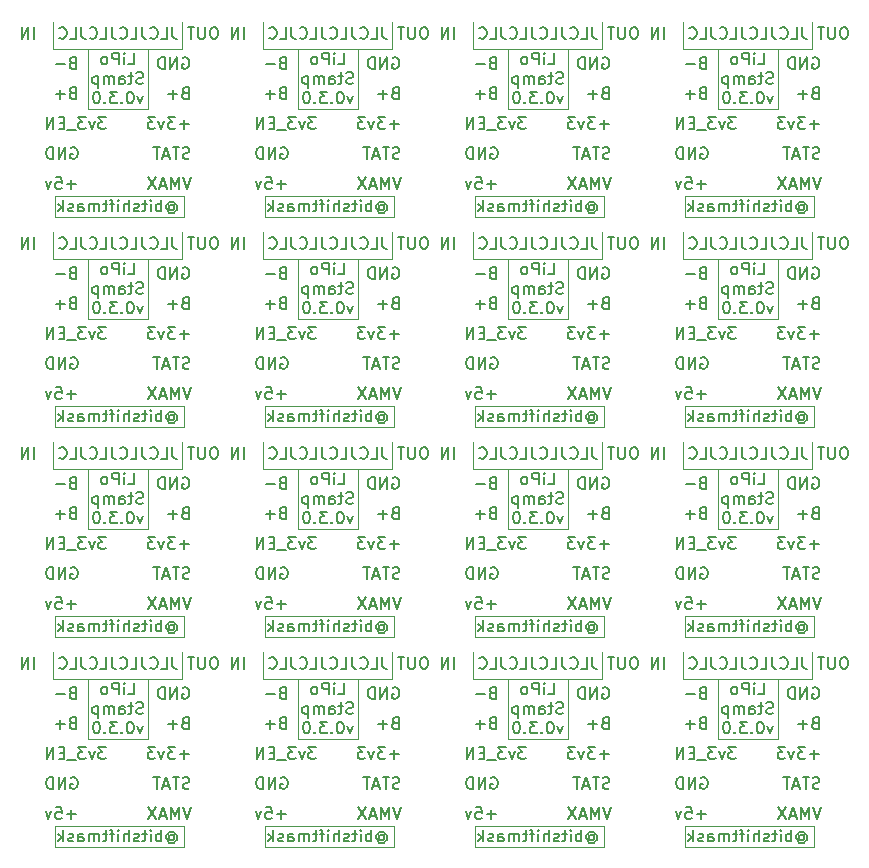
<source format=gbr>
%TF.GenerationSoftware,KiCad,Pcbnew,5.1.8*%
%TF.CreationDate,2020-11-29T15:41:03+01:00*%
%TF.ProjectId,panel,70616e65-6c2e-46b6-9963-61645f706362,rev?*%
%TF.SameCoordinates,Original*%
%TF.FileFunction,Legend,Bot*%
%TF.FilePolarity,Positive*%
%FSLAX46Y46*%
G04 Gerber Fmt 4.6, Leading zero omitted, Abs format (unit mm)*
G04 Created by KiCad (PCBNEW 5.1.8) date 2020-11-29 15:41:03*
%MOMM*%
%LPD*%
G01*
G04 APERTURE LIST*
%ADD10C,0.150000*%
%ADD11C,0.120000*%
G04 APERTURE END LIST*
D10*
X108386087Y-107078587D02*
X108243230Y-107126206D01*
X108195611Y-107173825D01*
X108147992Y-107269063D01*
X108147992Y-107411920D01*
X108195611Y-107507158D01*
X108243230Y-107554777D01*
X108338468Y-107602396D01*
X108719420Y-107602396D01*
X108719420Y-106602396D01*
X108386087Y-106602396D01*
X108290849Y-106650016D01*
X108243230Y-106697635D01*
X108195611Y-106792873D01*
X108195611Y-106888111D01*
X108243230Y-106983349D01*
X108290849Y-107030968D01*
X108386087Y-107078587D01*
X108719420Y-107078587D01*
X107719420Y-107221444D02*
X106957516Y-107221444D01*
X108386087Y-109618587D02*
X108243230Y-109666206D01*
X108195611Y-109713825D01*
X108147992Y-109809063D01*
X108147992Y-109951920D01*
X108195611Y-110047158D01*
X108243230Y-110094777D01*
X108338468Y-110142396D01*
X108719420Y-110142396D01*
X108719420Y-109142396D01*
X108386087Y-109142396D01*
X108290849Y-109190016D01*
X108243230Y-109237635D01*
X108195611Y-109332873D01*
X108195611Y-109428111D01*
X108243230Y-109523349D01*
X108290849Y-109570968D01*
X108386087Y-109618587D01*
X108719420Y-109618587D01*
X107719420Y-109761444D02*
X106957516Y-109761444D01*
X107338468Y-110142396D02*
X107338468Y-109380492D01*
X111215611Y-111682396D02*
X110596563Y-111682396D01*
X110929896Y-112063349D01*
X110787039Y-112063349D01*
X110691801Y-112110968D01*
X110644182Y-112158587D01*
X110596563Y-112253825D01*
X110596563Y-112491920D01*
X110644182Y-112587158D01*
X110691801Y-112634777D01*
X110787039Y-112682396D01*
X111072754Y-112682396D01*
X111167992Y-112634777D01*
X111215611Y-112587158D01*
X110263230Y-112015730D02*
X110025135Y-112682396D01*
X109787039Y-112015730D01*
X109501325Y-111682396D02*
X108882277Y-111682396D01*
X109215611Y-112063349D01*
X109072754Y-112063349D01*
X108977516Y-112110968D01*
X108929896Y-112158587D01*
X108882277Y-112253825D01*
X108882277Y-112491920D01*
X108929896Y-112587158D01*
X108977516Y-112634777D01*
X109072754Y-112682396D01*
X109358468Y-112682396D01*
X109453706Y-112634777D01*
X109501325Y-112587158D01*
X108691801Y-112777635D02*
X107929896Y-112777635D01*
X107691801Y-112158587D02*
X107358468Y-112158587D01*
X107215611Y-112682396D02*
X107691801Y-112682396D01*
X107691801Y-111682396D01*
X107215611Y-111682396D01*
X106787039Y-112682396D02*
X106787039Y-111682396D01*
X106215611Y-112682396D01*
X106215611Y-111682396D01*
X108263230Y-114270016D02*
X108358468Y-114222396D01*
X108501325Y-114222396D01*
X108644182Y-114270016D01*
X108739420Y-114365254D01*
X108787039Y-114460492D01*
X108834658Y-114650968D01*
X108834658Y-114793825D01*
X108787039Y-114984301D01*
X108739420Y-115079539D01*
X108644182Y-115174777D01*
X108501325Y-115222396D01*
X108406087Y-115222396D01*
X108263230Y-115174777D01*
X108215611Y-115127158D01*
X108215611Y-114793825D01*
X108406087Y-114793825D01*
X107787039Y-115222396D02*
X107787039Y-114222396D01*
X107215611Y-115222396D01*
X107215611Y-114222396D01*
X106739420Y-115222396D02*
X106739420Y-114222396D01*
X106501325Y-114222396D01*
X106358468Y-114270016D01*
X106263230Y-114365254D01*
X106215611Y-114460492D01*
X106167992Y-114650968D01*
X106167992Y-114793825D01*
X106215611Y-114984301D01*
X106263230Y-115079539D01*
X106358468Y-115174777D01*
X106501325Y-115222396D01*
X106739420Y-115222396D01*
X108691801Y-117381444D02*
X107929896Y-117381444D01*
X108310849Y-117762396D02*
X108310849Y-117000492D01*
X106977516Y-116762396D02*
X107453706Y-116762396D01*
X107501325Y-117238587D01*
X107453706Y-117190968D01*
X107358468Y-117143349D01*
X107120373Y-117143349D01*
X107025135Y-117190968D01*
X106977516Y-117238587D01*
X106929896Y-117333825D01*
X106929896Y-117571920D01*
X106977516Y-117667158D01*
X107025135Y-117714777D01*
X107120373Y-117762396D01*
X107358468Y-117762396D01*
X107453706Y-117714777D01*
X107501325Y-117667158D01*
X106596563Y-117095730D02*
X106358468Y-117762396D01*
X106120373Y-117095730D01*
X117720611Y-106650016D02*
X117815849Y-106602396D01*
X117958706Y-106602396D01*
X118101563Y-106650016D01*
X118196801Y-106745254D01*
X118244420Y-106840492D01*
X118292039Y-107030968D01*
X118292039Y-107173825D01*
X118244420Y-107364301D01*
X118196801Y-107459539D01*
X118101563Y-107554777D01*
X117958706Y-107602396D01*
X117863468Y-107602396D01*
X117720611Y-107554777D01*
X117672992Y-107507158D01*
X117672992Y-107173825D01*
X117863468Y-107173825D01*
X117244420Y-107602396D02*
X117244420Y-106602396D01*
X116672992Y-107602396D01*
X116672992Y-106602396D01*
X116196801Y-107602396D02*
X116196801Y-106602396D01*
X115958706Y-106602396D01*
X115815849Y-106650016D01*
X115720611Y-106745254D01*
X115672992Y-106840492D01*
X115625373Y-107030968D01*
X115625373Y-107173825D01*
X115672992Y-107364301D01*
X115720611Y-107459539D01*
X115815849Y-107554777D01*
X115958706Y-107602396D01*
X116196801Y-107602396D01*
X117911087Y-109618587D02*
X117768230Y-109666206D01*
X117720611Y-109713825D01*
X117672992Y-109809063D01*
X117672992Y-109951920D01*
X117720611Y-110047158D01*
X117768230Y-110094777D01*
X117863468Y-110142396D01*
X118244420Y-110142396D01*
X118244420Y-109142396D01*
X117911087Y-109142396D01*
X117815849Y-109190016D01*
X117768230Y-109237635D01*
X117720611Y-109332873D01*
X117720611Y-109428111D01*
X117768230Y-109523349D01*
X117815849Y-109570968D01*
X117911087Y-109618587D01*
X118244420Y-109618587D01*
X117244420Y-109761444D02*
X116482516Y-109761444D01*
X116863468Y-110142396D02*
X116863468Y-109380492D01*
X118244420Y-112301444D02*
X117482516Y-112301444D01*
X117863468Y-112682396D02*
X117863468Y-111920492D01*
X117101563Y-111682396D02*
X116482516Y-111682396D01*
X116815849Y-112063349D01*
X116672992Y-112063349D01*
X116577754Y-112110968D01*
X116530135Y-112158587D01*
X116482516Y-112253825D01*
X116482516Y-112491920D01*
X116530135Y-112587158D01*
X116577754Y-112634777D01*
X116672992Y-112682396D01*
X116958706Y-112682396D01*
X117053944Y-112634777D01*
X117101563Y-112587158D01*
X116149182Y-112015730D02*
X115911087Y-112682396D01*
X115672992Y-112015730D01*
X115387277Y-111682396D02*
X114768230Y-111682396D01*
X115101563Y-112063349D01*
X114958706Y-112063349D01*
X114863468Y-112110968D01*
X114815849Y-112158587D01*
X114768230Y-112253825D01*
X114768230Y-112491920D01*
X114815849Y-112587158D01*
X114863468Y-112634777D01*
X114958706Y-112682396D01*
X115244420Y-112682396D01*
X115339658Y-112634777D01*
X115387277Y-112587158D01*
X118292039Y-115174777D02*
X118149182Y-115222396D01*
X117911087Y-115222396D01*
X117815849Y-115174777D01*
X117768230Y-115127158D01*
X117720611Y-115031920D01*
X117720611Y-114936682D01*
X117768230Y-114841444D01*
X117815849Y-114793825D01*
X117911087Y-114746206D01*
X118101563Y-114698587D01*
X118196801Y-114650968D01*
X118244420Y-114603349D01*
X118292039Y-114508111D01*
X118292039Y-114412873D01*
X118244420Y-114317635D01*
X118196801Y-114270016D01*
X118101563Y-114222396D01*
X117863468Y-114222396D01*
X117720611Y-114270016D01*
X117434896Y-114222396D02*
X116863468Y-114222396D01*
X117149182Y-115222396D02*
X117149182Y-114222396D01*
X116577754Y-114936682D02*
X116101563Y-114936682D01*
X116672992Y-115222396D02*
X116339658Y-114222396D01*
X116006325Y-115222396D01*
X115815849Y-114222396D02*
X115244420Y-114222396D01*
X115530135Y-115222396D02*
X115530135Y-114222396D01*
X118387277Y-116762396D02*
X118053944Y-117762396D01*
X117720611Y-116762396D01*
X117387277Y-117762396D02*
X117387277Y-116762396D01*
X117053944Y-117476682D01*
X116720611Y-116762396D01*
X116720611Y-117762396D01*
X116292039Y-117476682D02*
X115815849Y-117476682D01*
X116387277Y-117762396D02*
X116053944Y-116762396D01*
X115720611Y-117762396D01*
X115482516Y-116762396D02*
X114815849Y-117762396D01*
X114815849Y-116762396D02*
X115482516Y-117762396D01*
X116849063Y-104062396D02*
X116849063Y-104776682D01*
X116896682Y-104919539D01*
X116991920Y-105014777D01*
X117134777Y-105062396D01*
X117230016Y-105062396D01*
X115896682Y-105062396D02*
X116372873Y-105062396D01*
X116372873Y-104062396D01*
X114991920Y-104967158D02*
X115039539Y-105014777D01*
X115182396Y-105062396D01*
X115277635Y-105062396D01*
X115420492Y-105014777D01*
X115515730Y-104919539D01*
X115563349Y-104824301D01*
X115610968Y-104633825D01*
X115610968Y-104490968D01*
X115563349Y-104300492D01*
X115515730Y-104205254D01*
X115420492Y-104110016D01*
X115277635Y-104062396D01*
X115182396Y-104062396D01*
X115039539Y-104110016D01*
X114991920Y-104157635D01*
X114277635Y-104062396D02*
X114277635Y-104776682D01*
X114325254Y-104919539D01*
X114420492Y-105014777D01*
X114563349Y-105062396D01*
X114658587Y-105062396D01*
X113325254Y-105062396D02*
X113801444Y-105062396D01*
X113801444Y-104062396D01*
X112420492Y-104967158D02*
X112468111Y-105014777D01*
X112610968Y-105062396D01*
X112706206Y-105062396D01*
X112849063Y-105014777D01*
X112944301Y-104919539D01*
X112991920Y-104824301D01*
X113039539Y-104633825D01*
X113039539Y-104490968D01*
X112991920Y-104300492D01*
X112944301Y-104205254D01*
X112849063Y-104110016D01*
X112706206Y-104062396D01*
X112610968Y-104062396D01*
X112468111Y-104110016D01*
X112420492Y-104157635D01*
X111706206Y-104062396D02*
X111706206Y-104776682D01*
X111753825Y-104919539D01*
X111849063Y-105014777D01*
X111991920Y-105062396D01*
X112087158Y-105062396D01*
X110753825Y-105062396D02*
X111230016Y-105062396D01*
X111230016Y-104062396D01*
X109849063Y-104967158D02*
X109896682Y-105014777D01*
X110039539Y-105062396D01*
X110134777Y-105062396D01*
X110277635Y-105014777D01*
X110372873Y-104919539D01*
X110420492Y-104824301D01*
X110468111Y-104633825D01*
X110468111Y-104490968D01*
X110420492Y-104300492D01*
X110372873Y-104205254D01*
X110277635Y-104110016D01*
X110134777Y-104062396D01*
X110039539Y-104062396D01*
X109896682Y-104110016D01*
X109849063Y-104157635D01*
X109134777Y-104062396D02*
X109134777Y-104776682D01*
X109182396Y-104919539D01*
X109277635Y-105014777D01*
X109420492Y-105062396D01*
X109515730Y-105062396D01*
X108182396Y-105062396D02*
X108658587Y-105062396D01*
X108658587Y-104062396D01*
X107277635Y-104967158D02*
X107325254Y-105014777D01*
X107468111Y-105062396D01*
X107563349Y-105062396D01*
X107706206Y-105014777D01*
X107801444Y-104919539D01*
X107849063Y-104824301D01*
X107896682Y-104633825D01*
X107896682Y-104490968D01*
X107849063Y-104300492D01*
X107801444Y-104205254D01*
X107706206Y-104110016D01*
X107563349Y-104062396D01*
X107468111Y-104062396D01*
X107325254Y-104110016D01*
X107277635Y-104157635D01*
X113110968Y-107222396D02*
X113587158Y-107222396D01*
X113587158Y-106222396D01*
X112777635Y-107222396D02*
X112777635Y-106555730D01*
X112777635Y-106222396D02*
X112825254Y-106270016D01*
X112777635Y-106317635D01*
X112730016Y-106270016D01*
X112777635Y-106222396D01*
X112777635Y-106317635D01*
X112301444Y-107222396D02*
X112301444Y-106222396D01*
X111920492Y-106222396D01*
X111825254Y-106270016D01*
X111777635Y-106317635D01*
X111730016Y-106412873D01*
X111730016Y-106555730D01*
X111777635Y-106650968D01*
X111825254Y-106698587D01*
X111920492Y-106746206D01*
X112301444Y-106746206D01*
X111158587Y-107222396D02*
X111253825Y-107174777D01*
X111301444Y-107127158D01*
X111349063Y-107031920D01*
X111349063Y-106746206D01*
X111301444Y-106650968D01*
X111253825Y-106603349D01*
X111158587Y-106555730D01*
X111015730Y-106555730D01*
X110920492Y-106603349D01*
X110872873Y-106650968D01*
X110825254Y-106746206D01*
X110825254Y-107031920D01*
X110872873Y-107127158D01*
X110920492Y-107174777D01*
X111015730Y-107222396D01*
X111158587Y-107222396D01*
X114372873Y-108824777D02*
X114230016Y-108872396D01*
X113991920Y-108872396D01*
X113896682Y-108824777D01*
X113849063Y-108777158D01*
X113801444Y-108681920D01*
X113801444Y-108586682D01*
X113849063Y-108491444D01*
X113896682Y-108443825D01*
X113991920Y-108396206D01*
X114182396Y-108348587D01*
X114277635Y-108300968D01*
X114325254Y-108253349D01*
X114372873Y-108158111D01*
X114372873Y-108062873D01*
X114325254Y-107967635D01*
X114277635Y-107920016D01*
X114182396Y-107872396D01*
X113944301Y-107872396D01*
X113801444Y-107920016D01*
X113515730Y-108205730D02*
X113134777Y-108205730D01*
X113372873Y-107872396D02*
X113372873Y-108729539D01*
X113325254Y-108824777D01*
X113230016Y-108872396D01*
X113134777Y-108872396D01*
X112372873Y-108872396D02*
X112372873Y-108348587D01*
X112420492Y-108253349D01*
X112515730Y-108205730D01*
X112706206Y-108205730D01*
X112801444Y-108253349D01*
X112372873Y-108824777D02*
X112468111Y-108872396D01*
X112706206Y-108872396D01*
X112801444Y-108824777D01*
X112849063Y-108729539D01*
X112849063Y-108634301D01*
X112801444Y-108539063D01*
X112706206Y-108491444D01*
X112468111Y-108491444D01*
X112372873Y-108443825D01*
X111896682Y-108872396D02*
X111896682Y-108205730D01*
X111896682Y-108300968D02*
X111849063Y-108253349D01*
X111753825Y-108205730D01*
X111610968Y-108205730D01*
X111515730Y-108253349D01*
X111468111Y-108348587D01*
X111468111Y-108872396D01*
X111468111Y-108348587D02*
X111420492Y-108253349D01*
X111325254Y-108205730D01*
X111182396Y-108205730D01*
X111087158Y-108253349D01*
X111039539Y-108348587D01*
X111039539Y-108872396D01*
X110563349Y-108205730D02*
X110563349Y-109205730D01*
X110563349Y-108253349D02*
X110468111Y-108205730D01*
X110277635Y-108205730D01*
X110182396Y-108253349D01*
X110134777Y-108300968D01*
X110087158Y-108396206D01*
X110087158Y-108681920D01*
X110134777Y-108777158D01*
X110182396Y-108824777D01*
X110277635Y-108872396D01*
X110468111Y-108872396D01*
X110563349Y-108824777D01*
X114372873Y-109855730D02*
X114134777Y-110522396D01*
X113896682Y-109855730D01*
X113325254Y-109522396D02*
X113230016Y-109522396D01*
X113134777Y-109570016D01*
X113087158Y-109617635D01*
X113039539Y-109712873D01*
X112991920Y-109903349D01*
X112991920Y-110141444D01*
X113039539Y-110331920D01*
X113087158Y-110427158D01*
X113134777Y-110474777D01*
X113230016Y-110522396D01*
X113325254Y-110522396D01*
X113420492Y-110474777D01*
X113468111Y-110427158D01*
X113515730Y-110331920D01*
X113563349Y-110141444D01*
X113563349Y-109903349D01*
X113515730Y-109712873D01*
X113468111Y-109617635D01*
X113420492Y-109570016D01*
X113325254Y-109522396D01*
X112563349Y-110427158D02*
X112515730Y-110474777D01*
X112563349Y-110522396D01*
X112610968Y-110474777D01*
X112563349Y-110427158D01*
X112563349Y-110522396D01*
X112182396Y-109522396D02*
X111563349Y-109522396D01*
X111896682Y-109903349D01*
X111753825Y-109903349D01*
X111658587Y-109950968D01*
X111610968Y-109998587D01*
X111563349Y-110093825D01*
X111563349Y-110331920D01*
X111610968Y-110427158D01*
X111658587Y-110474777D01*
X111753825Y-110522396D01*
X112039539Y-110522396D01*
X112134777Y-110474777D01*
X112182396Y-110427158D01*
X111134777Y-110427158D02*
X111087158Y-110474777D01*
X111134777Y-110522396D01*
X111182396Y-110474777D01*
X111134777Y-110427158D01*
X111134777Y-110522396D01*
X110468111Y-109522396D02*
X110372873Y-109522396D01*
X110277635Y-109570016D01*
X110230016Y-109617635D01*
X110182396Y-109712873D01*
X110134777Y-109903349D01*
X110134777Y-110141444D01*
X110182396Y-110331920D01*
X110230016Y-110427158D01*
X110277635Y-110474777D01*
X110372873Y-110522396D01*
X110468111Y-110522396D01*
X110563349Y-110474777D01*
X110610968Y-110427158D01*
X110658587Y-110331920D01*
X110706206Y-110141444D01*
X110706206Y-109903349D01*
X110658587Y-109712873D01*
X110610968Y-109617635D01*
X110563349Y-109570016D01*
X110468111Y-109522396D01*
X116587158Y-119191206D02*
X116634777Y-119143587D01*
X116730016Y-119095968D01*
X116825254Y-119095968D01*
X116920492Y-119143587D01*
X116968111Y-119191206D01*
X117015730Y-119286444D01*
X117015730Y-119381682D01*
X116968111Y-119476920D01*
X116920492Y-119524539D01*
X116825254Y-119572158D01*
X116730016Y-119572158D01*
X116634777Y-119524539D01*
X116587158Y-119476920D01*
X116587158Y-119095968D02*
X116587158Y-119476920D01*
X116539539Y-119524539D01*
X116491920Y-119524539D01*
X116396682Y-119476920D01*
X116349063Y-119381682D01*
X116349063Y-119143587D01*
X116444301Y-119000730D01*
X116587158Y-118905492D01*
X116777635Y-118857873D01*
X116968111Y-118905492D01*
X117110968Y-119000730D01*
X117206206Y-119143587D01*
X117253825Y-119334063D01*
X117206206Y-119524539D01*
X117110968Y-119667396D01*
X116968111Y-119762635D01*
X116777635Y-119810254D01*
X116587158Y-119762635D01*
X116444301Y-119667396D01*
X115920492Y-119667396D02*
X115920492Y-118667396D01*
X115920492Y-119048349D02*
X115825254Y-119000730D01*
X115634777Y-119000730D01*
X115539539Y-119048349D01*
X115491920Y-119095968D01*
X115444301Y-119191206D01*
X115444301Y-119476920D01*
X115491920Y-119572158D01*
X115539539Y-119619777D01*
X115634777Y-119667396D01*
X115825254Y-119667396D01*
X115920492Y-119619777D01*
X115015730Y-119667396D02*
X115015730Y-119000730D01*
X115015730Y-118667396D02*
X115063349Y-118715016D01*
X115015730Y-118762635D01*
X114968111Y-118715016D01*
X115015730Y-118667396D01*
X115015730Y-118762635D01*
X114682396Y-119000730D02*
X114301444Y-119000730D01*
X114539539Y-118667396D02*
X114539539Y-119524539D01*
X114491920Y-119619777D01*
X114396682Y-119667396D01*
X114301444Y-119667396D01*
X114015730Y-119619777D02*
X113920492Y-119667396D01*
X113730016Y-119667396D01*
X113634777Y-119619777D01*
X113587158Y-119524539D01*
X113587158Y-119476920D01*
X113634777Y-119381682D01*
X113730016Y-119334063D01*
X113872873Y-119334063D01*
X113968111Y-119286444D01*
X114015730Y-119191206D01*
X114015730Y-119143587D01*
X113968111Y-119048349D01*
X113872873Y-119000730D01*
X113730016Y-119000730D01*
X113634777Y-119048349D01*
X113158587Y-119667396D02*
X113158587Y-118667396D01*
X112730016Y-119667396D02*
X112730016Y-119143587D01*
X112777635Y-119048349D01*
X112872873Y-119000730D01*
X113015730Y-119000730D01*
X113110968Y-119048349D01*
X113158587Y-119095968D01*
X112253825Y-119667396D02*
X112253825Y-119000730D01*
X112253825Y-118667396D02*
X112301444Y-118715016D01*
X112253825Y-118762635D01*
X112206206Y-118715016D01*
X112253825Y-118667396D01*
X112253825Y-118762635D01*
X111920492Y-119000730D02*
X111539539Y-119000730D01*
X111777635Y-119667396D02*
X111777635Y-118810254D01*
X111730016Y-118715016D01*
X111634777Y-118667396D01*
X111539539Y-118667396D01*
X111349063Y-119000730D02*
X110968111Y-119000730D01*
X111206206Y-118667396D02*
X111206206Y-119524539D01*
X111158587Y-119619777D01*
X111063349Y-119667396D01*
X110968111Y-119667396D01*
X110634777Y-119667396D02*
X110634777Y-119000730D01*
X110634777Y-119095968D02*
X110587158Y-119048349D01*
X110491920Y-119000730D01*
X110349063Y-119000730D01*
X110253825Y-119048349D01*
X110206206Y-119143587D01*
X110206206Y-119667396D01*
X110206206Y-119143587D02*
X110158587Y-119048349D01*
X110063349Y-119000730D01*
X109920492Y-119000730D01*
X109825254Y-119048349D01*
X109777635Y-119143587D01*
X109777635Y-119667396D01*
X108872873Y-119667396D02*
X108872873Y-119143587D01*
X108920492Y-119048349D01*
X109015730Y-119000730D01*
X109206206Y-119000730D01*
X109301444Y-119048349D01*
X108872873Y-119619777D02*
X108968111Y-119667396D01*
X109206206Y-119667396D01*
X109301444Y-119619777D01*
X109349063Y-119524539D01*
X109349063Y-119429301D01*
X109301444Y-119334063D01*
X109206206Y-119286444D01*
X108968111Y-119286444D01*
X108872873Y-119238825D01*
X108444301Y-119619777D02*
X108349063Y-119667396D01*
X108158587Y-119667396D01*
X108063349Y-119619777D01*
X108015730Y-119524539D01*
X108015730Y-119476920D01*
X108063349Y-119381682D01*
X108158587Y-119334063D01*
X108301444Y-119334063D01*
X108396682Y-119286444D01*
X108444301Y-119191206D01*
X108444301Y-119143587D01*
X108396682Y-119048349D01*
X108301444Y-119000730D01*
X108158587Y-119000730D01*
X108063349Y-119048349D01*
X107587158Y-119667396D02*
X107587158Y-118667396D01*
X107491920Y-119286444D02*
X107206206Y-119667396D01*
X107206206Y-119000730D02*
X107587158Y-119381682D01*
D11*
X117691016Y-103594016D02*
X117691016Y-105880016D01*
X117691016Y-105880016D02*
X106769016Y-105880016D01*
X106769016Y-105880016D02*
X106769016Y-103594016D01*
X114770016Y-105880016D02*
X114770016Y-110960016D01*
X114770016Y-110960016D02*
X109690016Y-110960016D01*
X109690016Y-110960016D02*
X109690016Y-105880016D01*
X117818016Y-118326016D02*
X117818016Y-120104016D01*
X117818016Y-120104016D02*
X106896016Y-120104016D01*
X106896016Y-120104016D02*
X106896016Y-118326016D01*
X106896016Y-118326016D02*
X117818016Y-118326016D01*
D10*
X105133825Y-105062396D02*
X105133825Y-104062396D01*
X104657635Y-105062396D02*
X104657635Y-104062396D01*
X104086206Y-105062396D01*
X104086206Y-104062396D01*
X120469016Y-104062396D02*
X120278539Y-104062396D01*
X120183301Y-104110016D01*
X120088063Y-104205254D01*
X120040444Y-104395730D01*
X120040444Y-104729063D01*
X120088063Y-104919539D01*
X120183301Y-105014777D01*
X120278539Y-105062396D01*
X120469016Y-105062396D01*
X120564254Y-105014777D01*
X120659492Y-104919539D01*
X120707111Y-104729063D01*
X120707111Y-104395730D01*
X120659492Y-104205254D01*
X120564254Y-104110016D01*
X120469016Y-104062396D01*
X119611873Y-104062396D02*
X119611873Y-104871920D01*
X119564254Y-104967158D01*
X119516635Y-105014777D01*
X119421396Y-105062396D01*
X119230920Y-105062396D01*
X119135682Y-105014777D01*
X119088063Y-104967158D01*
X119040444Y-104871920D01*
X119040444Y-104062396D01*
X118707111Y-104062396D02*
X118135682Y-104062396D01*
X118421396Y-105062396D02*
X118421396Y-104062396D01*
X90606082Y-107078587D02*
X90463225Y-107126206D01*
X90415606Y-107173825D01*
X90367987Y-107269063D01*
X90367987Y-107411920D01*
X90415606Y-107507158D01*
X90463225Y-107554777D01*
X90558463Y-107602396D01*
X90939415Y-107602396D01*
X90939415Y-106602396D01*
X90606082Y-106602396D01*
X90510844Y-106650016D01*
X90463225Y-106697635D01*
X90415606Y-106792873D01*
X90415606Y-106888111D01*
X90463225Y-106983349D01*
X90510844Y-107030968D01*
X90606082Y-107078587D01*
X90939415Y-107078587D01*
X89939415Y-107221444D02*
X89177511Y-107221444D01*
X90606082Y-109618587D02*
X90463225Y-109666206D01*
X90415606Y-109713825D01*
X90367987Y-109809063D01*
X90367987Y-109951920D01*
X90415606Y-110047158D01*
X90463225Y-110094777D01*
X90558463Y-110142396D01*
X90939415Y-110142396D01*
X90939415Y-109142396D01*
X90606082Y-109142396D01*
X90510844Y-109190016D01*
X90463225Y-109237635D01*
X90415606Y-109332873D01*
X90415606Y-109428111D01*
X90463225Y-109523349D01*
X90510844Y-109570968D01*
X90606082Y-109618587D01*
X90939415Y-109618587D01*
X89939415Y-109761444D02*
X89177511Y-109761444D01*
X89558463Y-110142396D02*
X89558463Y-109380492D01*
X93435606Y-111682396D02*
X92816558Y-111682396D01*
X93149891Y-112063349D01*
X93007034Y-112063349D01*
X92911796Y-112110968D01*
X92864177Y-112158587D01*
X92816558Y-112253825D01*
X92816558Y-112491920D01*
X92864177Y-112587158D01*
X92911796Y-112634777D01*
X93007034Y-112682396D01*
X93292749Y-112682396D01*
X93387987Y-112634777D01*
X93435606Y-112587158D01*
X92483225Y-112015730D02*
X92245130Y-112682396D01*
X92007034Y-112015730D01*
X91721320Y-111682396D02*
X91102272Y-111682396D01*
X91435606Y-112063349D01*
X91292749Y-112063349D01*
X91197511Y-112110968D01*
X91149891Y-112158587D01*
X91102272Y-112253825D01*
X91102272Y-112491920D01*
X91149891Y-112587158D01*
X91197511Y-112634777D01*
X91292749Y-112682396D01*
X91578463Y-112682396D01*
X91673701Y-112634777D01*
X91721320Y-112587158D01*
X90911796Y-112777635D02*
X90149891Y-112777635D01*
X89911796Y-112158587D02*
X89578463Y-112158587D01*
X89435606Y-112682396D02*
X89911796Y-112682396D01*
X89911796Y-111682396D01*
X89435606Y-111682396D01*
X89007034Y-112682396D02*
X89007034Y-111682396D01*
X88435606Y-112682396D01*
X88435606Y-111682396D01*
X90483225Y-114270016D02*
X90578463Y-114222396D01*
X90721320Y-114222396D01*
X90864177Y-114270016D01*
X90959415Y-114365254D01*
X91007034Y-114460492D01*
X91054653Y-114650968D01*
X91054653Y-114793825D01*
X91007034Y-114984301D01*
X90959415Y-115079539D01*
X90864177Y-115174777D01*
X90721320Y-115222396D01*
X90626082Y-115222396D01*
X90483225Y-115174777D01*
X90435606Y-115127158D01*
X90435606Y-114793825D01*
X90626082Y-114793825D01*
X90007034Y-115222396D02*
X90007034Y-114222396D01*
X89435606Y-115222396D01*
X89435606Y-114222396D01*
X88959415Y-115222396D02*
X88959415Y-114222396D01*
X88721320Y-114222396D01*
X88578463Y-114270016D01*
X88483225Y-114365254D01*
X88435606Y-114460492D01*
X88387987Y-114650968D01*
X88387987Y-114793825D01*
X88435606Y-114984301D01*
X88483225Y-115079539D01*
X88578463Y-115174777D01*
X88721320Y-115222396D01*
X88959415Y-115222396D01*
X90911796Y-117381444D02*
X90149891Y-117381444D01*
X90530844Y-117762396D02*
X90530844Y-117000492D01*
X89197511Y-116762396D02*
X89673701Y-116762396D01*
X89721320Y-117238587D01*
X89673701Y-117190968D01*
X89578463Y-117143349D01*
X89340368Y-117143349D01*
X89245130Y-117190968D01*
X89197511Y-117238587D01*
X89149891Y-117333825D01*
X89149891Y-117571920D01*
X89197511Y-117667158D01*
X89245130Y-117714777D01*
X89340368Y-117762396D01*
X89578463Y-117762396D01*
X89673701Y-117714777D01*
X89721320Y-117667158D01*
X88816558Y-117095730D02*
X88578463Y-117762396D01*
X88340368Y-117095730D01*
X99940606Y-106650016D02*
X100035844Y-106602396D01*
X100178701Y-106602396D01*
X100321558Y-106650016D01*
X100416796Y-106745254D01*
X100464415Y-106840492D01*
X100512034Y-107030968D01*
X100512034Y-107173825D01*
X100464415Y-107364301D01*
X100416796Y-107459539D01*
X100321558Y-107554777D01*
X100178701Y-107602396D01*
X100083463Y-107602396D01*
X99940606Y-107554777D01*
X99892987Y-107507158D01*
X99892987Y-107173825D01*
X100083463Y-107173825D01*
X99464415Y-107602396D02*
X99464415Y-106602396D01*
X98892987Y-107602396D01*
X98892987Y-106602396D01*
X98416796Y-107602396D02*
X98416796Y-106602396D01*
X98178701Y-106602396D01*
X98035844Y-106650016D01*
X97940606Y-106745254D01*
X97892987Y-106840492D01*
X97845368Y-107030968D01*
X97845368Y-107173825D01*
X97892987Y-107364301D01*
X97940606Y-107459539D01*
X98035844Y-107554777D01*
X98178701Y-107602396D01*
X98416796Y-107602396D01*
X100131082Y-109618587D02*
X99988225Y-109666206D01*
X99940606Y-109713825D01*
X99892987Y-109809063D01*
X99892987Y-109951920D01*
X99940606Y-110047158D01*
X99988225Y-110094777D01*
X100083463Y-110142396D01*
X100464415Y-110142396D01*
X100464415Y-109142396D01*
X100131082Y-109142396D01*
X100035844Y-109190016D01*
X99988225Y-109237635D01*
X99940606Y-109332873D01*
X99940606Y-109428111D01*
X99988225Y-109523349D01*
X100035844Y-109570968D01*
X100131082Y-109618587D01*
X100464415Y-109618587D01*
X99464415Y-109761444D02*
X98702511Y-109761444D01*
X99083463Y-110142396D02*
X99083463Y-109380492D01*
X100464415Y-112301444D02*
X99702511Y-112301444D01*
X100083463Y-112682396D02*
X100083463Y-111920492D01*
X99321558Y-111682396D02*
X98702511Y-111682396D01*
X99035844Y-112063349D01*
X98892987Y-112063349D01*
X98797749Y-112110968D01*
X98750130Y-112158587D01*
X98702511Y-112253825D01*
X98702511Y-112491920D01*
X98750130Y-112587158D01*
X98797749Y-112634777D01*
X98892987Y-112682396D01*
X99178701Y-112682396D01*
X99273939Y-112634777D01*
X99321558Y-112587158D01*
X98369177Y-112015730D02*
X98131082Y-112682396D01*
X97892987Y-112015730D01*
X97607272Y-111682396D02*
X96988225Y-111682396D01*
X97321558Y-112063349D01*
X97178701Y-112063349D01*
X97083463Y-112110968D01*
X97035844Y-112158587D01*
X96988225Y-112253825D01*
X96988225Y-112491920D01*
X97035844Y-112587158D01*
X97083463Y-112634777D01*
X97178701Y-112682396D01*
X97464415Y-112682396D01*
X97559653Y-112634777D01*
X97607272Y-112587158D01*
X100512034Y-115174777D02*
X100369177Y-115222396D01*
X100131082Y-115222396D01*
X100035844Y-115174777D01*
X99988225Y-115127158D01*
X99940606Y-115031920D01*
X99940606Y-114936682D01*
X99988225Y-114841444D01*
X100035844Y-114793825D01*
X100131082Y-114746206D01*
X100321558Y-114698587D01*
X100416796Y-114650968D01*
X100464415Y-114603349D01*
X100512034Y-114508111D01*
X100512034Y-114412873D01*
X100464415Y-114317635D01*
X100416796Y-114270016D01*
X100321558Y-114222396D01*
X100083463Y-114222396D01*
X99940606Y-114270016D01*
X99654891Y-114222396D02*
X99083463Y-114222396D01*
X99369177Y-115222396D02*
X99369177Y-114222396D01*
X98797749Y-114936682D02*
X98321558Y-114936682D01*
X98892987Y-115222396D02*
X98559653Y-114222396D01*
X98226320Y-115222396D01*
X98035844Y-114222396D02*
X97464415Y-114222396D01*
X97750130Y-115222396D02*
X97750130Y-114222396D01*
X100607272Y-116762396D02*
X100273939Y-117762396D01*
X99940606Y-116762396D01*
X99607272Y-117762396D02*
X99607272Y-116762396D01*
X99273939Y-117476682D01*
X98940606Y-116762396D01*
X98940606Y-117762396D01*
X98512034Y-117476682D02*
X98035844Y-117476682D01*
X98607272Y-117762396D02*
X98273939Y-116762396D01*
X97940606Y-117762396D01*
X97702511Y-116762396D02*
X97035844Y-117762396D01*
X97035844Y-116762396D02*
X97702511Y-117762396D01*
X99069058Y-104062396D02*
X99069058Y-104776682D01*
X99116677Y-104919539D01*
X99211915Y-105014777D01*
X99354772Y-105062396D01*
X99450011Y-105062396D01*
X98116677Y-105062396D02*
X98592868Y-105062396D01*
X98592868Y-104062396D01*
X97211915Y-104967158D02*
X97259534Y-105014777D01*
X97402391Y-105062396D01*
X97497630Y-105062396D01*
X97640487Y-105014777D01*
X97735725Y-104919539D01*
X97783344Y-104824301D01*
X97830963Y-104633825D01*
X97830963Y-104490968D01*
X97783344Y-104300492D01*
X97735725Y-104205254D01*
X97640487Y-104110016D01*
X97497630Y-104062396D01*
X97402391Y-104062396D01*
X97259534Y-104110016D01*
X97211915Y-104157635D01*
X96497630Y-104062396D02*
X96497630Y-104776682D01*
X96545249Y-104919539D01*
X96640487Y-105014777D01*
X96783344Y-105062396D01*
X96878582Y-105062396D01*
X95545249Y-105062396D02*
X96021439Y-105062396D01*
X96021439Y-104062396D01*
X94640487Y-104967158D02*
X94688106Y-105014777D01*
X94830963Y-105062396D01*
X94926201Y-105062396D01*
X95069058Y-105014777D01*
X95164296Y-104919539D01*
X95211915Y-104824301D01*
X95259534Y-104633825D01*
X95259534Y-104490968D01*
X95211915Y-104300492D01*
X95164296Y-104205254D01*
X95069058Y-104110016D01*
X94926201Y-104062396D01*
X94830963Y-104062396D01*
X94688106Y-104110016D01*
X94640487Y-104157635D01*
X93926201Y-104062396D02*
X93926201Y-104776682D01*
X93973820Y-104919539D01*
X94069058Y-105014777D01*
X94211915Y-105062396D01*
X94307153Y-105062396D01*
X92973820Y-105062396D02*
X93450011Y-105062396D01*
X93450011Y-104062396D01*
X92069058Y-104967158D02*
X92116677Y-105014777D01*
X92259534Y-105062396D01*
X92354772Y-105062396D01*
X92497630Y-105014777D01*
X92592868Y-104919539D01*
X92640487Y-104824301D01*
X92688106Y-104633825D01*
X92688106Y-104490968D01*
X92640487Y-104300492D01*
X92592868Y-104205254D01*
X92497630Y-104110016D01*
X92354772Y-104062396D01*
X92259534Y-104062396D01*
X92116677Y-104110016D01*
X92069058Y-104157635D01*
X91354772Y-104062396D02*
X91354772Y-104776682D01*
X91402391Y-104919539D01*
X91497630Y-105014777D01*
X91640487Y-105062396D01*
X91735725Y-105062396D01*
X90402391Y-105062396D02*
X90878582Y-105062396D01*
X90878582Y-104062396D01*
X89497630Y-104967158D02*
X89545249Y-105014777D01*
X89688106Y-105062396D01*
X89783344Y-105062396D01*
X89926201Y-105014777D01*
X90021439Y-104919539D01*
X90069058Y-104824301D01*
X90116677Y-104633825D01*
X90116677Y-104490968D01*
X90069058Y-104300492D01*
X90021439Y-104205254D01*
X89926201Y-104110016D01*
X89783344Y-104062396D01*
X89688106Y-104062396D01*
X89545249Y-104110016D01*
X89497630Y-104157635D01*
X95330963Y-107222396D02*
X95807153Y-107222396D01*
X95807153Y-106222396D01*
X94997630Y-107222396D02*
X94997630Y-106555730D01*
X94997630Y-106222396D02*
X95045249Y-106270016D01*
X94997630Y-106317635D01*
X94950011Y-106270016D01*
X94997630Y-106222396D01*
X94997630Y-106317635D01*
X94521439Y-107222396D02*
X94521439Y-106222396D01*
X94140487Y-106222396D01*
X94045249Y-106270016D01*
X93997630Y-106317635D01*
X93950011Y-106412873D01*
X93950011Y-106555730D01*
X93997630Y-106650968D01*
X94045249Y-106698587D01*
X94140487Y-106746206D01*
X94521439Y-106746206D01*
X93378582Y-107222396D02*
X93473820Y-107174777D01*
X93521439Y-107127158D01*
X93569058Y-107031920D01*
X93569058Y-106746206D01*
X93521439Y-106650968D01*
X93473820Y-106603349D01*
X93378582Y-106555730D01*
X93235725Y-106555730D01*
X93140487Y-106603349D01*
X93092868Y-106650968D01*
X93045249Y-106746206D01*
X93045249Y-107031920D01*
X93092868Y-107127158D01*
X93140487Y-107174777D01*
X93235725Y-107222396D01*
X93378582Y-107222396D01*
X96592868Y-108824777D02*
X96450011Y-108872396D01*
X96211915Y-108872396D01*
X96116677Y-108824777D01*
X96069058Y-108777158D01*
X96021439Y-108681920D01*
X96021439Y-108586682D01*
X96069058Y-108491444D01*
X96116677Y-108443825D01*
X96211915Y-108396206D01*
X96402391Y-108348587D01*
X96497630Y-108300968D01*
X96545249Y-108253349D01*
X96592868Y-108158111D01*
X96592868Y-108062873D01*
X96545249Y-107967635D01*
X96497630Y-107920016D01*
X96402391Y-107872396D01*
X96164296Y-107872396D01*
X96021439Y-107920016D01*
X95735725Y-108205730D02*
X95354772Y-108205730D01*
X95592868Y-107872396D02*
X95592868Y-108729539D01*
X95545249Y-108824777D01*
X95450011Y-108872396D01*
X95354772Y-108872396D01*
X94592868Y-108872396D02*
X94592868Y-108348587D01*
X94640487Y-108253349D01*
X94735725Y-108205730D01*
X94926201Y-108205730D01*
X95021439Y-108253349D01*
X94592868Y-108824777D02*
X94688106Y-108872396D01*
X94926201Y-108872396D01*
X95021439Y-108824777D01*
X95069058Y-108729539D01*
X95069058Y-108634301D01*
X95021439Y-108539063D01*
X94926201Y-108491444D01*
X94688106Y-108491444D01*
X94592868Y-108443825D01*
X94116677Y-108872396D02*
X94116677Y-108205730D01*
X94116677Y-108300968D02*
X94069058Y-108253349D01*
X93973820Y-108205730D01*
X93830963Y-108205730D01*
X93735725Y-108253349D01*
X93688106Y-108348587D01*
X93688106Y-108872396D01*
X93688106Y-108348587D02*
X93640487Y-108253349D01*
X93545249Y-108205730D01*
X93402391Y-108205730D01*
X93307153Y-108253349D01*
X93259534Y-108348587D01*
X93259534Y-108872396D01*
X92783344Y-108205730D02*
X92783344Y-109205730D01*
X92783344Y-108253349D02*
X92688106Y-108205730D01*
X92497630Y-108205730D01*
X92402391Y-108253349D01*
X92354772Y-108300968D01*
X92307153Y-108396206D01*
X92307153Y-108681920D01*
X92354772Y-108777158D01*
X92402391Y-108824777D01*
X92497630Y-108872396D01*
X92688106Y-108872396D01*
X92783344Y-108824777D01*
X96592868Y-109855730D02*
X96354772Y-110522396D01*
X96116677Y-109855730D01*
X95545249Y-109522396D02*
X95450011Y-109522396D01*
X95354772Y-109570016D01*
X95307153Y-109617635D01*
X95259534Y-109712873D01*
X95211915Y-109903349D01*
X95211915Y-110141444D01*
X95259534Y-110331920D01*
X95307153Y-110427158D01*
X95354772Y-110474777D01*
X95450011Y-110522396D01*
X95545249Y-110522396D01*
X95640487Y-110474777D01*
X95688106Y-110427158D01*
X95735725Y-110331920D01*
X95783344Y-110141444D01*
X95783344Y-109903349D01*
X95735725Y-109712873D01*
X95688106Y-109617635D01*
X95640487Y-109570016D01*
X95545249Y-109522396D01*
X94783344Y-110427158D02*
X94735725Y-110474777D01*
X94783344Y-110522396D01*
X94830963Y-110474777D01*
X94783344Y-110427158D01*
X94783344Y-110522396D01*
X94402391Y-109522396D02*
X93783344Y-109522396D01*
X94116677Y-109903349D01*
X93973820Y-109903349D01*
X93878582Y-109950968D01*
X93830963Y-109998587D01*
X93783344Y-110093825D01*
X93783344Y-110331920D01*
X93830963Y-110427158D01*
X93878582Y-110474777D01*
X93973820Y-110522396D01*
X94259534Y-110522396D01*
X94354772Y-110474777D01*
X94402391Y-110427158D01*
X93354772Y-110427158D02*
X93307153Y-110474777D01*
X93354772Y-110522396D01*
X93402391Y-110474777D01*
X93354772Y-110427158D01*
X93354772Y-110522396D01*
X92688106Y-109522396D02*
X92592868Y-109522396D01*
X92497630Y-109570016D01*
X92450011Y-109617635D01*
X92402391Y-109712873D01*
X92354772Y-109903349D01*
X92354772Y-110141444D01*
X92402391Y-110331920D01*
X92450011Y-110427158D01*
X92497630Y-110474777D01*
X92592868Y-110522396D01*
X92688106Y-110522396D01*
X92783344Y-110474777D01*
X92830963Y-110427158D01*
X92878582Y-110331920D01*
X92926201Y-110141444D01*
X92926201Y-109903349D01*
X92878582Y-109712873D01*
X92830963Y-109617635D01*
X92783344Y-109570016D01*
X92688106Y-109522396D01*
X98807153Y-119191206D02*
X98854772Y-119143587D01*
X98950011Y-119095968D01*
X99045249Y-119095968D01*
X99140487Y-119143587D01*
X99188106Y-119191206D01*
X99235725Y-119286444D01*
X99235725Y-119381682D01*
X99188106Y-119476920D01*
X99140487Y-119524539D01*
X99045249Y-119572158D01*
X98950011Y-119572158D01*
X98854772Y-119524539D01*
X98807153Y-119476920D01*
X98807153Y-119095968D02*
X98807153Y-119476920D01*
X98759534Y-119524539D01*
X98711915Y-119524539D01*
X98616677Y-119476920D01*
X98569058Y-119381682D01*
X98569058Y-119143587D01*
X98664296Y-119000730D01*
X98807153Y-118905492D01*
X98997630Y-118857873D01*
X99188106Y-118905492D01*
X99330963Y-119000730D01*
X99426201Y-119143587D01*
X99473820Y-119334063D01*
X99426201Y-119524539D01*
X99330963Y-119667396D01*
X99188106Y-119762635D01*
X98997630Y-119810254D01*
X98807153Y-119762635D01*
X98664296Y-119667396D01*
X98140487Y-119667396D02*
X98140487Y-118667396D01*
X98140487Y-119048349D02*
X98045249Y-119000730D01*
X97854772Y-119000730D01*
X97759534Y-119048349D01*
X97711915Y-119095968D01*
X97664296Y-119191206D01*
X97664296Y-119476920D01*
X97711915Y-119572158D01*
X97759534Y-119619777D01*
X97854772Y-119667396D01*
X98045249Y-119667396D01*
X98140487Y-119619777D01*
X97235725Y-119667396D02*
X97235725Y-119000730D01*
X97235725Y-118667396D02*
X97283344Y-118715016D01*
X97235725Y-118762635D01*
X97188106Y-118715016D01*
X97235725Y-118667396D01*
X97235725Y-118762635D01*
X96902391Y-119000730D02*
X96521439Y-119000730D01*
X96759534Y-118667396D02*
X96759534Y-119524539D01*
X96711915Y-119619777D01*
X96616677Y-119667396D01*
X96521439Y-119667396D01*
X96235725Y-119619777D02*
X96140487Y-119667396D01*
X95950011Y-119667396D01*
X95854772Y-119619777D01*
X95807153Y-119524539D01*
X95807153Y-119476920D01*
X95854772Y-119381682D01*
X95950011Y-119334063D01*
X96092868Y-119334063D01*
X96188106Y-119286444D01*
X96235725Y-119191206D01*
X96235725Y-119143587D01*
X96188106Y-119048349D01*
X96092868Y-119000730D01*
X95950011Y-119000730D01*
X95854772Y-119048349D01*
X95378582Y-119667396D02*
X95378582Y-118667396D01*
X94950011Y-119667396D02*
X94950011Y-119143587D01*
X94997630Y-119048349D01*
X95092868Y-119000730D01*
X95235725Y-119000730D01*
X95330963Y-119048349D01*
X95378582Y-119095968D01*
X94473820Y-119667396D02*
X94473820Y-119000730D01*
X94473820Y-118667396D02*
X94521439Y-118715016D01*
X94473820Y-118762635D01*
X94426201Y-118715016D01*
X94473820Y-118667396D01*
X94473820Y-118762635D01*
X94140487Y-119000730D02*
X93759534Y-119000730D01*
X93997630Y-119667396D02*
X93997630Y-118810254D01*
X93950011Y-118715016D01*
X93854772Y-118667396D01*
X93759534Y-118667396D01*
X93569058Y-119000730D02*
X93188106Y-119000730D01*
X93426201Y-118667396D02*
X93426201Y-119524539D01*
X93378582Y-119619777D01*
X93283344Y-119667396D01*
X93188106Y-119667396D01*
X92854772Y-119667396D02*
X92854772Y-119000730D01*
X92854772Y-119095968D02*
X92807153Y-119048349D01*
X92711915Y-119000730D01*
X92569058Y-119000730D01*
X92473820Y-119048349D01*
X92426201Y-119143587D01*
X92426201Y-119667396D01*
X92426201Y-119143587D02*
X92378582Y-119048349D01*
X92283344Y-119000730D01*
X92140487Y-119000730D01*
X92045249Y-119048349D01*
X91997630Y-119143587D01*
X91997630Y-119667396D01*
X91092868Y-119667396D02*
X91092868Y-119143587D01*
X91140487Y-119048349D01*
X91235725Y-119000730D01*
X91426201Y-119000730D01*
X91521439Y-119048349D01*
X91092868Y-119619777D02*
X91188106Y-119667396D01*
X91426201Y-119667396D01*
X91521439Y-119619777D01*
X91569058Y-119524539D01*
X91569058Y-119429301D01*
X91521439Y-119334063D01*
X91426201Y-119286444D01*
X91188106Y-119286444D01*
X91092868Y-119238825D01*
X90664296Y-119619777D02*
X90569058Y-119667396D01*
X90378582Y-119667396D01*
X90283344Y-119619777D01*
X90235725Y-119524539D01*
X90235725Y-119476920D01*
X90283344Y-119381682D01*
X90378582Y-119334063D01*
X90521439Y-119334063D01*
X90616677Y-119286444D01*
X90664296Y-119191206D01*
X90664296Y-119143587D01*
X90616677Y-119048349D01*
X90521439Y-119000730D01*
X90378582Y-119000730D01*
X90283344Y-119048349D01*
X89807153Y-119667396D02*
X89807153Y-118667396D01*
X89711915Y-119286444D02*
X89426201Y-119667396D01*
X89426201Y-119000730D02*
X89807153Y-119381682D01*
D11*
X99911011Y-103594016D02*
X99911011Y-105880016D01*
X99911011Y-105880016D02*
X88989011Y-105880016D01*
X88989011Y-105880016D02*
X88989011Y-103594016D01*
X96990011Y-105880016D02*
X96990011Y-110960016D01*
X96990011Y-110960016D02*
X91910011Y-110960016D01*
X91910011Y-110960016D02*
X91910011Y-105880016D01*
X100038011Y-118326016D02*
X100038011Y-120104016D01*
X100038011Y-120104016D02*
X89116011Y-120104016D01*
X89116011Y-120104016D02*
X89116011Y-118326016D01*
X89116011Y-118326016D02*
X100038011Y-118326016D01*
D10*
X87353820Y-105062396D02*
X87353820Y-104062396D01*
X86877630Y-105062396D02*
X86877630Y-104062396D01*
X86306201Y-105062396D01*
X86306201Y-104062396D01*
X102689011Y-104062396D02*
X102498534Y-104062396D01*
X102403296Y-104110016D01*
X102308058Y-104205254D01*
X102260439Y-104395730D01*
X102260439Y-104729063D01*
X102308058Y-104919539D01*
X102403296Y-105014777D01*
X102498534Y-105062396D01*
X102689011Y-105062396D01*
X102784249Y-105014777D01*
X102879487Y-104919539D01*
X102927106Y-104729063D01*
X102927106Y-104395730D01*
X102879487Y-104205254D01*
X102784249Y-104110016D01*
X102689011Y-104062396D01*
X101831868Y-104062396D02*
X101831868Y-104871920D01*
X101784249Y-104967158D01*
X101736630Y-105014777D01*
X101641391Y-105062396D01*
X101450915Y-105062396D01*
X101355677Y-105014777D01*
X101308058Y-104967158D01*
X101260439Y-104871920D01*
X101260439Y-104062396D01*
X100927106Y-104062396D02*
X100355677Y-104062396D01*
X100641391Y-105062396D02*
X100641391Y-104062396D01*
X72826077Y-107078587D02*
X72683220Y-107126206D01*
X72635601Y-107173825D01*
X72587982Y-107269063D01*
X72587982Y-107411920D01*
X72635601Y-107507158D01*
X72683220Y-107554777D01*
X72778458Y-107602396D01*
X73159410Y-107602396D01*
X73159410Y-106602396D01*
X72826077Y-106602396D01*
X72730839Y-106650016D01*
X72683220Y-106697635D01*
X72635601Y-106792873D01*
X72635601Y-106888111D01*
X72683220Y-106983349D01*
X72730839Y-107030968D01*
X72826077Y-107078587D01*
X73159410Y-107078587D01*
X72159410Y-107221444D02*
X71397506Y-107221444D01*
X72826077Y-109618587D02*
X72683220Y-109666206D01*
X72635601Y-109713825D01*
X72587982Y-109809063D01*
X72587982Y-109951920D01*
X72635601Y-110047158D01*
X72683220Y-110094777D01*
X72778458Y-110142396D01*
X73159410Y-110142396D01*
X73159410Y-109142396D01*
X72826077Y-109142396D01*
X72730839Y-109190016D01*
X72683220Y-109237635D01*
X72635601Y-109332873D01*
X72635601Y-109428111D01*
X72683220Y-109523349D01*
X72730839Y-109570968D01*
X72826077Y-109618587D01*
X73159410Y-109618587D01*
X72159410Y-109761444D02*
X71397506Y-109761444D01*
X71778458Y-110142396D02*
X71778458Y-109380492D01*
X75655601Y-111682396D02*
X75036553Y-111682396D01*
X75369886Y-112063349D01*
X75227029Y-112063349D01*
X75131791Y-112110968D01*
X75084172Y-112158587D01*
X75036553Y-112253825D01*
X75036553Y-112491920D01*
X75084172Y-112587158D01*
X75131791Y-112634777D01*
X75227029Y-112682396D01*
X75512744Y-112682396D01*
X75607982Y-112634777D01*
X75655601Y-112587158D01*
X74703220Y-112015730D02*
X74465125Y-112682396D01*
X74227029Y-112015730D01*
X73941315Y-111682396D02*
X73322267Y-111682396D01*
X73655601Y-112063349D01*
X73512744Y-112063349D01*
X73417506Y-112110968D01*
X73369886Y-112158587D01*
X73322267Y-112253825D01*
X73322267Y-112491920D01*
X73369886Y-112587158D01*
X73417506Y-112634777D01*
X73512744Y-112682396D01*
X73798458Y-112682396D01*
X73893696Y-112634777D01*
X73941315Y-112587158D01*
X73131791Y-112777635D02*
X72369886Y-112777635D01*
X72131791Y-112158587D02*
X71798458Y-112158587D01*
X71655601Y-112682396D02*
X72131791Y-112682396D01*
X72131791Y-111682396D01*
X71655601Y-111682396D01*
X71227029Y-112682396D02*
X71227029Y-111682396D01*
X70655601Y-112682396D01*
X70655601Y-111682396D01*
X72703220Y-114270016D02*
X72798458Y-114222396D01*
X72941315Y-114222396D01*
X73084172Y-114270016D01*
X73179410Y-114365254D01*
X73227029Y-114460492D01*
X73274648Y-114650968D01*
X73274648Y-114793825D01*
X73227029Y-114984301D01*
X73179410Y-115079539D01*
X73084172Y-115174777D01*
X72941315Y-115222396D01*
X72846077Y-115222396D01*
X72703220Y-115174777D01*
X72655601Y-115127158D01*
X72655601Y-114793825D01*
X72846077Y-114793825D01*
X72227029Y-115222396D02*
X72227029Y-114222396D01*
X71655601Y-115222396D01*
X71655601Y-114222396D01*
X71179410Y-115222396D02*
X71179410Y-114222396D01*
X70941315Y-114222396D01*
X70798458Y-114270016D01*
X70703220Y-114365254D01*
X70655601Y-114460492D01*
X70607982Y-114650968D01*
X70607982Y-114793825D01*
X70655601Y-114984301D01*
X70703220Y-115079539D01*
X70798458Y-115174777D01*
X70941315Y-115222396D01*
X71179410Y-115222396D01*
X73131791Y-117381444D02*
X72369886Y-117381444D01*
X72750839Y-117762396D02*
X72750839Y-117000492D01*
X71417506Y-116762396D02*
X71893696Y-116762396D01*
X71941315Y-117238587D01*
X71893696Y-117190968D01*
X71798458Y-117143349D01*
X71560363Y-117143349D01*
X71465125Y-117190968D01*
X71417506Y-117238587D01*
X71369886Y-117333825D01*
X71369886Y-117571920D01*
X71417506Y-117667158D01*
X71465125Y-117714777D01*
X71560363Y-117762396D01*
X71798458Y-117762396D01*
X71893696Y-117714777D01*
X71941315Y-117667158D01*
X71036553Y-117095730D02*
X70798458Y-117762396D01*
X70560363Y-117095730D01*
X82160601Y-106650016D02*
X82255839Y-106602396D01*
X82398696Y-106602396D01*
X82541553Y-106650016D01*
X82636791Y-106745254D01*
X82684410Y-106840492D01*
X82732029Y-107030968D01*
X82732029Y-107173825D01*
X82684410Y-107364301D01*
X82636791Y-107459539D01*
X82541553Y-107554777D01*
X82398696Y-107602396D01*
X82303458Y-107602396D01*
X82160601Y-107554777D01*
X82112982Y-107507158D01*
X82112982Y-107173825D01*
X82303458Y-107173825D01*
X81684410Y-107602396D02*
X81684410Y-106602396D01*
X81112982Y-107602396D01*
X81112982Y-106602396D01*
X80636791Y-107602396D02*
X80636791Y-106602396D01*
X80398696Y-106602396D01*
X80255839Y-106650016D01*
X80160601Y-106745254D01*
X80112982Y-106840492D01*
X80065363Y-107030968D01*
X80065363Y-107173825D01*
X80112982Y-107364301D01*
X80160601Y-107459539D01*
X80255839Y-107554777D01*
X80398696Y-107602396D01*
X80636791Y-107602396D01*
X82351077Y-109618587D02*
X82208220Y-109666206D01*
X82160601Y-109713825D01*
X82112982Y-109809063D01*
X82112982Y-109951920D01*
X82160601Y-110047158D01*
X82208220Y-110094777D01*
X82303458Y-110142396D01*
X82684410Y-110142396D01*
X82684410Y-109142396D01*
X82351077Y-109142396D01*
X82255839Y-109190016D01*
X82208220Y-109237635D01*
X82160601Y-109332873D01*
X82160601Y-109428111D01*
X82208220Y-109523349D01*
X82255839Y-109570968D01*
X82351077Y-109618587D01*
X82684410Y-109618587D01*
X81684410Y-109761444D02*
X80922506Y-109761444D01*
X81303458Y-110142396D02*
X81303458Y-109380492D01*
X82684410Y-112301444D02*
X81922506Y-112301444D01*
X82303458Y-112682396D02*
X82303458Y-111920492D01*
X81541553Y-111682396D02*
X80922506Y-111682396D01*
X81255839Y-112063349D01*
X81112982Y-112063349D01*
X81017744Y-112110968D01*
X80970125Y-112158587D01*
X80922506Y-112253825D01*
X80922506Y-112491920D01*
X80970125Y-112587158D01*
X81017744Y-112634777D01*
X81112982Y-112682396D01*
X81398696Y-112682396D01*
X81493934Y-112634777D01*
X81541553Y-112587158D01*
X80589172Y-112015730D02*
X80351077Y-112682396D01*
X80112982Y-112015730D01*
X79827267Y-111682396D02*
X79208220Y-111682396D01*
X79541553Y-112063349D01*
X79398696Y-112063349D01*
X79303458Y-112110968D01*
X79255839Y-112158587D01*
X79208220Y-112253825D01*
X79208220Y-112491920D01*
X79255839Y-112587158D01*
X79303458Y-112634777D01*
X79398696Y-112682396D01*
X79684410Y-112682396D01*
X79779648Y-112634777D01*
X79827267Y-112587158D01*
X82732029Y-115174777D02*
X82589172Y-115222396D01*
X82351077Y-115222396D01*
X82255839Y-115174777D01*
X82208220Y-115127158D01*
X82160601Y-115031920D01*
X82160601Y-114936682D01*
X82208220Y-114841444D01*
X82255839Y-114793825D01*
X82351077Y-114746206D01*
X82541553Y-114698587D01*
X82636791Y-114650968D01*
X82684410Y-114603349D01*
X82732029Y-114508111D01*
X82732029Y-114412873D01*
X82684410Y-114317635D01*
X82636791Y-114270016D01*
X82541553Y-114222396D01*
X82303458Y-114222396D01*
X82160601Y-114270016D01*
X81874886Y-114222396D02*
X81303458Y-114222396D01*
X81589172Y-115222396D02*
X81589172Y-114222396D01*
X81017744Y-114936682D02*
X80541553Y-114936682D01*
X81112982Y-115222396D02*
X80779648Y-114222396D01*
X80446315Y-115222396D01*
X80255839Y-114222396D02*
X79684410Y-114222396D01*
X79970125Y-115222396D02*
X79970125Y-114222396D01*
X82827267Y-116762396D02*
X82493934Y-117762396D01*
X82160601Y-116762396D01*
X81827267Y-117762396D02*
X81827267Y-116762396D01*
X81493934Y-117476682D01*
X81160601Y-116762396D01*
X81160601Y-117762396D01*
X80732029Y-117476682D02*
X80255839Y-117476682D01*
X80827267Y-117762396D02*
X80493934Y-116762396D01*
X80160601Y-117762396D01*
X79922506Y-116762396D02*
X79255839Y-117762396D01*
X79255839Y-116762396D02*
X79922506Y-117762396D01*
X81289053Y-104062396D02*
X81289053Y-104776682D01*
X81336672Y-104919539D01*
X81431910Y-105014777D01*
X81574767Y-105062396D01*
X81670006Y-105062396D01*
X80336672Y-105062396D02*
X80812863Y-105062396D01*
X80812863Y-104062396D01*
X79431910Y-104967158D02*
X79479529Y-105014777D01*
X79622386Y-105062396D01*
X79717625Y-105062396D01*
X79860482Y-105014777D01*
X79955720Y-104919539D01*
X80003339Y-104824301D01*
X80050958Y-104633825D01*
X80050958Y-104490968D01*
X80003339Y-104300492D01*
X79955720Y-104205254D01*
X79860482Y-104110016D01*
X79717625Y-104062396D01*
X79622386Y-104062396D01*
X79479529Y-104110016D01*
X79431910Y-104157635D01*
X78717625Y-104062396D02*
X78717625Y-104776682D01*
X78765244Y-104919539D01*
X78860482Y-105014777D01*
X79003339Y-105062396D01*
X79098577Y-105062396D01*
X77765244Y-105062396D02*
X78241434Y-105062396D01*
X78241434Y-104062396D01*
X76860482Y-104967158D02*
X76908101Y-105014777D01*
X77050958Y-105062396D01*
X77146196Y-105062396D01*
X77289053Y-105014777D01*
X77384291Y-104919539D01*
X77431910Y-104824301D01*
X77479529Y-104633825D01*
X77479529Y-104490968D01*
X77431910Y-104300492D01*
X77384291Y-104205254D01*
X77289053Y-104110016D01*
X77146196Y-104062396D01*
X77050958Y-104062396D01*
X76908101Y-104110016D01*
X76860482Y-104157635D01*
X76146196Y-104062396D02*
X76146196Y-104776682D01*
X76193815Y-104919539D01*
X76289053Y-105014777D01*
X76431910Y-105062396D01*
X76527148Y-105062396D01*
X75193815Y-105062396D02*
X75670006Y-105062396D01*
X75670006Y-104062396D01*
X74289053Y-104967158D02*
X74336672Y-105014777D01*
X74479529Y-105062396D01*
X74574767Y-105062396D01*
X74717625Y-105014777D01*
X74812863Y-104919539D01*
X74860482Y-104824301D01*
X74908101Y-104633825D01*
X74908101Y-104490968D01*
X74860482Y-104300492D01*
X74812863Y-104205254D01*
X74717625Y-104110016D01*
X74574767Y-104062396D01*
X74479529Y-104062396D01*
X74336672Y-104110016D01*
X74289053Y-104157635D01*
X73574767Y-104062396D02*
X73574767Y-104776682D01*
X73622386Y-104919539D01*
X73717625Y-105014777D01*
X73860482Y-105062396D01*
X73955720Y-105062396D01*
X72622386Y-105062396D02*
X73098577Y-105062396D01*
X73098577Y-104062396D01*
X71717625Y-104967158D02*
X71765244Y-105014777D01*
X71908101Y-105062396D01*
X72003339Y-105062396D01*
X72146196Y-105014777D01*
X72241434Y-104919539D01*
X72289053Y-104824301D01*
X72336672Y-104633825D01*
X72336672Y-104490968D01*
X72289053Y-104300492D01*
X72241434Y-104205254D01*
X72146196Y-104110016D01*
X72003339Y-104062396D01*
X71908101Y-104062396D01*
X71765244Y-104110016D01*
X71717625Y-104157635D01*
X77550958Y-107222396D02*
X78027148Y-107222396D01*
X78027148Y-106222396D01*
X77217625Y-107222396D02*
X77217625Y-106555730D01*
X77217625Y-106222396D02*
X77265244Y-106270016D01*
X77217625Y-106317635D01*
X77170006Y-106270016D01*
X77217625Y-106222396D01*
X77217625Y-106317635D01*
X76741434Y-107222396D02*
X76741434Y-106222396D01*
X76360482Y-106222396D01*
X76265244Y-106270016D01*
X76217625Y-106317635D01*
X76170006Y-106412873D01*
X76170006Y-106555730D01*
X76217625Y-106650968D01*
X76265244Y-106698587D01*
X76360482Y-106746206D01*
X76741434Y-106746206D01*
X75598577Y-107222396D02*
X75693815Y-107174777D01*
X75741434Y-107127158D01*
X75789053Y-107031920D01*
X75789053Y-106746206D01*
X75741434Y-106650968D01*
X75693815Y-106603349D01*
X75598577Y-106555730D01*
X75455720Y-106555730D01*
X75360482Y-106603349D01*
X75312863Y-106650968D01*
X75265244Y-106746206D01*
X75265244Y-107031920D01*
X75312863Y-107127158D01*
X75360482Y-107174777D01*
X75455720Y-107222396D01*
X75598577Y-107222396D01*
X78812863Y-108824777D02*
X78670006Y-108872396D01*
X78431910Y-108872396D01*
X78336672Y-108824777D01*
X78289053Y-108777158D01*
X78241434Y-108681920D01*
X78241434Y-108586682D01*
X78289053Y-108491444D01*
X78336672Y-108443825D01*
X78431910Y-108396206D01*
X78622386Y-108348587D01*
X78717625Y-108300968D01*
X78765244Y-108253349D01*
X78812863Y-108158111D01*
X78812863Y-108062873D01*
X78765244Y-107967635D01*
X78717625Y-107920016D01*
X78622386Y-107872396D01*
X78384291Y-107872396D01*
X78241434Y-107920016D01*
X77955720Y-108205730D02*
X77574767Y-108205730D01*
X77812863Y-107872396D02*
X77812863Y-108729539D01*
X77765244Y-108824777D01*
X77670006Y-108872396D01*
X77574767Y-108872396D01*
X76812863Y-108872396D02*
X76812863Y-108348587D01*
X76860482Y-108253349D01*
X76955720Y-108205730D01*
X77146196Y-108205730D01*
X77241434Y-108253349D01*
X76812863Y-108824777D02*
X76908101Y-108872396D01*
X77146196Y-108872396D01*
X77241434Y-108824777D01*
X77289053Y-108729539D01*
X77289053Y-108634301D01*
X77241434Y-108539063D01*
X77146196Y-108491444D01*
X76908101Y-108491444D01*
X76812863Y-108443825D01*
X76336672Y-108872396D02*
X76336672Y-108205730D01*
X76336672Y-108300968D02*
X76289053Y-108253349D01*
X76193815Y-108205730D01*
X76050958Y-108205730D01*
X75955720Y-108253349D01*
X75908101Y-108348587D01*
X75908101Y-108872396D01*
X75908101Y-108348587D02*
X75860482Y-108253349D01*
X75765244Y-108205730D01*
X75622386Y-108205730D01*
X75527148Y-108253349D01*
X75479529Y-108348587D01*
X75479529Y-108872396D01*
X75003339Y-108205730D02*
X75003339Y-109205730D01*
X75003339Y-108253349D02*
X74908101Y-108205730D01*
X74717625Y-108205730D01*
X74622386Y-108253349D01*
X74574767Y-108300968D01*
X74527148Y-108396206D01*
X74527148Y-108681920D01*
X74574767Y-108777158D01*
X74622386Y-108824777D01*
X74717625Y-108872396D01*
X74908101Y-108872396D01*
X75003339Y-108824777D01*
X78812863Y-109855730D02*
X78574767Y-110522396D01*
X78336672Y-109855730D01*
X77765244Y-109522396D02*
X77670006Y-109522396D01*
X77574767Y-109570016D01*
X77527148Y-109617635D01*
X77479529Y-109712873D01*
X77431910Y-109903349D01*
X77431910Y-110141444D01*
X77479529Y-110331920D01*
X77527148Y-110427158D01*
X77574767Y-110474777D01*
X77670006Y-110522396D01*
X77765244Y-110522396D01*
X77860482Y-110474777D01*
X77908101Y-110427158D01*
X77955720Y-110331920D01*
X78003339Y-110141444D01*
X78003339Y-109903349D01*
X77955720Y-109712873D01*
X77908101Y-109617635D01*
X77860482Y-109570016D01*
X77765244Y-109522396D01*
X77003339Y-110427158D02*
X76955720Y-110474777D01*
X77003339Y-110522396D01*
X77050958Y-110474777D01*
X77003339Y-110427158D01*
X77003339Y-110522396D01*
X76622386Y-109522396D02*
X76003339Y-109522396D01*
X76336672Y-109903349D01*
X76193815Y-109903349D01*
X76098577Y-109950968D01*
X76050958Y-109998587D01*
X76003339Y-110093825D01*
X76003339Y-110331920D01*
X76050958Y-110427158D01*
X76098577Y-110474777D01*
X76193815Y-110522396D01*
X76479529Y-110522396D01*
X76574767Y-110474777D01*
X76622386Y-110427158D01*
X75574767Y-110427158D02*
X75527148Y-110474777D01*
X75574767Y-110522396D01*
X75622386Y-110474777D01*
X75574767Y-110427158D01*
X75574767Y-110522396D01*
X74908101Y-109522396D02*
X74812863Y-109522396D01*
X74717625Y-109570016D01*
X74670006Y-109617635D01*
X74622386Y-109712873D01*
X74574767Y-109903349D01*
X74574767Y-110141444D01*
X74622386Y-110331920D01*
X74670006Y-110427158D01*
X74717625Y-110474777D01*
X74812863Y-110522396D01*
X74908101Y-110522396D01*
X75003339Y-110474777D01*
X75050958Y-110427158D01*
X75098577Y-110331920D01*
X75146196Y-110141444D01*
X75146196Y-109903349D01*
X75098577Y-109712873D01*
X75050958Y-109617635D01*
X75003339Y-109570016D01*
X74908101Y-109522396D01*
X81027148Y-119191206D02*
X81074767Y-119143587D01*
X81170006Y-119095968D01*
X81265244Y-119095968D01*
X81360482Y-119143587D01*
X81408101Y-119191206D01*
X81455720Y-119286444D01*
X81455720Y-119381682D01*
X81408101Y-119476920D01*
X81360482Y-119524539D01*
X81265244Y-119572158D01*
X81170006Y-119572158D01*
X81074767Y-119524539D01*
X81027148Y-119476920D01*
X81027148Y-119095968D02*
X81027148Y-119476920D01*
X80979529Y-119524539D01*
X80931910Y-119524539D01*
X80836672Y-119476920D01*
X80789053Y-119381682D01*
X80789053Y-119143587D01*
X80884291Y-119000730D01*
X81027148Y-118905492D01*
X81217625Y-118857873D01*
X81408101Y-118905492D01*
X81550958Y-119000730D01*
X81646196Y-119143587D01*
X81693815Y-119334063D01*
X81646196Y-119524539D01*
X81550958Y-119667396D01*
X81408101Y-119762635D01*
X81217625Y-119810254D01*
X81027148Y-119762635D01*
X80884291Y-119667396D01*
X80360482Y-119667396D02*
X80360482Y-118667396D01*
X80360482Y-119048349D02*
X80265244Y-119000730D01*
X80074767Y-119000730D01*
X79979529Y-119048349D01*
X79931910Y-119095968D01*
X79884291Y-119191206D01*
X79884291Y-119476920D01*
X79931910Y-119572158D01*
X79979529Y-119619777D01*
X80074767Y-119667396D01*
X80265244Y-119667396D01*
X80360482Y-119619777D01*
X79455720Y-119667396D02*
X79455720Y-119000730D01*
X79455720Y-118667396D02*
X79503339Y-118715016D01*
X79455720Y-118762635D01*
X79408101Y-118715016D01*
X79455720Y-118667396D01*
X79455720Y-118762635D01*
X79122386Y-119000730D02*
X78741434Y-119000730D01*
X78979529Y-118667396D02*
X78979529Y-119524539D01*
X78931910Y-119619777D01*
X78836672Y-119667396D01*
X78741434Y-119667396D01*
X78455720Y-119619777D02*
X78360482Y-119667396D01*
X78170006Y-119667396D01*
X78074767Y-119619777D01*
X78027148Y-119524539D01*
X78027148Y-119476920D01*
X78074767Y-119381682D01*
X78170006Y-119334063D01*
X78312863Y-119334063D01*
X78408101Y-119286444D01*
X78455720Y-119191206D01*
X78455720Y-119143587D01*
X78408101Y-119048349D01*
X78312863Y-119000730D01*
X78170006Y-119000730D01*
X78074767Y-119048349D01*
X77598577Y-119667396D02*
X77598577Y-118667396D01*
X77170006Y-119667396D02*
X77170006Y-119143587D01*
X77217625Y-119048349D01*
X77312863Y-119000730D01*
X77455720Y-119000730D01*
X77550958Y-119048349D01*
X77598577Y-119095968D01*
X76693815Y-119667396D02*
X76693815Y-119000730D01*
X76693815Y-118667396D02*
X76741434Y-118715016D01*
X76693815Y-118762635D01*
X76646196Y-118715016D01*
X76693815Y-118667396D01*
X76693815Y-118762635D01*
X76360482Y-119000730D02*
X75979529Y-119000730D01*
X76217625Y-119667396D02*
X76217625Y-118810254D01*
X76170006Y-118715016D01*
X76074767Y-118667396D01*
X75979529Y-118667396D01*
X75789053Y-119000730D02*
X75408101Y-119000730D01*
X75646196Y-118667396D02*
X75646196Y-119524539D01*
X75598577Y-119619777D01*
X75503339Y-119667396D01*
X75408101Y-119667396D01*
X75074767Y-119667396D02*
X75074767Y-119000730D01*
X75074767Y-119095968D02*
X75027148Y-119048349D01*
X74931910Y-119000730D01*
X74789053Y-119000730D01*
X74693815Y-119048349D01*
X74646196Y-119143587D01*
X74646196Y-119667396D01*
X74646196Y-119143587D02*
X74598577Y-119048349D01*
X74503339Y-119000730D01*
X74360482Y-119000730D01*
X74265244Y-119048349D01*
X74217625Y-119143587D01*
X74217625Y-119667396D01*
X73312863Y-119667396D02*
X73312863Y-119143587D01*
X73360482Y-119048349D01*
X73455720Y-119000730D01*
X73646196Y-119000730D01*
X73741434Y-119048349D01*
X73312863Y-119619777D02*
X73408101Y-119667396D01*
X73646196Y-119667396D01*
X73741434Y-119619777D01*
X73789053Y-119524539D01*
X73789053Y-119429301D01*
X73741434Y-119334063D01*
X73646196Y-119286444D01*
X73408101Y-119286444D01*
X73312863Y-119238825D01*
X72884291Y-119619777D02*
X72789053Y-119667396D01*
X72598577Y-119667396D01*
X72503339Y-119619777D01*
X72455720Y-119524539D01*
X72455720Y-119476920D01*
X72503339Y-119381682D01*
X72598577Y-119334063D01*
X72741434Y-119334063D01*
X72836672Y-119286444D01*
X72884291Y-119191206D01*
X72884291Y-119143587D01*
X72836672Y-119048349D01*
X72741434Y-119000730D01*
X72598577Y-119000730D01*
X72503339Y-119048349D01*
X72027148Y-119667396D02*
X72027148Y-118667396D01*
X71931910Y-119286444D02*
X71646196Y-119667396D01*
X71646196Y-119000730D02*
X72027148Y-119381682D01*
D11*
X82131006Y-103594016D02*
X82131006Y-105880016D01*
X82131006Y-105880016D02*
X71209006Y-105880016D01*
X71209006Y-105880016D02*
X71209006Y-103594016D01*
X79210006Y-105880016D02*
X79210006Y-110960016D01*
X79210006Y-110960016D02*
X74130006Y-110960016D01*
X74130006Y-110960016D02*
X74130006Y-105880016D01*
X82258006Y-118326016D02*
X82258006Y-120104016D01*
X82258006Y-120104016D02*
X71336006Y-120104016D01*
X71336006Y-120104016D02*
X71336006Y-118326016D01*
X71336006Y-118326016D02*
X82258006Y-118326016D01*
D10*
X69573815Y-105062396D02*
X69573815Y-104062396D01*
X69097625Y-105062396D02*
X69097625Y-104062396D01*
X68526196Y-105062396D01*
X68526196Y-104062396D01*
X84909006Y-104062396D02*
X84718529Y-104062396D01*
X84623291Y-104110016D01*
X84528053Y-104205254D01*
X84480434Y-104395730D01*
X84480434Y-104729063D01*
X84528053Y-104919539D01*
X84623291Y-105014777D01*
X84718529Y-105062396D01*
X84909006Y-105062396D01*
X85004244Y-105014777D01*
X85099482Y-104919539D01*
X85147101Y-104729063D01*
X85147101Y-104395730D01*
X85099482Y-104205254D01*
X85004244Y-104110016D01*
X84909006Y-104062396D01*
X84051863Y-104062396D02*
X84051863Y-104871920D01*
X84004244Y-104967158D01*
X83956625Y-105014777D01*
X83861386Y-105062396D01*
X83670910Y-105062396D01*
X83575672Y-105014777D01*
X83528053Y-104967158D01*
X83480434Y-104871920D01*
X83480434Y-104062396D01*
X83147101Y-104062396D02*
X82575672Y-104062396D01*
X82861386Y-105062396D02*
X82861386Y-104062396D01*
X55046072Y-107078587D02*
X54903215Y-107126206D01*
X54855596Y-107173825D01*
X54807977Y-107269063D01*
X54807977Y-107411920D01*
X54855596Y-107507158D01*
X54903215Y-107554777D01*
X54998453Y-107602396D01*
X55379405Y-107602396D01*
X55379405Y-106602396D01*
X55046072Y-106602396D01*
X54950834Y-106650016D01*
X54903215Y-106697635D01*
X54855596Y-106792873D01*
X54855596Y-106888111D01*
X54903215Y-106983349D01*
X54950834Y-107030968D01*
X55046072Y-107078587D01*
X55379405Y-107078587D01*
X54379405Y-107221444D02*
X53617501Y-107221444D01*
X55046072Y-109618587D02*
X54903215Y-109666206D01*
X54855596Y-109713825D01*
X54807977Y-109809063D01*
X54807977Y-109951920D01*
X54855596Y-110047158D01*
X54903215Y-110094777D01*
X54998453Y-110142396D01*
X55379405Y-110142396D01*
X55379405Y-109142396D01*
X55046072Y-109142396D01*
X54950834Y-109190016D01*
X54903215Y-109237635D01*
X54855596Y-109332873D01*
X54855596Y-109428111D01*
X54903215Y-109523349D01*
X54950834Y-109570968D01*
X55046072Y-109618587D01*
X55379405Y-109618587D01*
X54379405Y-109761444D02*
X53617501Y-109761444D01*
X53998453Y-110142396D02*
X53998453Y-109380492D01*
X57875596Y-111682396D02*
X57256548Y-111682396D01*
X57589881Y-112063349D01*
X57447024Y-112063349D01*
X57351786Y-112110968D01*
X57304167Y-112158587D01*
X57256548Y-112253825D01*
X57256548Y-112491920D01*
X57304167Y-112587158D01*
X57351786Y-112634777D01*
X57447024Y-112682396D01*
X57732739Y-112682396D01*
X57827977Y-112634777D01*
X57875596Y-112587158D01*
X56923215Y-112015730D02*
X56685120Y-112682396D01*
X56447024Y-112015730D01*
X56161310Y-111682396D02*
X55542262Y-111682396D01*
X55875596Y-112063349D01*
X55732739Y-112063349D01*
X55637501Y-112110968D01*
X55589881Y-112158587D01*
X55542262Y-112253825D01*
X55542262Y-112491920D01*
X55589881Y-112587158D01*
X55637501Y-112634777D01*
X55732739Y-112682396D01*
X56018453Y-112682396D01*
X56113691Y-112634777D01*
X56161310Y-112587158D01*
X55351786Y-112777635D02*
X54589881Y-112777635D01*
X54351786Y-112158587D02*
X54018453Y-112158587D01*
X53875596Y-112682396D02*
X54351786Y-112682396D01*
X54351786Y-111682396D01*
X53875596Y-111682396D01*
X53447024Y-112682396D02*
X53447024Y-111682396D01*
X52875596Y-112682396D01*
X52875596Y-111682396D01*
X54923215Y-114270016D02*
X55018453Y-114222396D01*
X55161310Y-114222396D01*
X55304167Y-114270016D01*
X55399405Y-114365254D01*
X55447024Y-114460492D01*
X55494643Y-114650968D01*
X55494643Y-114793825D01*
X55447024Y-114984301D01*
X55399405Y-115079539D01*
X55304167Y-115174777D01*
X55161310Y-115222396D01*
X55066072Y-115222396D01*
X54923215Y-115174777D01*
X54875596Y-115127158D01*
X54875596Y-114793825D01*
X55066072Y-114793825D01*
X54447024Y-115222396D02*
X54447024Y-114222396D01*
X53875596Y-115222396D01*
X53875596Y-114222396D01*
X53399405Y-115222396D02*
X53399405Y-114222396D01*
X53161310Y-114222396D01*
X53018453Y-114270016D01*
X52923215Y-114365254D01*
X52875596Y-114460492D01*
X52827977Y-114650968D01*
X52827977Y-114793825D01*
X52875596Y-114984301D01*
X52923215Y-115079539D01*
X53018453Y-115174777D01*
X53161310Y-115222396D01*
X53399405Y-115222396D01*
X55351786Y-117381444D02*
X54589881Y-117381444D01*
X54970834Y-117762396D02*
X54970834Y-117000492D01*
X53637501Y-116762396D02*
X54113691Y-116762396D01*
X54161310Y-117238587D01*
X54113691Y-117190968D01*
X54018453Y-117143349D01*
X53780358Y-117143349D01*
X53685120Y-117190968D01*
X53637501Y-117238587D01*
X53589881Y-117333825D01*
X53589881Y-117571920D01*
X53637501Y-117667158D01*
X53685120Y-117714777D01*
X53780358Y-117762396D01*
X54018453Y-117762396D01*
X54113691Y-117714777D01*
X54161310Y-117667158D01*
X53256548Y-117095730D02*
X53018453Y-117762396D01*
X52780358Y-117095730D01*
X64380596Y-106650016D02*
X64475834Y-106602396D01*
X64618691Y-106602396D01*
X64761548Y-106650016D01*
X64856786Y-106745254D01*
X64904405Y-106840492D01*
X64952024Y-107030968D01*
X64952024Y-107173825D01*
X64904405Y-107364301D01*
X64856786Y-107459539D01*
X64761548Y-107554777D01*
X64618691Y-107602396D01*
X64523453Y-107602396D01*
X64380596Y-107554777D01*
X64332977Y-107507158D01*
X64332977Y-107173825D01*
X64523453Y-107173825D01*
X63904405Y-107602396D02*
X63904405Y-106602396D01*
X63332977Y-107602396D01*
X63332977Y-106602396D01*
X62856786Y-107602396D02*
X62856786Y-106602396D01*
X62618691Y-106602396D01*
X62475834Y-106650016D01*
X62380596Y-106745254D01*
X62332977Y-106840492D01*
X62285358Y-107030968D01*
X62285358Y-107173825D01*
X62332977Y-107364301D01*
X62380596Y-107459539D01*
X62475834Y-107554777D01*
X62618691Y-107602396D01*
X62856786Y-107602396D01*
X64571072Y-109618587D02*
X64428215Y-109666206D01*
X64380596Y-109713825D01*
X64332977Y-109809063D01*
X64332977Y-109951920D01*
X64380596Y-110047158D01*
X64428215Y-110094777D01*
X64523453Y-110142396D01*
X64904405Y-110142396D01*
X64904405Y-109142396D01*
X64571072Y-109142396D01*
X64475834Y-109190016D01*
X64428215Y-109237635D01*
X64380596Y-109332873D01*
X64380596Y-109428111D01*
X64428215Y-109523349D01*
X64475834Y-109570968D01*
X64571072Y-109618587D01*
X64904405Y-109618587D01*
X63904405Y-109761444D02*
X63142501Y-109761444D01*
X63523453Y-110142396D02*
X63523453Y-109380492D01*
X64904405Y-112301444D02*
X64142501Y-112301444D01*
X64523453Y-112682396D02*
X64523453Y-111920492D01*
X63761548Y-111682396D02*
X63142501Y-111682396D01*
X63475834Y-112063349D01*
X63332977Y-112063349D01*
X63237739Y-112110968D01*
X63190120Y-112158587D01*
X63142501Y-112253825D01*
X63142501Y-112491920D01*
X63190120Y-112587158D01*
X63237739Y-112634777D01*
X63332977Y-112682396D01*
X63618691Y-112682396D01*
X63713929Y-112634777D01*
X63761548Y-112587158D01*
X62809167Y-112015730D02*
X62571072Y-112682396D01*
X62332977Y-112015730D01*
X62047262Y-111682396D02*
X61428215Y-111682396D01*
X61761548Y-112063349D01*
X61618691Y-112063349D01*
X61523453Y-112110968D01*
X61475834Y-112158587D01*
X61428215Y-112253825D01*
X61428215Y-112491920D01*
X61475834Y-112587158D01*
X61523453Y-112634777D01*
X61618691Y-112682396D01*
X61904405Y-112682396D01*
X61999643Y-112634777D01*
X62047262Y-112587158D01*
X64952024Y-115174777D02*
X64809167Y-115222396D01*
X64571072Y-115222396D01*
X64475834Y-115174777D01*
X64428215Y-115127158D01*
X64380596Y-115031920D01*
X64380596Y-114936682D01*
X64428215Y-114841444D01*
X64475834Y-114793825D01*
X64571072Y-114746206D01*
X64761548Y-114698587D01*
X64856786Y-114650968D01*
X64904405Y-114603349D01*
X64952024Y-114508111D01*
X64952024Y-114412873D01*
X64904405Y-114317635D01*
X64856786Y-114270016D01*
X64761548Y-114222396D01*
X64523453Y-114222396D01*
X64380596Y-114270016D01*
X64094881Y-114222396D02*
X63523453Y-114222396D01*
X63809167Y-115222396D02*
X63809167Y-114222396D01*
X63237739Y-114936682D02*
X62761548Y-114936682D01*
X63332977Y-115222396D02*
X62999643Y-114222396D01*
X62666310Y-115222396D01*
X62475834Y-114222396D02*
X61904405Y-114222396D01*
X62190120Y-115222396D02*
X62190120Y-114222396D01*
X65047262Y-116762396D02*
X64713929Y-117762396D01*
X64380596Y-116762396D01*
X64047262Y-117762396D02*
X64047262Y-116762396D01*
X63713929Y-117476682D01*
X63380596Y-116762396D01*
X63380596Y-117762396D01*
X62952024Y-117476682D02*
X62475834Y-117476682D01*
X63047262Y-117762396D02*
X62713929Y-116762396D01*
X62380596Y-117762396D01*
X62142501Y-116762396D02*
X61475834Y-117762396D01*
X61475834Y-116762396D02*
X62142501Y-117762396D01*
X63509048Y-104062396D02*
X63509048Y-104776682D01*
X63556667Y-104919539D01*
X63651905Y-105014777D01*
X63794762Y-105062396D01*
X63890001Y-105062396D01*
X62556667Y-105062396D02*
X63032858Y-105062396D01*
X63032858Y-104062396D01*
X61651905Y-104967158D02*
X61699524Y-105014777D01*
X61842381Y-105062396D01*
X61937620Y-105062396D01*
X62080477Y-105014777D01*
X62175715Y-104919539D01*
X62223334Y-104824301D01*
X62270953Y-104633825D01*
X62270953Y-104490968D01*
X62223334Y-104300492D01*
X62175715Y-104205254D01*
X62080477Y-104110016D01*
X61937620Y-104062396D01*
X61842381Y-104062396D01*
X61699524Y-104110016D01*
X61651905Y-104157635D01*
X60937620Y-104062396D02*
X60937620Y-104776682D01*
X60985239Y-104919539D01*
X61080477Y-105014777D01*
X61223334Y-105062396D01*
X61318572Y-105062396D01*
X59985239Y-105062396D02*
X60461429Y-105062396D01*
X60461429Y-104062396D01*
X59080477Y-104967158D02*
X59128096Y-105014777D01*
X59270953Y-105062396D01*
X59366191Y-105062396D01*
X59509048Y-105014777D01*
X59604286Y-104919539D01*
X59651905Y-104824301D01*
X59699524Y-104633825D01*
X59699524Y-104490968D01*
X59651905Y-104300492D01*
X59604286Y-104205254D01*
X59509048Y-104110016D01*
X59366191Y-104062396D01*
X59270953Y-104062396D01*
X59128096Y-104110016D01*
X59080477Y-104157635D01*
X58366191Y-104062396D02*
X58366191Y-104776682D01*
X58413810Y-104919539D01*
X58509048Y-105014777D01*
X58651905Y-105062396D01*
X58747143Y-105062396D01*
X57413810Y-105062396D02*
X57890001Y-105062396D01*
X57890001Y-104062396D01*
X56509048Y-104967158D02*
X56556667Y-105014777D01*
X56699524Y-105062396D01*
X56794762Y-105062396D01*
X56937620Y-105014777D01*
X57032858Y-104919539D01*
X57080477Y-104824301D01*
X57128096Y-104633825D01*
X57128096Y-104490968D01*
X57080477Y-104300492D01*
X57032858Y-104205254D01*
X56937620Y-104110016D01*
X56794762Y-104062396D01*
X56699524Y-104062396D01*
X56556667Y-104110016D01*
X56509048Y-104157635D01*
X55794762Y-104062396D02*
X55794762Y-104776682D01*
X55842381Y-104919539D01*
X55937620Y-105014777D01*
X56080477Y-105062396D01*
X56175715Y-105062396D01*
X54842381Y-105062396D02*
X55318572Y-105062396D01*
X55318572Y-104062396D01*
X53937620Y-104967158D02*
X53985239Y-105014777D01*
X54128096Y-105062396D01*
X54223334Y-105062396D01*
X54366191Y-105014777D01*
X54461429Y-104919539D01*
X54509048Y-104824301D01*
X54556667Y-104633825D01*
X54556667Y-104490968D01*
X54509048Y-104300492D01*
X54461429Y-104205254D01*
X54366191Y-104110016D01*
X54223334Y-104062396D01*
X54128096Y-104062396D01*
X53985239Y-104110016D01*
X53937620Y-104157635D01*
X59770953Y-107222396D02*
X60247143Y-107222396D01*
X60247143Y-106222396D01*
X59437620Y-107222396D02*
X59437620Y-106555730D01*
X59437620Y-106222396D02*
X59485239Y-106270016D01*
X59437620Y-106317635D01*
X59390001Y-106270016D01*
X59437620Y-106222396D01*
X59437620Y-106317635D01*
X58961429Y-107222396D02*
X58961429Y-106222396D01*
X58580477Y-106222396D01*
X58485239Y-106270016D01*
X58437620Y-106317635D01*
X58390001Y-106412873D01*
X58390001Y-106555730D01*
X58437620Y-106650968D01*
X58485239Y-106698587D01*
X58580477Y-106746206D01*
X58961429Y-106746206D01*
X57818572Y-107222396D02*
X57913810Y-107174777D01*
X57961429Y-107127158D01*
X58009048Y-107031920D01*
X58009048Y-106746206D01*
X57961429Y-106650968D01*
X57913810Y-106603349D01*
X57818572Y-106555730D01*
X57675715Y-106555730D01*
X57580477Y-106603349D01*
X57532858Y-106650968D01*
X57485239Y-106746206D01*
X57485239Y-107031920D01*
X57532858Y-107127158D01*
X57580477Y-107174777D01*
X57675715Y-107222396D01*
X57818572Y-107222396D01*
X61032858Y-108824777D02*
X60890001Y-108872396D01*
X60651905Y-108872396D01*
X60556667Y-108824777D01*
X60509048Y-108777158D01*
X60461429Y-108681920D01*
X60461429Y-108586682D01*
X60509048Y-108491444D01*
X60556667Y-108443825D01*
X60651905Y-108396206D01*
X60842381Y-108348587D01*
X60937620Y-108300968D01*
X60985239Y-108253349D01*
X61032858Y-108158111D01*
X61032858Y-108062873D01*
X60985239Y-107967635D01*
X60937620Y-107920016D01*
X60842381Y-107872396D01*
X60604286Y-107872396D01*
X60461429Y-107920016D01*
X60175715Y-108205730D02*
X59794762Y-108205730D01*
X60032858Y-107872396D02*
X60032858Y-108729539D01*
X59985239Y-108824777D01*
X59890001Y-108872396D01*
X59794762Y-108872396D01*
X59032858Y-108872396D02*
X59032858Y-108348587D01*
X59080477Y-108253349D01*
X59175715Y-108205730D01*
X59366191Y-108205730D01*
X59461429Y-108253349D01*
X59032858Y-108824777D02*
X59128096Y-108872396D01*
X59366191Y-108872396D01*
X59461429Y-108824777D01*
X59509048Y-108729539D01*
X59509048Y-108634301D01*
X59461429Y-108539063D01*
X59366191Y-108491444D01*
X59128096Y-108491444D01*
X59032858Y-108443825D01*
X58556667Y-108872396D02*
X58556667Y-108205730D01*
X58556667Y-108300968D02*
X58509048Y-108253349D01*
X58413810Y-108205730D01*
X58270953Y-108205730D01*
X58175715Y-108253349D01*
X58128096Y-108348587D01*
X58128096Y-108872396D01*
X58128096Y-108348587D02*
X58080477Y-108253349D01*
X57985239Y-108205730D01*
X57842381Y-108205730D01*
X57747143Y-108253349D01*
X57699524Y-108348587D01*
X57699524Y-108872396D01*
X57223334Y-108205730D02*
X57223334Y-109205730D01*
X57223334Y-108253349D02*
X57128096Y-108205730D01*
X56937620Y-108205730D01*
X56842381Y-108253349D01*
X56794762Y-108300968D01*
X56747143Y-108396206D01*
X56747143Y-108681920D01*
X56794762Y-108777158D01*
X56842381Y-108824777D01*
X56937620Y-108872396D01*
X57128096Y-108872396D01*
X57223334Y-108824777D01*
X61032858Y-109855730D02*
X60794762Y-110522396D01*
X60556667Y-109855730D01*
X59985239Y-109522396D02*
X59890001Y-109522396D01*
X59794762Y-109570016D01*
X59747143Y-109617635D01*
X59699524Y-109712873D01*
X59651905Y-109903349D01*
X59651905Y-110141444D01*
X59699524Y-110331920D01*
X59747143Y-110427158D01*
X59794762Y-110474777D01*
X59890001Y-110522396D01*
X59985239Y-110522396D01*
X60080477Y-110474777D01*
X60128096Y-110427158D01*
X60175715Y-110331920D01*
X60223334Y-110141444D01*
X60223334Y-109903349D01*
X60175715Y-109712873D01*
X60128096Y-109617635D01*
X60080477Y-109570016D01*
X59985239Y-109522396D01*
X59223334Y-110427158D02*
X59175715Y-110474777D01*
X59223334Y-110522396D01*
X59270953Y-110474777D01*
X59223334Y-110427158D01*
X59223334Y-110522396D01*
X58842381Y-109522396D02*
X58223334Y-109522396D01*
X58556667Y-109903349D01*
X58413810Y-109903349D01*
X58318572Y-109950968D01*
X58270953Y-109998587D01*
X58223334Y-110093825D01*
X58223334Y-110331920D01*
X58270953Y-110427158D01*
X58318572Y-110474777D01*
X58413810Y-110522396D01*
X58699524Y-110522396D01*
X58794762Y-110474777D01*
X58842381Y-110427158D01*
X57794762Y-110427158D02*
X57747143Y-110474777D01*
X57794762Y-110522396D01*
X57842381Y-110474777D01*
X57794762Y-110427158D01*
X57794762Y-110522396D01*
X57128096Y-109522396D02*
X57032858Y-109522396D01*
X56937620Y-109570016D01*
X56890001Y-109617635D01*
X56842381Y-109712873D01*
X56794762Y-109903349D01*
X56794762Y-110141444D01*
X56842381Y-110331920D01*
X56890001Y-110427158D01*
X56937620Y-110474777D01*
X57032858Y-110522396D01*
X57128096Y-110522396D01*
X57223334Y-110474777D01*
X57270953Y-110427158D01*
X57318572Y-110331920D01*
X57366191Y-110141444D01*
X57366191Y-109903349D01*
X57318572Y-109712873D01*
X57270953Y-109617635D01*
X57223334Y-109570016D01*
X57128096Y-109522396D01*
X63247143Y-119191206D02*
X63294762Y-119143587D01*
X63390001Y-119095968D01*
X63485239Y-119095968D01*
X63580477Y-119143587D01*
X63628096Y-119191206D01*
X63675715Y-119286444D01*
X63675715Y-119381682D01*
X63628096Y-119476920D01*
X63580477Y-119524539D01*
X63485239Y-119572158D01*
X63390001Y-119572158D01*
X63294762Y-119524539D01*
X63247143Y-119476920D01*
X63247143Y-119095968D02*
X63247143Y-119476920D01*
X63199524Y-119524539D01*
X63151905Y-119524539D01*
X63056667Y-119476920D01*
X63009048Y-119381682D01*
X63009048Y-119143587D01*
X63104286Y-119000730D01*
X63247143Y-118905492D01*
X63437620Y-118857873D01*
X63628096Y-118905492D01*
X63770953Y-119000730D01*
X63866191Y-119143587D01*
X63913810Y-119334063D01*
X63866191Y-119524539D01*
X63770953Y-119667396D01*
X63628096Y-119762635D01*
X63437620Y-119810254D01*
X63247143Y-119762635D01*
X63104286Y-119667396D01*
X62580477Y-119667396D02*
X62580477Y-118667396D01*
X62580477Y-119048349D02*
X62485239Y-119000730D01*
X62294762Y-119000730D01*
X62199524Y-119048349D01*
X62151905Y-119095968D01*
X62104286Y-119191206D01*
X62104286Y-119476920D01*
X62151905Y-119572158D01*
X62199524Y-119619777D01*
X62294762Y-119667396D01*
X62485239Y-119667396D01*
X62580477Y-119619777D01*
X61675715Y-119667396D02*
X61675715Y-119000730D01*
X61675715Y-118667396D02*
X61723334Y-118715016D01*
X61675715Y-118762635D01*
X61628096Y-118715016D01*
X61675715Y-118667396D01*
X61675715Y-118762635D01*
X61342381Y-119000730D02*
X60961429Y-119000730D01*
X61199524Y-118667396D02*
X61199524Y-119524539D01*
X61151905Y-119619777D01*
X61056667Y-119667396D01*
X60961429Y-119667396D01*
X60675715Y-119619777D02*
X60580477Y-119667396D01*
X60390001Y-119667396D01*
X60294762Y-119619777D01*
X60247143Y-119524539D01*
X60247143Y-119476920D01*
X60294762Y-119381682D01*
X60390001Y-119334063D01*
X60532858Y-119334063D01*
X60628096Y-119286444D01*
X60675715Y-119191206D01*
X60675715Y-119143587D01*
X60628096Y-119048349D01*
X60532858Y-119000730D01*
X60390001Y-119000730D01*
X60294762Y-119048349D01*
X59818572Y-119667396D02*
X59818572Y-118667396D01*
X59390001Y-119667396D02*
X59390001Y-119143587D01*
X59437620Y-119048349D01*
X59532858Y-119000730D01*
X59675715Y-119000730D01*
X59770953Y-119048349D01*
X59818572Y-119095968D01*
X58913810Y-119667396D02*
X58913810Y-119000730D01*
X58913810Y-118667396D02*
X58961429Y-118715016D01*
X58913810Y-118762635D01*
X58866191Y-118715016D01*
X58913810Y-118667396D01*
X58913810Y-118762635D01*
X58580477Y-119000730D02*
X58199524Y-119000730D01*
X58437620Y-119667396D02*
X58437620Y-118810254D01*
X58390001Y-118715016D01*
X58294762Y-118667396D01*
X58199524Y-118667396D01*
X58009048Y-119000730D02*
X57628096Y-119000730D01*
X57866191Y-118667396D02*
X57866191Y-119524539D01*
X57818572Y-119619777D01*
X57723334Y-119667396D01*
X57628096Y-119667396D01*
X57294762Y-119667396D02*
X57294762Y-119000730D01*
X57294762Y-119095968D02*
X57247143Y-119048349D01*
X57151905Y-119000730D01*
X57009048Y-119000730D01*
X56913810Y-119048349D01*
X56866191Y-119143587D01*
X56866191Y-119667396D01*
X56866191Y-119143587D02*
X56818572Y-119048349D01*
X56723334Y-119000730D01*
X56580477Y-119000730D01*
X56485239Y-119048349D01*
X56437620Y-119143587D01*
X56437620Y-119667396D01*
X55532858Y-119667396D02*
X55532858Y-119143587D01*
X55580477Y-119048349D01*
X55675715Y-119000730D01*
X55866191Y-119000730D01*
X55961429Y-119048349D01*
X55532858Y-119619777D02*
X55628096Y-119667396D01*
X55866191Y-119667396D01*
X55961429Y-119619777D01*
X56009048Y-119524539D01*
X56009048Y-119429301D01*
X55961429Y-119334063D01*
X55866191Y-119286444D01*
X55628096Y-119286444D01*
X55532858Y-119238825D01*
X55104286Y-119619777D02*
X55009048Y-119667396D01*
X54818572Y-119667396D01*
X54723334Y-119619777D01*
X54675715Y-119524539D01*
X54675715Y-119476920D01*
X54723334Y-119381682D01*
X54818572Y-119334063D01*
X54961429Y-119334063D01*
X55056667Y-119286444D01*
X55104286Y-119191206D01*
X55104286Y-119143587D01*
X55056667Y-119048349D01*
X54961429Y-119000730D01*
X54818572Y-119000730D01*
X54723334Y-119048349D01*
X54247143Y-119667396D02*
X54247143Y-118667396D01*
X54151905Y-119286444D02*
X53866191Y-119667396D01*
X53866191Y-119000730D02*
X54247143Y-119381682D01*
D11*
X64351001Y-103594016D02*
X64351001Y-105880016D01*
X64351001Y-105880016D02*
X53429001Y-105880016D01*
X53429001Y-105880016D02*
X53429001Y-103594016D01*
X61430001Y-105880016D02*
X61430001Y-110960016D01*
X61430001Y-110960016D02*
X56350001Y-110960016D01*
X56350001Y-110960016D02*
X56350001Y-105880016D01*
X64478001Y-118326016D02*
X64478001Y-120104016D01*
X64478001Y-120104016D02*
X53556001Y-120104016D01*
X53556001Y-120104016D02*
X53556001Y-118326016D01*
X53556001Y-118326016D02*
X64478001Y-118326016D01*
D10*
X51793810Y-105062396D02*
X51793810Y-104062396D01*
X51317620Y-105062396D02*
X51317620Y-104062396D01*
X50746191Y-105062396D01*
X50746191Y-104062396D01*
X67129001Y-104062396D02*
X66938524Y-104062396D01*
X66843286Y-104110016D01*
X66748048Y-104205254D01*
X66700429Y-104395730D01*
X66700429Y-104729063D01*
X66748048Y-104919539D01*
X66843286Y-105014777D01*
X66938524Y-105062396D01*
X67129001Y-105062396D01*
X67224239Y-105014777D01*
X67319477Y-104919539D01*
X67367096Y-104729063D01*
X67367096Y-104395730D01*
X67319477Y-104205254D01*
X67224239Y-104110016D01*
X67129001Y-104062396D01*
X66271858Y-104062396D02*
X66271858Y-104871920D01*
X66224239Y-104967158D01*
X66176620Y-105014777D01*
X66081381Y-105062396D01*
X65890905Y-105062396D01*
X65795667Y-105014777D01*
X65748048Y-104967158D01*
X65700429Y-104871920D01*
X65700429Y-104062396D01*
X65367096Y-104062396D02*
X64795667Y-104062396D01*
X65081381Y-105062396D02*
X65081381Y-104062396D01*
X108386087Y-89298582D02*
X108243230Y-89346201D01*
X108195611Y-89393820D01*
X108147992Y-89489058D01*
X108147992Y-89631915D01*
X108195611Y-89727153D01*
X108243230Y-89774772D01*
X108338468Y-89822391D01*
X108719420Y-89822391D01*
X108719420Y-88822391D01*
X108386087Y-88822391D01*
X108290849Y-88870011D01*
X108243230Y-88917630D01*
X108195611Y-89012868D01*
X108195611Y-89108106D01*
X108243230Y-89203344D01*
X108290849Y-89250963D01*
X108386087Y-89298582D01*
X108719420Y-89298582D01*
X107719420Y-89441439D02*
X106957516Y-89441439D01*
X108386087Y-91838582D02*
X108243230Y-91886201D01*
X108195611Y-91933820D01*
X108147992Y-92029058D01*
X108147992Y-92171915D01*
X108195611Y-92267153D01*
X108243230Y-92314772D01*
X108338468Y-92362391D01*
X108719420Y-92362391D01*
X108719420Y-91362391D01*
X108386087Y-91362391D01*
X108290849Y-91410011D01*
X108243230Y-91457630D01*
X108195611Y-91552868D01*
X108195611Y-91648106D01*
X108243230Y-91743344D01*
X108290849Y-91790963D01*
X108386087Y-91838582D01*
X108719420Y-91838582D01*
X107719420Y-91981439D02*
X106957516Y-91981439D01*
X107338468Y-92362391D02*
X107338468Y-91600487D01*
X111215611Y-93902391D02*
X110596563Y-93902391D01*
X110929896Y-94283344D01*
X110787039Y-94283344D01*
X110691801Y-94330963D01*
X110644182Y-94378582D01*
X110596563Y-94473820D01*
X110596563Y-94711915D01*
X110644182Y-94807153D01*
X110691801Y-94854772D01*
X110787039Y-94902391D01*
X111072754Y-94902391D01*
X111167992Y-94854772D01*
X111215611Y-94807153D01*
X110263230Y-94235725D02*
X110025135Y-94902391D01*
X109787039Y-94235725D01*
X109501325Y-93902391D02*
X108882277Y-93902391D01*
X109215611Y-94283344D01*
X109072754Y-94283344D01*
X108977516Y-94330963D01*
X108929896Y-94378582D01*
X108882277Y-94473820D01*
X108882277Y-94711915D01*
X108929896Y-94807153D01*
X108977516Y-94854772D01*
X109072754Y-94902391D01*
X109358468Y-94902391D01*
X109453706Y-94854772D01*
X109501325Y-94807153D01*
X108691801Y-94997630D02*
X107929896Y-94997630D01*
X107691801Y-94378582D02*
X107358468Y-94378582D01*
X107215611Y-94902391D02*
X107691801Y-94902391D01*
X107691801Y-93902391D01*
X107215611Y-93902391D01*
X106787039Y-94902391D02*
X106787039Y-93902391D01*
X106215611Y-94902391D01*
X106215611Y-93902391D01*
X108263230Y-96490011D02*
X108358468Y-96442391D01*
X108501325Y-96442391D01*
X108644182Y-96490011D01*
X108739420Y-96585249D01*
X108787039Y-96680487D01*
X108834658Y-96870963D01*
X108834658Y-97013820D01*
X108787039Y-97204296D01*
X108739420Y-97299534D01*
X108644182Y-97394772D01*
X108501325Y-97442391D01*
X108406087Y-97442391D01*
X108263230Y-97394772D01*
X108215611Y-97347153D01*
X108215611Y-97013820D01*
X108406087Y-97013820D01*
X107787039Y-97442391D02*
X107787039Y-96442391D01*
X107215611Y-97442391D01*
X107215611Y-96442391D01*
X106739420Y-97442391D02*
X106739420Y-96442391D01*
X106501325Y-96442391D01*
X106358468Y-96490011D01*
X106263230Y-96585249D01*
X106215611Y-96680487D01*
X106167992Y-96870963D01*
X106167992Y-97013820D01*
X106215611Y-97204296D01*
X106263230Y-97299534D01*
X106358468Y-97394772D01*
X106501325Y-97442391D01*
X106739420Y-97442391D01*
X108691801Y-99601439D02*
X107929896Y-99601439D01*
X108310849Y-99982391D02*
X108310849Y-99220487D01*
X106977516Y-98982391D02*
X107453706Y-98982391D01*
X107501325Y-99458582D01*
X107453706Y-99410963D01*
X107358468Y-99363344D01*
X107120373Y-99363344D01*
X107025135Y-99410963D01*
X106977516Y-99458582D01*
X106929896Y-99553820D01*
X106929896Y-99791915D01*
X106977516Y-99887153D01*
X107025135Y-99934772D01*
X107120373Y-99982391D01*
X107358468Y-99982391D01*
X107453706Y-99934772D01*
X107501325Y-99887153D01*
X106596563Y-99315725D02*
X106358468Y-99982391D01*
X106120373Y-99315725D01*
X117720611Y-88870011D02*
X117815849Y-88822391D01*
X117958706Y-88822391D01*
X118101563Y-88870011D01*
X118196801Y-88965249D01*
X118244420Y-89060487D01*
X118292039Y-89250963D01*
X118292039Y-89393820D01*
X118244420Y-89584296D01*
X118196801Y-89679534D01*
X118101563Y-89774772D01*
X117958706Y-89822391D01*
X117863468Y-89822391D01*
X117720611Y-89774772D01*
X117672992Y-89727153D01*
X117672992Y-89393820D01*
X117863468Y-89393820D01*
X117244420Y-89822391D02*
X117244420Y-88822391D01*
X116672992Y-89822391D01*
X116672992Y-88822391D01*
X116196801Y-89822391D02*
X116196801Y-88822391D01*
X115958706Y-88822391D01*
X115815849Y-88870011D01*
X115720611Y-88965249D01*
X115672992Y-89060487D01*
X115625373Y-89250963D01*
X115625373Y-89393820D01*
X115672992Y-89584296D01*
X115720611Y-89679534D01*
X115815849Y-89774772D01*
X115958706Y-89822391D01*
X116196801Y-89822391D01*
X117911087Y-91838582D02*
X117768230Y-91886201D01*
X117720611Y-91933820D01*
X117672992Y-92029058D01*
X117672992Y-92171915D01*
X117720611Y-92267153D01*
X117768230Y-92314772D01*
X117863468Y-92362391D01*
X118244420Y-92362391D01*
X118244420Y-91362391D01*
X117911087Y-91362391D01*
X117815849Y-91410011D01*
X117768230Y-91457630D01*
X117720611Y-91552868D01*
X117720611Y-91648106D01*
X117768230Y-91743344D01*
X117815849Y-91790963D01*
X117911087Y-91838582D01*
X118244420Y-91838582D01*
X117244420Y-91981439D02*
X116482516Y-91981439D01*
X116863468Y-92362391D02*
X116863468Y-91600487D01*
X118244420Y-94521439D02*
X117482516Y-94521439D01*
X117863468Y-94902391D02*
X117863468Y-94140487D01*
X117101563Y-93902391D02*
X116482516Y-93902391D01*
X116815849Y-94283344D01*
X116672992Y-94283344D01*
X116577754Y-94330963D01*
X116530135Y-94378582D01*
X116482516Y-94473820D01*
X116482516Y-94711915D01*
X116530135Y-94807153D01*
X116577754Y-94854772D01*
X116672992Y-94902391D01*
X116958706Y-94902391D01*
X117053944Y-94854772D01*
X117101563Y-94807153D01*
X116149182Y-94235725D02*
X115911087Y-94902391D01*
X115672992Y-94235725D01*
X115387277Y-93902391D02*
X114768230Y-93902391D01*
X115101563Y-94283344D01*
X114958706Y-94283344D01*
X114863468Y-94330963D01*
X114815849Y-94378582D01*
X114768230Y-94473820D01*
X114768230Y-94711915D01*
X114815849Y-94807153D01*
X114863468Y-94854772D01*
X114958706Y-94902391D01*
X115244420Y-94902391D01*
X115339658Y-94854772D01*
X115387277Y-94807153D01*
X118292039Y-97394772D02*
X118149182Y-97442391D01*
X117911087Y-97442391D01*
X117815849Y-97394772D01*
X117768230Y-97347153D01*
X117720611Y-97251915D01*
X117720611Y-97156677D01*
X117768230Y-97061439D01*
X117815849Y-97013820D01*
X117911087Y-96966201D01*
X118101563Y-96918582D01*
X118196801Y-96870963D01*
X118244420Y-96823344D01*
X118292039Y-96728106D01*
X118292039Y-96632868D01*
X118244420Y-96537630D01*
X118196801Y-96490011D01*
X118101563Y-96442391D01*
X117863468Y-96442391D01*
X117720611Y-96490011D01*
X117434896Y-96442391D02*
X116863468Y-96442391D01*
X117149182Y-97442391D02*
X117149182Y-96442391D01*
X116577754Y-97156677D02*
X116101563Y-97156677D01*
X116672992Y-97442391D02*
X116339658Y-96442391D01*
X116006325Y-97442391D01*
X115815849Y-96442391D02*
X115244420Y-96442391D01*
X115530135Y-97442391D02*
X115530135Y-96442391D01*
X118387277Y-98982391D02*
X118053944Y-99982391D01*
X117720611Y-98982391D01*
X117387277Y-99982391D02*
X117387277Y-98982391D01*
X117053944Y-99696677D01*
X116720611Y-98982391D01*
X116720611Y-99982391D01*
X116292039Y-99696677D02*
X115815849Y-99696677D01*
X116387277Y-99982391D02*
X116053944Y-98982391D01*
X115720611Y-99982391D01*
X115482516Y-98982391D02*
X114815849Y-99982391D01*
X114815849Y-98982391D02*
X115482516Y-99982391D01*
X116849063Y-86282391D02*
X116849063Y-86996677D01*
X116896682Y-87139534D01*
X116991920Y-87234772D01*
X117134777Y-87282391D01*
X117230016Y-87282391D01*
X115896682Y-87282391D02*
X116372873Y-87282391D01*
X116372873Y-86282391D01*
X114991920Y-87187153D02*
X115039539Y-87234772D01*
X115182396Y-87282391D01*
X115277635Y-87282391D01*
X115420492Y-87234772D01*
X115515730Y-87139534D01*
X115563349Y-87044296D01*
X115610968Y-86853820D01*
X115610968Y-86710963D01*
X115563349Y-86520487D01*
X115515730Y-86425249D01*
X115420492Y-86330011D01*
X115277635Y-86282391D01*
X115182396Y-86282391D01*
X115039539Y-86330011D01*
X114991920Y-86377630D01*
X114277635Y-86282391D02*
X114277635Y-86996677D01*
X114325254Y-87139534D01*
X114420492Y-87234772D01*
X114563349Y-87282391D01*
X114658587Y-87282391D01*
X113325254Y-87282391D02*
X113801444Y-87282391D01*
X113801444Y-86282391D01*
X112420492Y-87187153D02*
X112468111Y-87234772D01*
X112610968Y-87282391D01*
X112706206Y-87282391D01*
X112849063Y-87234772D01*
X112944301Y-87139534D01*
X112991920Y-87044296D01*
X113039539Y-86853820D01*
X113039539Y-86710963D01*
X112991920Y-86520487D01*
X112944301Y-86425249D01*
X112849063Y-86330011D01*
X112706206Y-86282391D01*
X112610968Y-86282391D01*
X112468111Y-86330011D01*
X112420492Y-86377630D01*
X111706206Y-86282391D02*
X111706206Y-86996677D01*
X111753825Y-87139534D01*
X111849063Y-87234772D01*
X111991920Y-87282391D01*
X112087158Y-87282391D01*
X110753825Y-87282391D02*
X111230016Y-87282391D01*
X111230016Y-86282391D01*
X109849063Y-87187153D02*
X109896682Y-87234772D01*
X110039539Y-87282391D01*
X110134777Y-87282391D01*
X110277635Y-87234772D01*
X110372873Y-87139534D01*
X110420492Y-87044296D01*
X110468111Y-86853820D01*
X110468111Y-86710963D01*
X110420492Y-86520487D01*
X110372873Y-86425249D01*
X110277635Y-86330011D01*
X110134777Y-86282391D01*
X110039539Y-86282391D01*
X109896682Y-86330011D01*
X109849063Y-86377630D01*
X109134777Y-86282391D02*
X109134777Y-86996677D01*
X109182396Y-87139534D01*
X109277635Y-87234772D01*
X109420492Y-87282391D01*
X109515730Y-87282391D01*
X108182396Y-87282391D02*
X108658587Y-87282391D01*
X108658587Y-86282391D01*
X107277635Y-87187153D02*
X107325254Y-87234772D01*
X107468111Y-87282391D01*
X107563349Y-87282391D01*
X107706206Y-87234772D01*
X107801444Y-87139534D01*
X107849063Y-87044296D01*
X107896682Y-86853820D01*
X107896682Y-86710963D01*
X107849063Y-86520487D01*
X107801444Y-86425249D01*
X107706206Y-86330011D01*
X107563349Y-86282391D01*
X107468111Y-86282391D01*
X107325254Y-86330011D01*
X107277635Y-86377630D01*
X113110968Y-89442391D02*
X113587158Y-89442391D01*
X113587158Y-88442391D01*
X112777635Y-89442391D02*
X112777635Y-88775725D01*
X112777635Y-88442391D02*
X112825254Y-88490011D01*
X112777635Y-88537630D01*
X112730016Y-88490011D01*
X112777635Y-88442391D01*
X112777635Y-88537630D01*
X112301444Y-89442391D02*
X112301444Y-88442391D01*
X111920492Y-88442391D01*
X111825254Y-88490011D01*
X111777635Y-88537630D01*
X111730016Y-88632868D01*
X111730016Y-88775725D01*
X111777635Y-88870963D01*
X111825254Y-88918582D01*
X111920492Y-88966201D01*
X112301444Y-88966201D01*
X111158587Y-89442391D02*
X111253825Y-89394772D01*
X111301444Y-89347153D01*
X111349063Y-89251915D01*
X111349063Y-88966201D01*
X111301444Y-88870963D01*
X111253825Y-88823344D01*
X111158587Y-88775725D01*
X111015730Y-88775725D01*
X110920492Y-88823344D01*
X110872873Y-88870963D01*
X110825254Y-88966201D01*
X110825254Y-89251915D01*
X110872873Y-89347153D01*
X110920492Y-89394772D01*
X111015730Y-89442391D01*
X111158587Y-89442391D01*
X114372873Y-91044772D02*
X114230016Y-91092391D01*
X113991920Y-91092391D01*
X113896682Y-91044772D01*
X113849063Y-90997153D01*
X113801444Y-90901915D01*
X113801444Y-90806677D01*
X113849063Y-90711439D01*
X113896682Y-90663820D01*
X113991920Y-90616201D01*
X114182396Y-90568582D01*
X114277635Y-90520963D01*
X114325254Y-90473344D01*
X114372873Y-90378106D01*
X114372873Y-90282868D01*
X114325254Y-90187630D01*
X114277635Y-90140011D01*
X114182396Y-90092391D01*
X113944301Y-90092391D01*
X113801444Y-90140011D01*
X113515730Y-90425725D02*
X113134777Y-90425725D01*
X113372873Y-90092391D02*
X113372873Y-90949534D01*
X113325254Y-91044772D01*
X113230016Y-91092391D01*
X113134777Y-91092391D01*
X112372873Y-91092391D02*
X112372873Y-90568582D01*
X112420492Y-90473344D01*
X112515730Y-90425725D01*
X112706206Y-90425725D01*
X112801444Y-90473344D01*
X112372873Y-91044772D02*
X112468111Y-91092391D01*
X112706206Y-91092391D01*
X112801444Y-91044772D01*
X112849063Y-90949534D01*
X112849063Y-90854296D01*
X112801444Y-90759058D01*
X112706206Y-90711439D01*
X112468111Y-90711439D01*
X112372873Y-90663820D01*
X111896682Y-91092391D02*
X111896682Y-90425725D01*
X111896682Y-90520963D02*
X111849063Y-90473344D01*
X111753825Y-90425725D01*
X111610968Y-90425725D01*
X111515730Y-90473344D01*
X111468111Y-90568582D01*
X111468111Y-91092391D01*
X111468111Y-90568582D02*
X111420492Y-90473344D01*
X111325254Y-90425725D01*
X111182396Y-90425725D01*
X111087158Y-90473344D01*
X111039539Y-90568582D01*
X111039539Y-91092391D01*
X110563349Y-90425725D02*
X110563349Y-91425725D01*
X110563349Y-90473344D02*
X110468111Y-90425725D01*
X110277635Y-90425725D01*
X110182396Y-90473344D01*
X110134777Y-90520963D01*
X110087158Y-90616201D01*
X110087158Y-90901915D01*
X110134777Y-90997153D01*
X110182396Y-91044772D01*
X110277635Y-91092391D01*
X110468111Y-91092391D01*
X110563349Y-91044772D01*
X114372873Y-92075725D02*
X114134777Y-92742391D01*
X113896682Y-92075725D01*
X113325254Y-91742391D02*
X113230016Y-91742391D01*
X113134777Y-91790011D01*
X113087158Y-91837630D01*
X113039539Y-91932868D01*
X112991920Y-92123344D01*
X112991920Y-92361439D01*
X113039539Y-92551915D01*
X113087158Y-92647153D01*
X113134777Y-92694772D01*
X113230016Y-92742391D01*
X113325254Y-92742391D01*
X113420492Y-92694772D01*
X113468111Y-92647153D01*
X113515730Y-92551915D01*
X113563349Y-92361439D01*
X113563349Y-92123344D01*
X113515730Y-91932868D01*
X113468111Y-91837630D01*
X113420492Y-91790011D01*
X113325254Y-91742391D01*
X112563349Y-92647153D02*
X112515730Y-92694772D01*
X112563349Y-92742391D01*
X112610968Y-92694772D01*
X112563349Y-92647153D01*
X112563349Y-92742391D01*
X112182396Y-91742391D02*
X111563349Y-91742391D01*
X111896682Y-92123344D01*
X111753825Y-92123344D01*
X111658587Y-92170963D01*
X111610968Y-92218582D01*
X111563349Y-92313820D01*
X111563349Y-92551915D01*
X111610968Y-92647153D01*
X111658587Y-92694772D01*
X111753825Y-92742391D01*
X112039539Y-92742391D01*
X112134777Y-92694772D01*
X112182396Y-92647153D01*
X111134777Y-92647153D02*
X111087158Y-92694772D01*
X111134777Y-92742391D01*
X111182396Y-92694772D01*
X111134777Y-92647153D01*
X111134777Y-92742391D01*
X110468111Y-91742391D02*
X110372873Y-91742391D01*
X110277635Y-91790011D01*
X110230016Y-91837630D01*
X110182396Y-91932868D01*
X110134777Y-92123344D01*
X110134777Y-92361439D01*
X110182396Y-92551915D01*
X110230016Y-92647153D01*
X110277635Y-92694772D01*
X110372873Y-92742391D01*
X110468111Y-92742391D01*
X110563349Y-92694772D01*
X110610968Y-92647153D01*
X110658587Y-92551915D01*
X110706206Y-92361439D01*
X110706206Y-92123344D01*
X110658587Y-91932868D01*
X110610968Y-91837630D01*
X110563349Y-91790011D01*
X110468111Y-91742391D01*
X116587158Y-101411201D02*
X116634777Y-101363582D01*
X116730016Y-101315963D01*
X116825254Y-101315963D01*
X116920492Y-101363582D01*
X116968111Y-101411201D01*
X117015730Y-101506439D01*
X117015730Y-101601677D01*
X116968111Y-101696915D01*
X116920492Y-101744534D01*
X116825254Y-101792153D01*
X116730016Y-101792153D01*
X116634777Y-101744534D01*
X116587158Y-101696915D01*
X116587158Y-101315963D02*
X116587158Y-101696915D01*
X116539539Y-101744534D01*
X116491920Y-101744534D01*
X116396682Y-101696915D01*
X116349063Y-101601677D01*
X116349063Y-101363582D01*
X116444301Y-101220725D01*
X116587158Y-101125487D01*
X116777635Y-101077868D01*
X116968111Y-101125487D01*
X117110968Y-101220725D01*
X117206206Y-101363582D01*
X117253825Y-101554058D01*
X117206206Y-101744534D01*
X117110968Y-101887391D01*
X116968111Y-101982630D01*
X116777635Y-102030249D01*
X116587158Y-101982630D01*
X116444301Y-101887391D01*
X115920492Y-101887391D02*
X115920492Y-100887391D01*
X115920492Y-101268344D02*
X115825254Y-101220725D01*
X115634777Y-101220725D01*
X115539539Y-101268344D01*
X115491920Y-101315963D01*
X115444301Y-101411201D01*
X115444301Y-101696915D01*
X115491920Y-101792153D01*
X115539539Y-101839772D01*
X115634777Y-101887391D01*
X115825254Y-101887391D01*
X115920492Y-101839772D01*
X115015730Y-101887391D02*
X115015730Y-101220725D01*
X115015730Y-100887391D02*
X115063349Y-100935011D01*
X115015730Y-100982630D01*
X114968111Y-100935011D01*
X115015730Y-100887391D01*
X115015730Y-100982630D01*
X114682396Y-101220725D02*
X114301444Y-101220725D01*
X114539539Y-100887391D02*
X114539539Y-101744534D01*
X114491920Y-101839772D01*
X114396682Y-101887391D01*
X114301444Y-101887391D01*
X114015730Y-101839772D02*
X113920492Y-101887391D01*
X113730016Y-101887391D01*
X113634777Y-101839772D01*
X113587158Y-101744534D01*
X113587158Y-101696915D01*
X113634777Y-101601677D01*
X113730016Y-101554058D01*
X113872873Y-101554058D01*
X113968111Y-101506439D01*
X114015730Y-101411201D01*
X114015730Y-101363582D01*
X113968111Y-101268344D01*
X113872873Y-101220725D01*
X113730016Y-101220725D01*
X113634777Y-101268344D01*
X113158587Y-101887391D02*
X113158587Y-100887391D01*
X112730016Y-101887391D02*
X112730016Y-101363582D01*
X112777635Y-101268344D01*
X112872873Y-101220725D01*
X113015730Y-101220725D01*
X113110968Y-101268344D01*
X113158587Y-101315963D01*
X112253825Y-101887391D02*
X112253825Y-101220725D01*
X112253825Y-100887391D02*
X112301444Y-100935011D01*
X112253825Y-100982630D01*
X112206206Y-100935011D01*
X112253825Y-100887391D01*
X112253825Y-100982630D01*
X111920492Y-101220725D02*
X111539539Y-101220725D01*
X111777635Y-101887391D02*
X111777635Y-101030249D01*
X111730016Y-100935011D01*
X111634777Y-100887391D01*
X111539539Y-100887391D01*
X111349063Y-101220725D02*
X110968111Y-101220725D01*
X111206206Y-100887391D02*
X111206206Y-101744534D01*
X111158587Y-101839772D01*
X111063349Y-101887391D01*
X110968111Y-101887391D01*
X110634777Y-101887391D02*
X110634777Y-101220725D01*
X110634777Y-101315963D02*
X110587158Y-101268344D01*
X110491920Y-101220725D01*
X110349063Y-101220725D01*
X110253825Y-101268344D01*
X110206206Y-101363582D01*
X110206206Y-101887391D01*
X110206206Y-101363582D02*
X110158587Y-101268344D01*
X110063349Y-101220725D01*
X109920492Y-101220725D01*
X109825254Y-101268344D01*
X109777635Y-101363582D01*
X109777635Y-101887391D01*
X108872873Y-101887391D02*
X108872873Y-101363582D01*
X108920492Y-101268344D01*
X109015730Y-101220725D01*
X109206206Y-101220725D01*
X109301444Y-101268344D01*
X108872873Y-101839772D02*
X108968111Y-101887391D01*
X109206206Y-101887391D01*
X109301444Y-101839772D01*
X109349063Y-101744534D01*
X109349063Y-101649296D01*
X109301444Y-101554058D01*
X109206206Y-101506439D01*
X108968111Y-101506439D01*
X108872873Y-101458820D01*
X108444301Y-101839772D02*
X108349063Y-101887391D01*
X108158587Y-101887391D01*
X108063349Y-101839772D01*
X108015730Y-101744534D01*
X108015730Y-101696915D01*
X108063349Y-101601677D01*
X108158587Y-101554058D01*
X108301444Y-101554058D01*
X108396682Y-101506439D01*
X108444301Y-101411201D01*
X108444301Y-101363582D01*
X108396682Y-101268344D01*
X108301444Y-101220725D01*
X108158587Y-101220725D01*
X108063349Y-101268344D01*
X107587158Y-101887391D02*
X107587158Y-100887391D01*
X107491920Y-101506439D02*
X107206206Y-101887391D01*
X107206206Y-101220725D02*
X107587158Y-101601677D01*
D11*
X117691016Y-85814011D02*
X117691016Y-88100011D01*
X117691016Y-88100011D02*
X106769016Y-88100011D01*
X106769016Y-88100011D02*
X106769016Y-85814011D01*
X114770016Y-88100011D02*
X114770016Y-93180011D01*
X114770016Y-93180011D02*
X109690016Y-93180011D01*
X109690016Y-93180011D02*
X109690016Y-88100011D01*
X117818016Y-100546011D02*
X117818016Y-102324011D01*
X117818016Y-102324011D02*
X106896016Y-102324011D01*
X106896016Y-102324011D02*
X106896016Y-100546011D01*
X106896016Y-100546011D02*
X117818016Y-100546011D01*
D10*
X105133825Y-87282391D02*
X105133825Y-86282391D01*
X104657635Y-87282391D02*
X104657635Y-86282391D01*
X104086206Y-87282391D01*
X104086206Y-86282391D01*
X120469016Y-86282391D02*
X120278539Y-86282391D01*
X120183301Y-86330011D01*
X120088063Y-86425249D01*
X120040444Y-86615725D01*
X120040444Y-86949058D01*
X120088063Y-87139534D01*
X120183301Y-87234772D01*
X120278539Y-87282391D01*
X120469016Y-87282391D01*
X120564254Y-87234772D01*
X120659492Y-87139534D01*
X120707111Y-86949058D01*
X120707111Y-86615725D01*
X120659492Y-86425249D01*
X120564254Y-86330011D01*
X120469016Y-86282391D01*
X119611873Y-86282391D02*
X119611873Y-87091915D01*
X119564254Y-87187153D01*
X119516635Y-87234772D01*
X119421396Y-87282391D01*
X119230920Y-87282391D01*
X119135682Y-87234772D01*
X119088063Y-87187153D01*
X119040444Y-87091915D01*
X119040444Y-86282391D01*
X118707111Y-86282391D02*
X118135682Y-86282391D01*
X118421396Y-87282391D02*
X118421396Y-86282391D01*
X90606082Y-89298582D02*
X90463225Y-89346201D01*
X90415606Y-89393820D01*
X90367987Y-89489058D01*
X90367987Y-89631915D01*
X90415606Y-89727153D01*
X90463225Y-89774772D01*
X90558463Y-89822391D01*
X90939415Y-89822391D01*
X90939415Y-88822391D01*
X90606082Y-88822391D01*
X90510844Y-88870011D01*
X90463225Y-88917630D01*
X90415606Y-89012868D01*
X90415606Y-89108106D01*
X90463225Y-89203344D01*
X90510844Y-89250963D01*
X90606082Y-89298582D01*
X90939415Y-89298582D01*
X89939415Y-89441439D02*
X89177511Y-89441439D01*
X90606082Y-91838582D02*
X90463225Y-91886201D01*
X90415606Y-91933820D01*
X90367987Y-92029058D01*
X90367987Y-92171915D01*
X90415606Y-92267153D01*
X90463225Y-92314772D01*
X90558463Y-92362391D01*
X90939415Y-92362391D01*
X90939415Y-91362391D01*
X90606082Y-91362391D01*
X90510844Y-91410011D01*
X90463225Y-91457630D01*
X90415606Y-91552868D01*
X90415606Y-91648106D01*
X90463225Y-91743344D01*
X90510844Y-91790963D01*
X90606082Y-91838582D01*
X90939415Y-91838582D01*
X89939415Y-91981439D02*
X89177511Y-91981439D01*
X89558463Y-92362391D02*
X89558463Y-91600487D01*
X93435606Y-93902391D02*
X92816558Y-93902391D01*
X93149891Y-94283344D01*
X93007034Y-94283344D01*
X92911796Y-94330963D01*
X92864177Y-94378582D01*
X92816558Y-94473820D01*
X92816558Y-94711915D01*
X92864177Y-94807153D01*
X92911796Y-94854772D01*
X93007034Y-94902391D01*
X93292749Y-94902391D01*
X93387987Y-94854772D01*
X93435606Y-94807153D01*
X92483225Y-94235725D02*
X92245130Y-94902391D01*
X92007034Y-94235725D01*
X91721320Y-93902391D02*
X91102272Y-93902391D01*
X91435606Y-94283344D01*
X91292749Y-94283344D01*
X91197511Y-94330963D01*
X91149891Y-94378582D01*
X91102272Y-94473820D01*
X91102272Y-94711915D01*
X91149891Y-94807153D01*
X91197511Y-94854772D01*
X91292749Y-94902391D01*
X91578463Y-94902391D01*
X91673701Y-94854772D01*
X91721320Y-94807153D01*
X90911796Y-94997630D02*
X90149891Y-94997630D01*
X89911796Y-94378582D02*
X89578463Y-94378582D01*
X89435606Y-94902391D02*
X89911796Y-94902391D01*
X89911796Y-93902391D01*
X89435606Y-93902391D01*
X89007034Y-94902391D02*
X89007034Y-93902391D01*
X88435606Y-94902391D01*
X88435606Y-93902391D01*
X90483225Y-96490011D02*
X90578463Y-96442391D01*
X90721320Y-96442391D01*
X90864177Y-96490011D01*
X90959415Y-96585249D01*
X91007034Y-96680487D01*
X91054653Y-96870963D01*
X91054653Y-97013820D01*
X91007034Y-97204296D01*
X90959415Y-97299534D01*
X90864177Y-97394772D01*
X90721320Y-97442391D01*
X90626082Y-97442391D01*
X90483225Y-97394772D01*
X90435606Y-97347153D01*
X90435606Y-97013820D01*
X90626082Y-97013820D01*
X90007034Y-97442391D02*
X90007034Y-96442391D01*
X89435606Y-97442391D01*
X89435606Y-96442391D01*
X88959415Y-97442391D02*
X88959415Y-96442391D01*
X88721320Y-96442391D01*
X88578463Y-96490011D01*
X88483225Y-96585249D01*
X88435606Y-96680487D01*
X88387987Y-96870963D01*
X88387987Y-97013820D01*
X88435606Y-97204296D01*
X88483225Y-97299534D01*
X88578463Y-97394772D01*
X88721320Y-97442391D01*
X88959415Y-97442391D01*
X90911796Y-99601439D02*
X90149891Y-99601439D01*
X90530844Y-99982391D02*
X90530844Y-99220487D01*
X89197511Y-98982391D02*
X89673701Y-98982391D01*
X89721320Y-99458582D01*
X89673701Y-99410963D01*
X89578463Y-99363344D01*
X89340368Y-99363344D01*
X89245130Y-99410963D01*
X89197511Y-99458582D01*
X89149891Y-99553820D01*
X89149891Y-99791915D01*
X89197511Y-99887153D01*
X89245130Y-99934772D01*
X89340368Y-99982391D01*
X89578463Y-99982391D01*
X89673701Y-99934772D01*
X89721320Y-99887153D01*
X88816558Y-99315725D02*
X88578463Y-99982391D01*
X88340368Y-99315725D01*
X99940606Y-88870011D02*
X100035844Y-88822391D01*
X100178701Y-88822391D01*
X100321558Y-88870011D01*
X100416796Y-88965249D01*
X100464415Y-89060487D01*
X100512034Y-89250963D01*
X100512034Y-89393820D01*
X100464415Y-89584296D01*
X100416796Y-89679534D01*
X100321558Y-89774772D01*
X100178701Y-89822391D01*
X100083463Y-89822391D01*
X99940606Y-89774772D01*
X99892987Y-89727153D01*
X99892987Y-89393820D01*
X100083463Y-89393820D01*
X99464415Y-89822391D02*
X99464415Y-88822391D01*
X98892987Y-89822391D01*
X98892987Y-88822391D01*
X98416796Y-89822391D02*
X98416796Y-88822391D01*
X98178701Y-88822391D01*
X98035844Y-88870011D01*
X97940606Y-88965249D01*
X97892987Y-89060487D01*
X97845368Y-89250963D01*
X97845368Y-89393820D01*
X97892987Y-89584296D01*
X97940606Y-89679534D01*
X98035844Y-89774772D01*
X98178701Y-89822391D01*
X98416796Y-89822391D01*
X100131082Y-91838582D02*
X99988225Y-91886201D01*
X99940606Y-91933820D01*
X99892987Y-92029058D01*
X99892987Y-92171915D01*
X99940606Y-92267153D01*
X99988225Y-92314772D01*
X100083463Y-92362391D01*
X100464415Y-92362391D01*
X100464415Y-91362391D01*
X100131082Y-91362391D01*
X100035844Y-91410011D01*
X99988225Y-91457630D01*
X99940606Y-91552868D01*
X99940606Y-91648106D01*
X99988225Y-91743344D01*
X100035844Y-91790963D01*
X100131082Y-91838582D01*
X100464415Y-91838582D01*
X99464415Y-91981439D02*
X98702511Y-91981439D01*
X99083463Y-92362391D02*
X99083463Y-91600487D01*
X100464415Y-94521439D02*
X99702511Y-94521439D01*
X100083463Y-94902391D02*
X100083463Y-94140487D01*
X99321558Y-93902391D02*
X98702511Y-93902391D01*
X99035844Y-94283344D01*
X98892987Y-94283344D01*
X98797749Y-94330963D01*
X98750130Y-94378582D01*
X98702511Y-94473820D01*
X98702511Y-94711915D01*
X98750130Y-94807153D01*
X98797749Y-94854772D01*
X98892987Y-94902391D01*
X99178701Y-94902391D01*
X99273939Y-94854772D01*
X99321558Y-94807153D01*
X98369177Y-94235725D02*
X98131082Y-94902391D01*
X97892987Y-94235725D01*
X97607272Y-93902391D02*
X96988225Y-93902391D01*
X97321558Y-94283344D01*
X97178701Y-94283344D01*
X97083463Y-94330963D01*
X97035844Y-94378582D01*
X96988225Y-94473820D01*
X96988225Y-94711915D01*
X97035844Y-94807153D01*
X97083463Y-94854772D01*
X97178701Y-94902391D01*
X97464415Y-94902391D01*
X97559653Y-94854772D01*
X97607272Y-94807153D01*
X100512034Y-97394772D02*
X100369177Y-97442391D01*
X100131082Y-97442391D01*
X100035844Y-97394772D01*
X99988225Y-97347153D01*
X99940606Y-97251915D01*
X99940606Y-97156677D01*
X99988225Y-97061439D01*
X100035844Y-97013820D01*
X100131082Y-96966201D01*
X100321558Y-96918582D01*
X100416796Y-96870963D01*
X100464415Y-96823344D01*
X100512034Y-96728106D01*
X100512034Y-96632868D01*
X100464415Y-96537630D01*
X100416796Y-96490011D01*
X100321558Y-96442391D01*
X100083463Y-96442391D01*
X99940606Y-96490011D01*
X99654891Y-96442391D02*
X99083463Y-96442391D01*
X99369177Y-97442391D02*
X99369177Y-96442391D01*
X98797749Y-97156677D02*
X98321558Y-97156677D01*
X98892987Y-97442391D02*
X98559653Y-96442391D01*
X98226320Y-97442391D01*
X98035844Y-96442391D02*
X97464415Y-96442391D01*
X97750130Y-97442391D02*
X97750130Y-96442391D01*
X100607272Y-98982391D02*
X100273939Y-99982391D01*
X99940606Y-98982391D01*
X99607272Y-99982391D02*
X99607272Y-98982391D01*
X99273939Y-99696677D01*
X98940606Y-98982391D01*
X98940606Y-99982391D01*
X98512034Y-99696677D02*
X98035844Y-99696677D01*
X98607272Y-99982391D02*
X98273939Y-98982391D01*
X97940606Y-99982391D01*
X97702511Y-98982391D02*
X97035844Y-99982391D01*
X97035844Y-98982391D02*
X97702511Y-99982391D01*
X99069058Y-86282391D02*
X99069058Y-86996677D01*
X99116677Y-87139534D01*
X99211915Y-87234772D01*
X99354772Y-87282391D01*
X99450011Y-87282391D01*
X98116677Y-87282391D02*
X98592868Y-87282391D01*
X98592868Y-86282391D01*
X97211915Y-87187153D02*
X97259534Y-87234772D01*
X97402391Y-87282391D01*
X97497630Y-87282391D01*
X97640487Y-87234772D01*
X97735725Y-87139534D01*
X97783344Y-87044296D01*
X97830963Y-86853820D01*
X97830963Y-86710963D01*
X97783344Y-86520487D01*
X97735725Y-86425249D01*
X97640487Y-86330011D01*
X97497630Y-86282391D01*
X97402391Y-86282391D01*
X97259534Y-86330011D01*
X97211915Y-86377630D01*
X96497630Y-86282391D02*
X96497630Y-86996677D01*
X96545249Y-87139534D01*
X96640487Y-87234772D01*
X96783344Y-87282391D01*
X96878582Y-87282391D01*
X95545249Y-87282391D02*
X96021439Y-87282391D01*
X96021439Y-86282391D01*
X94640487Y-87187153D02*
X94688106Y-87234772D01*
X94830963Y-87282391D01*
X94926201Y-87282391D01*
X95069058Y-87234772D01*
X95164296Y-87139534D01*
X95211915Y-87044296D01*
X95259534Y-86853820D01*
X95259534Y-86710963D01*
X95211915Y-86520487D01*
X95164296Y-86425249D01*
X95069058Y-86330011D01*
X94926201Y-86282391D01*
X94830963Y-86282391D01*
X94688106Y-86330011D01*
X94640487Y-86377630D01*
X93926201Y-86282391D02*
X93926201Y-86996677D01*
X93973820Y-87139534D01*
X94069058Y-87234772D01*
X94211915Y-87282391D01*
X94307153Y-87282391D01*
X92973820Y-87282391D02*
X93450011Y-87282391D01*
X93450011Y-86282391D01*
X92069058Y-87187153D02*
X92116677Y-87234772D01*
X92259534Y-87282391D01*
X92354772Y-87282391D01*
X92497630Y-87234772D01*
X92592868Y-87139534D01*
X92640487Y-87044296D01*
X92688106Y-86853820D01*
X92688106Y-86710963D01*
X92640487Y-86520487D01*
X92592868Y-86425249D01*
X92497630Y-86330011D01*
X92354772Y-86282391D01*
X92259534Y-86282391D01*
X92116677Y-86330011D01*
X92069058Y-86377630D01*
X91354772Y-86282391D02*
X91354772Y-86996677D01*
X91402391Y-87139534D01*
X91497630Y-87234772D01*
X91640487Y-87282391D01*
X91735725Y-87282391D01*
X90402391Y-87282391D02*
X90878582Y-87282391D01*
X90878582Y-86282391D01*
X89497630Y-87187153D02*
X89545249Y-87234772D01*
X89688106Y-87282391D01*
X89783344Y-87282391D01*
X89926201Y-87234772D01*
X90021439Y-87139534D01*
X90069058Y-87044296D01*
X90116677Y-86853820D01*
X90116677Y-86710963D01*
X90069058Y-86520487D01*
X90021439Y-86425249D01*
X89926201Y-86330011D01*
X89783344Y-86282391D01*
X89688106Y-86282391D01*
X89545249Y-86330011D01*
X89497630Y-86377630D01*
X95330963Y-89442391D02*
X95807153Y-89442391D01*
X95807153Y-88442391D01*
X94997630Y-89442391D02*
X94997630Y-88775725D01*
X94997630Y-88442391D02*
X95045249Y-88490011D01*
X94997630Y-88537630D01*
X94950011Y-88490011D01*
X94997630Y-88442391D01*
X94997630Y-88537630D01*
X94521439Y-89442391D02*
X94521439Y-88442391D01*
X94140487Y-88442391D01*
X94045249Y-88490011D01*
X93997630Y-88537630D01*
X93950011Y-88632868D01*
X93950011Y-88775725D01*
X93997630Y-88870963D01*
X94045249Y-88918582D01*
X94140487Y-88966201D01*
X94521439Y-88966201D01*
X93378582Y-89442391D02*
X93473820Y-89394772D01*
X93521439Y-89347153D01*
X93569058Y-89251915D01*
X93569058Y-88966201D01*
X93521439Y-88870963D01*
X93473820Y-88823344D01*
X93378582Y-88775725D01*
X93235725Y-88775725D01*
X93140487Y-88823344D01*
X93092868Y-88870963D01*
X93045249Y-88966201D01*
X93045249Y-89251915D01*
X93092868Y-89347153D01*
X93140487Y-89394772D01*
X93235725Y-89442391D01*
X93378582Y-89442391D01*
X96592868Y-91044772D02*
X96450011Y-91092391D01*
X96211915Y-91092391D01*
X96116677Y-91044772D01*
X96069058Y-90997153D01*
X96021439Y-90901915D01*
X96021439Y-90806677D01*
X96069058Y-90711439D01*
X96116677Y-90663820D01*
X96211915Y-90616201D01*
X96402391Y-90568582D01*
X96497630Y-90520963D01*
X96545249Y-90473344D01*
X96592868Y-90378106D01*
X96592868Y-90282868D01*
X96545249Y-90187630D01*
X96497630Y-90140011D01*
X96402391Y-90092391D01*
X96164296Y-90092391D01*
X96021439Y-90140011D01*
X95735725Y-90425725D02*
X95354772Y-90425725D01*
X95592868Y-90092391D02*
X95592868Y-90949534D01*
X95545249Y-91044772D01*
X95450011Y-91092391D01*
X95354772Y-91092391D01*
X94592868Y-91092391D02*
X94592868Y-90568582D01*
X94640487Y-90473344D01*
X94735725Y-90425725D01*
X94926201Y-90425725D01*
X95021439Y-90473344D01*
X94592868Y-91044772D02*
X94688106Y-91092391D01*
X94926201Y-91092391D01*
X95021439Y-91044772D01*
X95069058Y-90949534D01*
X95069058Y-90854296D01*
X95021439Y-90759058D01*
X94926201Y-90711439D01*
X94688106Y-90711439D01*
X94592868Y-90663820D01*
X94116677Y-91092391D02*
X94116677Y-90425725D01*
X94116677Y-90520963D02*
X94069058Y-90473344D01*
X93973820Y-90425725D01*
X93830963Y-90425725D01*
X93735725Y-90473344D01*
X93688106Y-90568582D01*
X93688106Y-91092391D01*
X93688106Y-90568582D02*
X93640487Y-90473344D01*
X93545249Y-90425725D01*
X93402391Y-90425725D01*
X93307153Y-90473344D01*
X93259534Y-90568582D01*
X93259534Y-91092391D01*
X92783344Y-90425725D02*
X92783344Y-91425725D01*
X92783344Y-90473344D02*
X92688106Y-90425725D01*
X92497630Y-90425725D01*
X92402391Y-90473344D01*
X92354772Y-90520963D01*
X92307153Y-90616201D01*
X92307153Y-90901915D01*
X92354772Y-90997153D01*
X92402391Y-91044772D01*
X92497630Y-91092391D01*
X92688106Y-91092391D01*
X92783344Y-91044772D01*
X96592868Y-92075725D02*
X96354772Y-92742391D01*
X96116677Y-92075725D01*
X95545249Y-91742391D02*
X95450011Y-91742391D01*
X95354772Y-91790011D01*
X95307153Y-91837630D01*
X95259534Y-91932868D01*
X95211915Y-92123344D01*
X95211915Y-92361439D01*
X95259534Y-92551915D01*
X95307153Y-92647153D01*
X95354772Y-92694772D01*
X95450011Y-92742391D01*
X95545249Y-92742391D01*
X95640487Y-92694772D01*
X95688106Y-92647153D01*
X95735725Y-92551915D01*
X95783344Y-92361439D01*
X95783344Y-92123344D01*
X95735725Y-91932868D01*
X95688106Y-91837630D01*
X95640487Y-91790011D01*
X95545249Y-91742391D01*
X94783344Y-92647153D02*
X94735725Y-92694772D01*
X94783344Y-92742391D01*
X94830963Y-92694772D01*
X94783344Y-92647153D01*
X94783344Y-92742391D01*
X94402391Y-91742391D02*
X93783344Y-91742391D01*
X94116677Y-92123344D01*
X93973820Y-92123344D01*
X93878582Y-92170963D01*
X93830963Y-92218582D01*
X93783344Y-92313820D01*
X93783344Y-92551915D01*
X93830963Y-92647153D01*
X93878582Y-92694772D01*
X93973820Y-92742391D01*
X94259534Y-92742391D01*
X94354772Y-92694772D01*
X94402391Y-92647153D01*
X93354772Y-92647153D02*
X93307153Y-92694772D01*
X93354772Y-92742391D01*
X93402391Y-92694772D01*
X93354772Y-92647153D01*
X93354772Y-92742391D01*
X92688106Y-91742391D02*
X92592868Y-91742391D01*
X92497630Y-91790011D01*
X92450011Y-91837630D01*
X92402391Y-91932868D01*
X92354772Y-92123344D01*
X92354772Y-92361439D01*
X92402391Y-92551915D01*
X92450011Y-92647153D01*
X92497630Y-92694772D01*
X92592868Y-92742391D01*
X92688106Y-92742391D01*
X92783344Y-92694772D01*
X92830963Y-92647153D01*
X92878582Y-92551915D01*
X92926201Y-92361439D01*
X92926201Y-92123344D01*
X92878582Y-91932868D01*
X92830963Y-91837630D01*
X92783344Y-91790011D01*
X92688106Y-91742391D01*
X98807153Y-101411201D02*
X98854772Y-101363582D01*
X98950011Y-101315963D01*
X99045249Y-101315963D01*
X99140487Y-101363582D01*
X99188106Y-101411201D01*
X99235725Y-101506439D01*
X99235725Y-101601677D01*
X99188106Y-101696915D01*
X99140487Y-101744534D01*
X99045249Y-101792153D01*
X98950011Y-101792153D01*
X98854772Y-101744534D01*
X98807153Y-101696915D01*
X98807153Y-101315963D02*
X98807153Y-101696915D01*
X98759534Y-101744534D01*
X98711915Y-101744534D01*
X98616677Y-101696915D01*
X98569058Y-101601677D01*
X98569058Y-101363582D01*
X98664296Y-101220725D01*
X98807153Y-101125487D01*
X98997630Y-101077868D01*
X99188106Y-101125487D01*
X99330963Y-101220725D01*
X99426201Y-101363582D01*
X99473820Y-101554058D01*
X99426201Y-101744534D01*
X99330963Y-101887391D01*
X99188106Y-101982630D01*
X98997630Y-102030249D01*
X98807153Y-101982630D01*
X98664296Y-101887391D01*
X98140487Y-101887391D02*
X98140487Y-100887391D01*
X98140487Y-101268344D02*
X98045249Y-101220725D01*
X97854772Y-101220725D01*
X97759534Y-101268344D01*
X97711915Y-101315963D01*
X97664296Y-101411201D01*
X97664296Y-101696915D01*
X97711915Y-101792153D01*
X97759534Y-101839772D01*
X97854772Y-101887391D01*
X98045249Y-101887391D01*
X98140487Y-101839772D01*
X97235725Y-101887391D02*
X97235725Y-101220725D01*
X97235725Y-100887391D02*
X97283344Y-100935011D01*
X97235725Y-100982630D01*
X97188106Y-100935011D01*
X97235725Y-100887391D01*
X97235725Y-100982630D01*
X96902391Y-101220725D02*
X96521439Y-101220725D01*
X96759534Y-100887391D02*
X96759534Y-101744534D01*
X96711915Y-101839772D01*
X96616677Y-101887391D01*
X96521439Y-101887391D01*
X96235725Y-101839772D02*
X96140487Y-101887391D01*
X95950011Y-101887391D01*
X95854772Y-101839772D01*
X95807153Y-101744534D01*
X95807153Y-101696915D01*
X95854772Y-101601677D01*
X95950011Y-101554058D01*
X96092868Y-101554058D01*
X96188106Y-101506439D01*
X96235725Y-101411201D01*
X96235725Y-101363582D01*
X96188106Y-101268344D01*
X96092868Y-101220725D01*
X95950011Y-101220725D01*
X95854772Y-101268344D01*
X95378582Y-101887391D02*
X95378582Y-100887391D01*
X94950011Y-101887391D02*
X94950011Y-101363582D01*
X94997630Y-101268344D01*
X95092868Y-101220725D01*
X95235725Y-101220725D01*
X95330963Y-101268344D01*
X95378582Y-101315963D01*
X94473820Y-101887391D02*
X94473820Y-101220725D01*
X94473820Y-100887391D02*
X94521439Y-100935011D01*
X94473820Y-100982630D01*
X94426201Y-100935011D01*
X94473820Y-100887391D01*
X94473820Y-100982630D01*
X94140487Y-101220725D02*
X93759534Y-101220725D01*
X93997630Y-101887391D02*
X93997630Y-101030249D01*
X93950011Y-100935011D01*
X93854772Y-100887391D01*
X93759534Y-100887391D01*
X93569058Y-101220725D02*
X93188106Y-101220725D01*
X93426201Y-100887391D02*
X93426201Y-101744534D01*
X93378582Y-101839772D01*
X93283344Y-101887391D01*
X93188106Y-101887391D01*
X92854772Y-101887391D02*
X92854772Y-101220725D01*
X92854772Y-101315963D02*
X92807153Y-101268344D01*
X92711915Y-101220725D01*
X92569058Y-101220725D01*
X92473820Y-101268344D01*
X92426201Y-101363582D01*
X92426201Y-101887391D01*
X92426201Y-101363582D02*
X92378582Y-101268344D01*
X92283344Y-101220725D01*
X92140487Y-101220725D01*
X92045249Y-101268344D01*
X91997630Y-101363582D01*
X91997630Y-101887391D01*
X91092868Y-101887391D02*
X91092868Y-101363582D01*
X91140487Y-101268344D01*
X91235725Y-101220725D01*
X91426201Y-101220725D01*
X91521439Y-101268344D01*
X91092868Y-101839772D02*
X91188106Y-101887391D01*
X91426201Y-101887391D01*
X91521439Y-101839772D01*
X91569058Y-101744534D01*
X91569058Y-101649296D01*
X91521439Y-101554058D01*
X91426201Y-101506439D01*
X91188106Y-101506439D01*
X91092868Y-101458820D01*
X90664296Y-101839772D02*
X90569058Y-101887391D01*
X90378582Y-101887391D01*
X90283344Y-101839772D01*
X90235725Y-101744534D01*
X90235725Y-101696915D01*
X90283344Y-101601677D01*
X90378582Y-101554058D01*
X90521439Y-101554058D01*
X90616677Y-101506439D01*
X90664296Y-101411201D01*
X90664296Y-101363582D01*
X90616677Y-101268344D01*
X90521439Y-101220725D01*
X90378582Y-101220725D01*
X90283344Y-101268344D01*
X89807153Y-101887391D02*
X89807153Y-100887391D01*
X89711915Y-101506439D02*
X89426201Y-101887391D01*
X89426201Y-101220725D02*
X89807153Y-101601677D01*
D11*
X99911011Y-85814011D02*
X99911011Y-88100011D01*
X99911011Y-88100011D02*
X88989011Y-88100011D01*
X88989011Y-88100011D02*
X88989011Y-85814011D01*
X96990011Y-88100011D02*
X96990011Y-93180011D01*
X96990011Y-93180011D02*
X91910011Y-93180011D01*
X91910011Y-93180011D02*
X91910011Y-88100011D01*
X100038011Y-100546011D02*
X100038011Y-102324011D01*
X100038011Y-102324011D02*
X89116011Y-102324011D01*
X89116011Y-102324011D02*
X89116011Y-100546011D01*
X89116011Y-100546011D02*
X100038011Y-100546011D01*
D10*
X87353820Y-87282391D02*
X87353820Y-86282391D01*
X86877630Y-87282391D02*
X86877630Y-86282391D01*
X86306201Y-87282391D01*
X86306201Y-86282391D01*
X102689011Y-86282391D02*
X102498534Y-86282391D01*
X102403296Y-86330011D01*
X102308058Y-86425249D01*
X102260439Y-86615725D01*
X102260439Y-86949058D01*
X102308058Y-87139534D01*
X102403296Y-87234772D01*
X102498534Y-87282391D01*
X102689011Y-87282391D01*
X102784249Y-87234772D01*
X102879487Y-87139534D01*
X102927106Y-86949058D01*
X102927106Y-86615725D01*
X102879487Y-86425249D01*
X102784249Y-86330011D01*
X102689011Y-86282391D01*
X101831868Y-86282391D02*
X101831868Y-87091915D01*
X101784249Y-87187153D01*
X101736630Y-87234772D01*
X101641391Y-87282391D01*
X101450915Y-87282391D01*
X101355677Y-87234772D01*
X101308058Y-87187153D01*
X101260439Y-87091915D01*
X101260439Y-86282391D01*
X100927106Y-86282391D02*
X100355677Y-86282391D01*
X100641391Y-87282391D02*
X100641391Y-86282391D01*
X72826077Y-89298582D02*
X72683220Y-89346201D01*
X72635601Y-89393820D01*
X72587982Y-89489058D01*
X72587982Y-89631915D01*
X72635601Y-89727153D01*
X72683220Y-89774772D01*
X72778458Y-89822391D01*
X73159410Y-89822391D01*
X73159410Y-88822391D01*
X72826077Y-88822391D01*
X72730839Y-88870011D01*
X72683220Y-88917630D01*
X72635601Y-89012868D01*
X72635601Y-89108106D01*
X72683220Y-89203344D01*
X72730839Y-89250963D01*
X72826077Y-89298582D01*
X73159410Y-89298582D01*
X72159410Y-89441439D02*
X71397506Y-89441439D01*
X72826077Y-91838582D02*
X72683220Y-91886201D01*
X72635601Y-91933820D01*
X72587982Y-92029058D01*
X72587982Y-92171915D01*
X72635601Y-92267153D01*
X72683220Y-92314772D01*
X72778458Y-92362391D01*
X73159410Y-92362391D01*
X73159410Y-91362391D01*
X72826077Y-91362391D01*
X72730839Y-91410011D01*
X72683220Y-91457630D01*
X72635601Y-91552868D01*
X72635601Y-91648106D01*
X72683220Y-91743344D01*
X72730839Y-91790963D01*
X72826077Y-91838582D01*
X73159410Y-91838582D01*
X72159410Y-91981439D02*
X71397506Y-91981439D01*
X71778458Y-92362391D02*
X71778458Y-91600487D01*
X75655601Y-93902391D02*
X75036553Y-93902391D01*
X75369886Y-94283344D01*
X75227029Y-94283344D01*
X75131791Y-94330963D01*
X75084172Y-94378582D01*
X75036553Y-94473820D01*
X75036553Y-94711915D01*
X75084172Y-94807153D01*
X75131791Y-94854772D01*
X75227029Y-94902391D01*
X75512744Y-94902391D01*
X75607982Y-94854772D01*
X75655601Y-94807153D01*
X74703220Y-94235725D02*
X74465125Y-94902391D01*
X74227029Y-94235725D01*
X73941315Y-93902391D02*
X73322267Y-93902391D01*
X73655601Y-94283344D01*
X73512744Y-94283344D01*
X73417506Y-94330963D01*
X73369886Y-94378582D01*
X73322267Y-94473820D01*
X73322267Y-94711915D01*
X73369886Y-94807153D01*
X73417506Y-94854772D01*
X73512744Y-94902391D01*
X73798458Y-94902391D01*
X73893696Y-94854772D01*
X73941315Y-94807153D01*
X73131791Y-94997630D02*
X72369886Y-94997630D01*
X72131791Y-94378582D02*
X71798458Y-94378582D01*
X71655601Y-94902391D02*
X72131791Y-94902391D01*
X72131791Y-93902391D01*
X71655601Y-93902391D01*
X71227029Y-94902391D02*
X71227029Y-93902391D01*
X70655601Y-94902391D01*
X70655601Y-93902391D01*
X72703220Y-96490011D02*
X72798458Y-96442391D01*
X72941315Y-96442391D01*
X73084172Y-96490011D01*
X73179410Y-96585249D01*
X73227029Y-96680487D01*
X73274648Y-96870963D01*
X73274648Y-97013820D01*
X73227029Y-97204296D01*
X73179410Y-97299534D01*
X73084172Y-97394772D01*
X72941315Y-97442391D01*
X72846077Y-97442391D01*
X72703220Y-97394772D01*
X72655601Y-97347153D01*
X72655601Y-97013820D01*
X72846077Y-97013820D01*
X72227029Y-97442391D02*
X72227029Y-96442391D01*
X71655601Y-97442391D01*
X71655601Y-96442391D01*
X71179410Y-97442391D02*
X71179410Y-96442391D01*
X70941315Y-96442391D01*
X70798458Y-96490011D01*
X70703220Y-96585249D01*
X70655601Y-96680487D01*
X70607982Y-96870963D01*
X70607982Y-97013820D01*
X70655601Y-97204296D01*
X70703220Y-97299534D01*
X70798458Y-97394772D01*
X70941315Y-97442391D01*
X71179410Y-97442391D01*
X73131791Y-99601439D02*
X72369886Y-99601439D01*
X72750839Y-99982391D02*
X72750839Y-99220487D01*
X71417506Y-98982391D02*
X71893696Y-98982391D01*
X71941315Y-99458582D01*
X71893696Y-99410963D01*
X71798458Y-99363344D01*
X71560363Y-99363344D01*
X71465125Y-99410963D01*
X71417506Y-99458582D01*
X71369886Y-99553820D01*
X71369886Y-99791915D01*
X71417506Y-99887153D01*
X71465125Y-99934772D01*
X71560363Y-99982391D01*
X71798458Y-99982391D01*
X71893696Y-99934772D01*
X71941315Y-99887153D01*
X71036553Y-99315725D02*
X70798458Y-99982391D01*
X70560363Y-99315725D01*
X82160601Y-88870011D02*
X82255839Y-88822391D01*
X82398696Y-88822391D01*
X82541553Y-88870011D01*
X82636791Y-88965249D01*
X82684410Y-89060487D01*
X82732029Y-89250963D01*
X82732029Y-89393820D01*
X82684410Y-89584296D01*
X82636791Y-89679534D01*
X82541553Y-89774772D01*
X82398696Y-89822391D01*
X82303458Y-89822391D01*
X82160601Y-89774772D01*
X82112982Y-89727153D01*
X82112982Y-89393820D01*
X82303458Y-89393820D01*
X81684410Y-89822391D02*
X81684410Y-88822391D01*
X81112982Y-89822391D01*
X81112982Y-88822391D01*
X80636791Y-89822391D02*
X80636791Y-88822391D01*
X80398696Y-88822391D01*
X80255839Y-88870011D01*
X80160601Y-88965249D01*
X80112982Y-89060487D01*
X80065363Y-89250963D01*
X80065363Y-89393820D01*
X80112982Y-89584296D01*
X80160601Y-89679534D01*
X80255839Y-89774772D01*
X80398696Y-89822391D01*
X80636791Y-89822391D01*
X82351077Y-91838582D02*
X82208220Y-91886201D01*
X82160601Y-91933820D01*
X82112982Y-92029058D01*
X82112982Y-92171915D01*
X82160601Y-92267153D01*
X82208220Y-92314772D01*
X82303458Y-92362391D01*
X82684410Y-92362391D01*
X82684410Y-91362391D01*
X82351077Y-91362391D01*
X82255839Y-91410011D01*
X82208220Y-91457630D01*
X82160601Y-91552868D01*
X82160601Y-91648106D01*
X82208220Y-91743344D01*
X82255839Y-91790963D01*
X82351077Y-91838582D01*
X82684410Y-91838582D01*
X81684410Y-91981439D02*
X80922506Y-91981439D01*
X81303458Y-92362391D02*
X81303458Y-91600487D01*
X82684410Y-94521439D02*
X81922506Y-94521439D01*
X82303458Y-94902391D02*
X82303458Y-94140487D01*
X81541553Y-93902391D02*
X80922506Y-93902391D01*
X81255839Y-94283344D01*
X81112982Y-94283344D01*
X81017744Y-94330963D01*
X80970125Y-94378582D01*
X80922506Y-94473820D01*
X80922506Y-94711915D01*
X80970125Y-94807153D01*
X81017744Y-94854772D01*
X81112982Y-94902391D01*
X81398696Y-94902391D01*
X81493934Y-94854772D01*
X81541553Y-94807153D01*
X80589172Y-94235725D02*
X80351077Y-94902391D01*
X80112982Y-94235725D01*
X79827267Y-93902391D02*
X79208220Y-93902391D01*
X79541553Y-94283344D01*
X79398696Y-94283344D01*
X79303458Y-94330963D01*
X79255839Y-94378582D01*
X79208220Y-94473820D01*
X79208220Y-94711915D01*
X79255839Y-94807153D01*
X79303458Y-94854772D01*
X79398696Y-94902391D01*
X79684410Y-94902391D01*
X79779648Y-94854772D01*
X79827267Y-94807153D01*
X82732029Y-97394772D02*
X82589172Y-97442391D01*
X82351077Y-97442391D01*
X82255839Y-97394772D01*
X82208220Y-97347153D01*
X82160601Y-97251915D01*
X82160601Y-97156677D01*
X82208220Y-97061439D01*
X82255839Y-97013820D01*
X82351077Y-96966201D01*
X82541553Y-96918582D01*
X82636791Y-96870963D01*
X82684410Y-96823344D01*
X82732029Y-96728106D01*
X82732029Y-96632868D01*
X82684410Y-96537630D01*
X82636791Y-96490011D01*
X82541553Y-96442391D01*
X82303458Y-96442391D01*
X82160601Y-96490011D01*
X81874886Y-96442391D02*
X81303458Y-96442391D01*
X81589172Y-97442391D02*
X81589172Y-96442391D01*
X81017744Y-97156677D02*
X80541553Y-97156677D01*
X81112982Y-97442391D02*
X80779648Y-96442391D01*
X80446315Y-97442391D01*
X80255839Y-96442391D02*
X79684410Y-96442391D01*
X79970125Y-97442391D02*
X79970125Y-96442391D01*
X82827267Y-98982391D02*
X82493934Y-99982391D01*
X82160601Y-98982391D01*
X81827267Y-99982391D02*
X81827267Y-98982391D01*
X81493934Y-99696677D01*
X81160601Y-98982391D01*
X81160601Y-99982391D01*
X80732029Y-99696677D02*
X80255839Y-99696677D01*
X80827267Y-99982391D02*
X80493934Y-98982391D01*
X80160601Y-99982391D01*
X79922506Y-98982391D02*
X79255839Y-99982391D01*
X79255839Y-98982391D02*
X79922506Y-99982391D01*
X81289053Y-86282391D02*
X81289053Y-86996677D01*
X81336672Y-87139534D01*
X81431910Y-87234772D01*
X81574767Y-87282391D01*
X81670006Y-87282391D01*
X80336672Y-87282391D02*
X80812863Y-87282391D01*
X80812863Y-86282391D01*
X79431910Y-87187153D02*
X79479529Y-87234772D01*
X79622386Y-87282391D01*
X79717625Y-87282391D01*
X79860482Y-87234772D01*
X79955720Y-87139534D01*
X80003339Y-87044296D01*
X80050958Y-86853820D01*
X80050958Y-86710963D01*
X80003339Y-86520487D01*
X79955720Y-86425249D01*
X79860482Y-86330011D01*
X79717625Y-86282391D01*
X79622386Y-86282391D01*
X79479529Y-86330011D01*
X79431910Y-86377630D01*
X78717625Y-86282391D02*
X78717625Y-86996677D01*
X78765244Y-87139534D01*
X78860482Y-87234772D01*
X79003339Y-87282391D01*
X79098577Y-87282391D01*
X77765244Y-87282391D02*
X78241434Y-87282391D01*
X78241434Y-86282391D01*
X76860482Y-87187153D02*
X76908101Y-87234772D01*
X77050958Y-87282391D01*
X77146196Y-87282391D01*
X77289053Y-87234772D01*
X77384291Y-87139534D01*
X77431910Y-87044296D01*
X77479529Y-86853820D01*
X77479529Y-86710963D01*
X77431910Y-86520487D01*
X77384291Y-86425249D01*
X77289053Y-86330011D01*
X77146196Y-86282391D01*
X77050958Y-86282391D01*
X76908101Y-86330011D01*
X76860482Y-86377630D01*
X76146196Y-86282391D02*
X76146196Y-86996677D01*
X76193815Y-87139534D01*
X76289053Y-87234772D01*
X76431910Y-87282391D01*
X76527148Y-87282391D01*
X75193815Y-87282391D02*
X75670006Y-87282391D01*
X75670006Y-86282391D01*
X74289053Y-87187153D02*
X74336672Y-87234772D01*
X74479529Y-87282391D01*
X74574767Y-87282391D01*
X74717625Y-87234772D01*
X74812863Y-87139534D01*
X74860482Y-87044296D01*
X74908101Y-86853820D01*
X74908101Y-86710963D01*
X74860482Y-86520487D01*
X74812863Y-86425249D01*
X74717625Y-86330011D01*
X74574767Y-86282391D01*
X74479529Y-86282391D01*
X74336672Y-86330011D01*
X74289053Y-86377630D01*
X73574767Y-86282391D02*
X73574767Y-86996677D01*
X73622386Y-87139534D01*
X73717625Y-87234772D01*
X73860482Y-87282391D01*
X73955720Y-87282391D01*
X72622386Y-87282391D02*
X73098577Y-87282391D01*
X73098577Y-86282391D01*
X71717625Y-87187153D02*
X71765244Y-87234772D01*
X71908101Y-87282391D01*
X72003339Y-87282391D01*
X72146196Y-87234772D01*
X72241434Y-87139534D01*
X72289053Y-87044296D01*
X72336672Y-86853820D01*
X72336672Y-86710963D01*
X72289053Y-86520487D01*
X72241434Y-86425249D01*
X72146196Y-86330011D01*
X72003339Y-86282391D01*
X71908101Y-86282391D01*
X71765244Y-86330011D01*
X71717625Y-86377630D01*
X77550958Y-89442391D02*
X78027148Y-89442391D01*
X78027148Y-88442391D01*
X77217625Y-89442391D02*
X77217625Y-88775725D01*
X77217625Y-88442391D02*
X77265244Y-88490011D01*
X77217625Y-88537630D01*
X77170006Y-88490011D01*
X77217625Y-88442391D01*
X77217625Y-88537630D01*
X76741434Y-89442391D02*
X76741434Y-88442391D01*
X76360482Y-88442391D01*
X76265244Y-88490011D01*
X76217625Y-88537630D01*
X76170006Y-88632868D01*
X76170006Y-88775725D01*
X76217625Y-88870963D01*
X76265244Y-88918582D01*
X76360482Y-88966201D01*
X76741434Y-88966201D01*
X75598577Y-89442391D02*
X75693815Y-89394772D01*
X75741434Y-89347153D01*
X75789053Y-89251915D01*
X75789053Y-88966201D01*
X75741434Y-88870963D01*
X75693815Y-88823344D01*
X75598577Y-88775725D01*
X75455720Y-88775725D01*
X75360482Y-88823344D01*
X75312863Y-88870963D01*
X75265244Y-88966201D01*
X75265244Y-89251915D01*
X75312863Y-89347153D01*
X75360482Y-89394772D01*
X75455720Y-89442391D01*
X75598577Y-89442391D01*
X78812863Y-91044772D02*
X78670006Y-91092391D01*
X78431910Y-91092391D01*
X78336672Y-91044772D01*
X78289053Y-90997153D01*
X78241434Y-90901915D01*
X78241434Y-90806677D01*
X78289053Y-90711439D01*
X78336672Y-90663820D01*
X78431910Y-90616201D01*
X78622386Y-90568582D01*
X78717625Y-90520963D01*
X78765244Y-90473344D01*
X78812863Y-90378106D01*
X78812863Y-90282868D01*
X78765244Y-90187630D01*
X78717625Y-90140011D01*
X78622386Y-90092391D01*
X78384291Y-90092391D01*
X78241434Y-90140011D01*
X77955720Y-90425725D02*
X77574767Y-90425725D01*
X77812863Y-90092391D02*
X77812863Y-90949534D01*
X77765244Y-91044772D01*
X77670006Y-91092391D01*
X77574767Y-91092391D01*
X76812863Y-91092391D02*
X76812863Y-90568582D01*
X76860482Y-90473344D01*
X76955720Y-90425725D01*
X77146196Y-90425725D01*
X77241434Y-90473344D01*
X76812863Y-91044772D02*
X76908101Y-91092391D01*
X77146196Y-91092391D01*
X77241434Y-91044772D01*
X77289053Y-90949534D01*
X77289053Y-90854296D01*
X77241434Y-90759058D01*
X77146196Y-90711439D01*
X76908101Y-90711439D01*
X76812863Y-90663820D01*
X76336672Y-91092391D02*
X76336672Y-90425725D01*
X76336672Y-90520963D02*
X76289053Y-90473344D01*
X76193815Y-90425725D01*
X76050958Y-90425725D01*
X75955720Y-90473344D01*
X75908101Y-90568582D01*
X75908101Y-91092391D01*
X75908101Y-90568582D02*
X75860482Y-90473344D01*
X75765244Y-90425725D01*
X75622386Y-90425725D01*
X75527148Y-90473344D01*
X75479529Y-90568582D01*
X75479529Y-91092391D01*
X75003339Y-90425725D02*
X75003339Y-91425725D01*
X75003339Y-90473344D02*
X74908101Y-90425725D01*
X74717625Y-90425725D01*
X74622386Y-90473344D01*
X74574767Y-90520963D01*
X74527148Y-90616201D01*
X74527148Y-90901915D01*
X74574767Y-90997153D01*
X74622386Y-91044772D01*
X74717625Y-91092391D01*
X74908101Y-91092391D01*
X75003339Y-91044772D01*
X78812863Y-92075725D02*
X78574767Y-92742391D01*
X78336672Y-92075725D01*
X77765244Y-91742391D02*
X77670006Y-91742391D01*
X77574767Y-91790011D01*
X77527148Y-91837630D01*
X77479529Y-91932868D01*
X77431910Y-92123344D01*
X77431910Y-92361439D01*
X77479529Y-92551915D01*
X77527148Y-92647153D01*
X77574767Y-92694772D01*
X77670006Y-92742391D01*
X77765244Y-92742391D01*
X77860482Y-92694772D01*
X77908101Y-92647153D01*
X77955720Y-92551915D01*
X78003339Y-92361439D01*
X78003339Y-92123344D01*
X77955720Y-91932868D01*
X77908101Y-91837630D01*
X77860482Y-91790011D01*
X77765244Y-91742391D01*
X77003339Y-92647153D02*
X76955720Y-92694772D01*
X77003339Y-92742391D01*
X77050958Y-92694772D01*
X77003339Y-92647153D01*
X77003339Y-92742391D01*
X76622386Y-91742391D02*
X76003339Y-91742391D01*
X76336672Y-92123344D01*
X76193815Y-92123344D01*
X76098577Y-92170963D01*
X76050958Y-92218582D01*
X76003339Y-92313820D01*
X76003339Y-92551915D01*
X76050958Y-92647153D01*
X76098577Y-92694772D01*
X76193815Y-92742391D01*
X76479529Y-92742391D01*
X76574767Y-92694772D01*
X76622386Y-92647153D01*
X75574767Y-92647153D02*
X75527148Y-92694772D01*
X75574767Y-92742391D01*
X75622386Y-92694772D01*
X75574767Y-92647153D01*
X75574767Y-92742391D01*
X74908101Y-91742391D02*
X74812863Y-91742391D01*
X74717625Y-91790011D01*
X74670006Y-91837630D01*
X74622386Y-91932868D01*
X74574767Y-92123344D01*
X74574767Y-92361439D01*
X74622386Y-92551915D01*
X74670006Y-92647153D01*
X74717625Y-92694772D01*
X74812863Y-92742391D01*
X74908101Y-92742391D01*
X75003339Y-92694772D01*
X75050958Y-92647153D01*
X75098577Y-92551915D01*
X75146196Y-92361439D01*
X75146196Y-92123344D01*
X75098577Y-91932868D01*
X75050958Y-91837630D01*
X75003339Y-91790011D01*
X74908101Y-91742391D01*
X81027148Y-101411201D02*
X81074767Y-101363582D01*
X81170006Y-101315963D01*
X81265244Y-101315963D01*
X81360482Y-101363582D01*
X81408101Y-101411201D01*
X81455720Y-101506439D01*
X81455720Y-101601677D01*
X81408101Y-101696915D01*
X81360482Y-101744534D01*
X81265244Y-101792153D01*
X81170006Y-101792153D01*
X81074767Y-101744534D01*
X81027148Y-101696915D01*
X81027148Y-101315963D02*
X81027148Y-101696915D01*
X80979529Y-101744534D01*
X80931910Y-101744534D01*
X80836672Y-101696915D01*
X80789053Y-101601677D01*
X80789053Y-101363582D01*
X80884291Y-101220725D01*
X81027148Y-101125487D01*
X81217625Y-101077868D01*
X81408101Y-101125487D01*
X81550958Y-101220725D01*
X81646196Y-101363582D01*
X81693815Y-101554058D01*
X81646196Y-101744534D01*
X81550958Y-101887391D01*
X81408101Y-101982630D01*
X81217625Y-102030249D01*
X81027148Y-101982630D01*
X80884291Y-101887391D01*
X80360482Y-101887391D02*
X80360482Y-100887391D01*
X80360482Y-101268344D02*
X80265244Y-101220725D01*
X80074767Y-101220725D01*
X79979529Y-101268344D01*
X79931910Y-101315963D01*
X79884291Y-101411201D01*
X79884291Y-101696915D01*
X79931910Y-101792153D01*
X79979529Y-101839772D01*
X80074767Y-101887391D01*
X80265244Y-101887391D01*
X80360482Y-101839772D01*
X79455720Y-101887391D02*
X79455720Y-101220725D01*
X79455720Y-100887391D02*
X79503339Y-100935011D01*
X79455720Y-100982630D01*
X79408101Y-100935011D01*
X79455720Y-100887391D01*
X79455720Y-100982630D01*
X79122386Y-101220725D02*
X78741434Y-101220725D01*
X78979529Y-100887391D02*
X78979529Y-101744534D01*
X78931910Y-101839772D01*
X78836672Y-101887391D01*
X78741434Y-101887391D01*
X78455720Y-101839772D02*
X78360482Y-101887391D01*
X78170006Y-101887391D01*
X78074767Y-101839772D01*
X78027148Y-101744534D01*
X78027148Y-101696915D01*
X78074767Y-101601677D01*
X78170006Y-101554058D01*
X78312863Y-101554058D01*
X78408101Y-101506439D01*
X78455720Y-101411201D01*
X78455720Y-101363582D01*
X78408101Y-101268344D01*
X78312863Y-101220725D01*
X78170006Y-101220725D01*
X78074767Y-101268344D01*
X77598577Y-101887391D02*
X77598577Y-100887391D01*
X77170006Y-101887391D02*
X77170006Y-101363582D01*
X77217625Y-101268344D01*
X77312863Y-101220725D01*
X77455720Y-101220725D01*
X77550958Y-101268344D01*
X77598577Y-101315963D01*
X76693815Y-101887391D02*
X76693815Y-101220725D01*
X76693815Y-100887391D02*
X76741434Y-100935011D01*
X76693815Y-100982630D01*
X76646196Y-100935011D01*
X76693815Y-100887391D01*
X76693815Y-100982630D01*
X76360482Y-101220725D02*
X75979529Y-101220725D01*
X76217625Y-101887391D02*
X76217625Y-101030249D01*
X76170006Y-100935011D01*
X76074767Y-100887391D01*
X75979529Y-100887391D01*
X75789053Y-101220725D02*
X75408101Y-101220725D01*
X75646196Y-100887391D02*
X75646196Y-101744534D01*
X75598577Y-101839772D01*
X75503339Y-101887391D01*
X75408101Y-101887391D01*
X75074767Y-101887391D02*
X75074767Y-101220725D01*
X75074767Y-101315963D02*
X75027148Y-101268344D01*
X74931910Y-101220725D01*
X74789053Y-101220725D01*
X74693815Y-101268344D01*
X74646196Y-101363582D01*
X74646196Y-101887391D01*
X74646196Y-101363582D02*
X74598577Y-101268344D01*
X74503339Y-101220725D01*
X74360482Y-101220725D01*
X74265244Y-101268344D01*
X74217625Y-101363582D01*
X74217625Y-101887391D01*
X73312863Y-101887391D02*
X73312863Y-101363582D01*
X73360482Y-101268344D01*
X73455720Y-101220725D01*
X73646196Y-101220725D01*
X73741434Y-101268344D01*
X73312863Y-101839772D02*
X73408101Y-101887391D01*
X73646196Y-101887391D01*
X73741434Y-101839772D01*
X73789053Y-101744534D01*
X73789053Y-101649296D01*
X73741434Y-101554058D01*
X73646196Y-101506439D01*
X73408101Y-101506439D01*
X73312863Y-101458820D01*
X72884291Y-101839772D02*
X72789053Y-101887391D01*
X72598577Y-101887391D01*
X72503339Y-101839772D01*
X72455720Y-101744534D01*
X72455720Y-101696915D01*
X72503339Y-101601677D01*
X72598577Y-101554058D01*
X72741434Y-101554058D01*
X72836672Y-101506439D01*
X72884291Y-101411201D01*
X72884291Y-101363582D01*
X72836672Y-101268344D01*
X72741434Y-101220725D01*
X72598577Y-101220725D01*
X72503339Y-101268344D01*
X72027148Y-101887391D02*
X72027148Y-100887391D01*
X71931910Y-101506439D02*
X71646196Y-101887391D01*
X71646196Y-101220725D02*
X72027148Y-101601677D01*
D11*
X82131006Y-85814011D02*
X82131006Y-88100011D01*
X82131006Y-88100011D02*
X71209006Y-88100011D01*
X71209006Y-88100011D02*
X71209006Y-85814011D01*
X79210006Y-88100011D02*
X79210006Y-93180011D01*
X79210006Y-93180011D02*
X74130006Y-93180011D01*
X74130006Y-93180011D02*
X74130006Y-88100011D01*
X82258006Y-100546011D02*
X82258006Y-102324011D01*
X82258006Y-102324011D02*
X71336006Y-102324011D01*
X71336006Y-102324011D02*
X71336006Y-100546011D01*
X71336006Y-100546011D02*
X82258006Y-100546011D01*
D10*
X69573815Y-87282391D02*
X69573815Y-86282391D01*
X69097625Y-87282391D02*
X69097625Y-86282391D01*
X68526196Y-87282391D01*
X68526196Y-86282391D01*
X84909006Y-86282391D02*
X84718529Y-86282391D01*
X84623291Y-86330011D01*
X84528053Y-86425249D01*
X84480434Y-86615725D01*
X84480434Y-86949058D01*
X84528053Y-87139534D01*
X84623291Y-87234772D01*
X84718529Y-87282391D01*
X84909006Y-87282391D01*
X85004244Y-87234772D01*
X85099482Y-87139534D01*
X85147101Y-86949058D01*
X85147101Y-86615725D01*
X85099482Y-86425249D01*
X85004244Y-86330011D01*
X84909006Y-86282391D01*
X84051863Y-86282391D02*
X84051863Y-87091915D01*
X84004244Y-87187153D01*
X83956625Y-87234772D01*
X83861386Y-87282391D01*
X83670910Y-87282391D01*
X83575672Y-87234772D01*
X83528053Y-87187153D01*
X83480434Y-87091915D01*
X83480434Y-86282391D01*
X83147101Y-86282391D02*
X82575672Y-86282391D01*
X82861386Y-87282391D02*
X82861386Y-86282391D01*
X55046072Y-89298582D02*
X54903215Y-89346201D01*
X54855596Y-89393820D01*
X54807977Y-89489058D01*
X54807977Y-89631915D01*
X54855596Y-89727153D01*
X54903215Y-89774772D01*
X54998453Y-89822391D01*
X55379405Y-89822391D01*
X55379405Y-88822391D01*
X55046072Y-88822391D01*
X54950834Y-88870011D01*
X54903215Y-88917630D01*
X54855596Y-89012868D01*
X54855596Y-89108106D01*
X54903215Y-89203344D01*
X54950834Y-89250963D01*
X55046072Y-89298582D01*
X55379405Y-89298582D01*
X54379405Y-89441439D02*
X53617501Y-89441439D01*
X55046072Y-91838582D02*
X54903215Y-91886201D01*
X54855596Y-91933820D01*
X54807977Y-92029058D01*
X54807977Y-92171915D01*
X54855596Y-92267153D01*
X54903215Y-92314772D01*
X54998453Y-92362391D01*
X55379405Y-92362391D01*
X55379405Y-91362391D01*
X55046072Y-91362391D01*
X54950834Y-91410011D01*
X54903215Y-91457630D01*
X54855596Y-91552868D01*
X54855596Y-91648106D01*
X54903215Y-91743344D01*
X54950834Y-91790963D01*
X55046072Y-91838582D01*
X55379405Y-91838582D01*
X54379405Y-91981439D02*
X53617501Y-91981439D01*
X53998453Y-92362391D02*
X53998453Y-91600487D01*
X57875596Y-93902391D02*
X57256548Y-93902391D01*
X57589881Y-94283344D01*
X57447024Y-94283344D01*
X57351786Y-94330963D01*
X57304167Y-94378582D01*
X57256548Y-94473820D01*
X57256548Y-94711915D01*
X57304167Y-94807153D01*
X57351786Y-94854772D01*
X57447024Y-94902391D01*
X57732739Y-94902391D01*
X57827977Y-94854772D01*
X57875596Y-94807153D01*
X56923215Y-94235725D02*
X56685120Y-94902391D01*
X56447024Y-94235725D01*
X56161310Y-93902391D02*
X55542262Y-93902391D01*
X55875596Y-94283344D01*
X55732739Y-94283344D01*
X55637501Y-94330963D01*
X55589881Y-94378582D01*
X55542262Y-94473820D01*
X55542262Y-94711915D01*
X55589881Y-94807153D01*
X55637501Y-94854772D01*
X55732739Y-94902391D01*
X56018453Y-94902391D01*
X56113691Y-94854772D01*
X56161310Y-94807153D01*
X55351786Y-94997630D02*
X54589881Y-94997630D01*
X54351786Y-94378582D02*
X54018453Y-94378582D01*
X53875596Y-94902391D02*
X54351786Y-94902391D01*
X54351786Y-93902391D01*
X53875596Y-93902391D01*
X53447024Y-94902391D02*
X53447024Y-93902391D01*
X52875596Y-94902391D01*
X52875596Y-93902391D01*
X54923215Y-96490011D02*
X55018453Y-96442391D01*
X55161310Y-96442391D01*
X55304167Y-96490011D01*
X55399405Y-96585249D01*
X55447024Y-96680487D01*
X55494643Y-96870963D01*
X55494643Y-97013820D01*
X55447024Y-97204296D01*
X55399405Y-97299534D01*
X55304167Y-97394772D01*
X55161310Y-97442391D01*
X55066072Y-97442391D01*
X54923215Y-97394772D01*
X54875596Y-97347153D01*
X54875596Y-97013820D01*
X55066072Y-97013820D01*
X54447024Y-97442391D02*
X54447024Y-96442391D01*
X53875596Y-97442391D01*
X53875596Y-96442391D01*
X53399405Y-97442391D02*
X53399405Y-96442391D01*
X53161310Y-96442391D01*
X53018453Y-96490011D01*
X52923215Y-96585249D01*
X52875596Y-96680487D01*
X52827977Y-96870963D01*
X52827977Y-97013820D01*
X52875596Y-97204296D01*
X52923215Y-97299534D01*
X53018453Y-97394772D01*
X53161310Y-97442391D01*
X53399405Y-97442391D01*
X55351786Y-99601439D02*
X54589881Y-99601439D01*
X54970834Y-99982391D02*
X54970834Y-99220487D01*
X53637501Y-98982391D02*
X54113691Y-98982391D01*
X54161310Y-99458582D01*
X54113691Y-99410963D01*
X54018453Y-99363344D01*
X53780358Y-99363344D01*
X53685120Y-99410963D01*
X53637501Y-99458582D01*
X53589881Y-99553820D01*
X53589881Y-99791915D01*
X53637501Y-99887153D01*
X53685120Y-99934772D01*
X53780358Y-99982391D01*
X54018453Y-99982391D01*
X54113691Y-99934772D01*
X54161310Y-99887153D01*
X53256548Y-99315725D02*
X53018453Y-99982391D01*
X52780358Y-99315725D01*
X64380596Y-88870011D02*
X64475834Y-88822391D01*
X64618691Y-88822391D01*
X64761548Y-88870011D01*
X64856786Y-88965249D01*
X64904405Y-89060487D01*
X64952024Y-89250963D01*
X64952024Y-89393820D01*
X64904405Y-89584296D01*
X64856786Y-89679534D01*
X64761548Y-89774772D01*
X64618691Y-89822391D01*
X64523453Y-89822391D01*
X64380596Y-89774772D01*
X64332977Y-89727153D01*
X64332977Y-89393820D01*
X64523453Y-89393820D01*
X63904405Y-89822391D02*
X63904405Y-88822391D01*
X63332977Y-89822391D01*
X63332977Y-88822391D01*
X62856786Y-89822391D02*
X62856786Y-88822391D01*
X62618691Y-88822391D01*
X62475834Y-88870011D01*
X62380596Y-88965249D01*
X62332977Y-89060487D01*
X62285358Y-89250963D01*
X62285358Y-89393820D01*
X62332977Y-89584296D01*
X62380596Y-89679534D01*
X62475834Y-89774772D01*
X62618691Y-89822391D01*
X62856786Y-89822391D01*
X64571072Y-91838582D02*
X64428215Y-91886201D01*
X64380596Y-91933820D01*
X64332977Y-92029058D01*
X64332977Y-92171915D01*
X64380596Y-92267153D01*
X64428215Y-92314772D01*
X64523453Y-92362391D01*
X64904405Y-92362391D01*
X64904405Y-91362391D01*
X64571072Y-91362391D01*
X64475834Y-91410011D01*
X64428215Y-91457630D01*
X64380596Y-91552868D01*
X64380596Y-91648106D01*
X64428215Y-91743344D01*
X64475834Y-91790963D01*
X64571072Y-91838582D01*
X64904405Y-91838582D01*
X63904405Y-91981439D02*
X63142501Y-91981439D01*
X63523453Y-92362391D02*
X63523453Y-91600487D01*
X64904405Y-94521439D02*
X64142501Y-94521439D01*
X64523453Y-94902391D02*
X64523453Y-94140487D01*
X63761548Y-93902391D02*
X63142501Y-93902391D01*
X63475834Y-94283344D01*
X63332977Y-94283344D01*
X63237739Y-94330963D01*
X63190120Y-94378582D01*
X63142501Y-94473820D01*
X63142501Y-94711915D01*
X63190120Y-94807153D01*
X63237739Y-94854772D01*
X63332977Y-94902391D01*
X63618691Y-94902391D01*
X63713929Y-94854772D01*
X63761548Y-94807153D01*
X62809167Y-94235725D02*
X62571072Y-94902391D01*
X62332977Y-94235725D01*
X62047262Y-93902391D02*
X61428215Y-93902391D01*
X61761548Y-94283344D01*
X61618691Y-94283344D01*
X61523453Y-94330963D01*
X61475834Y-94378582D01*
X61428215Y-94473820D01*
X61428215Y-94711915D01*
X61475834Y-94807153D01*
X61523453Y-94854772D01*
X61618691Y-94902391D01*
X61904405Y-94902391D01*
X61999643Y-94854772D01*
X62047262Y-94807153D01*
X64952024Y-97394772D02*
X64809167Y-97442391D01*
X64571072Y-97442391D01*
X64475834Y-97394772D01*
X64428215Y-97347153D01*
X64380596Y-97251915D01*
X64380596Y-97156677D01*
X64428215Y-97061439D01*
X64475834Y-97013820D01*
X64571072Y-96966201D01*
X64761548Y-96918582D01*
X64856786Y-96870963D01*
X64904405Y-96823344D01*
X64952024Y-96728106D01*
X64952024Y-96632868D01*
X64904405Y-96537630D01*
X64856786Y-96490011D01*
X64761548Y-96442391D01*
X64523453Y-96442391D01*
X64380596Y-96490011D01*
X64094881Y-96442391D02*
X63523453Y-96442391D01*
X63809167Y-97442391D02*
X63809167Y-96442391D01*
X63237739Y-97156677D02*
X62761548Y-97156677D01*
X63332977Y-97442391D02*
X62999643Y-96442391D01*
X62666310Y-97442391D01*
X62475834Y-96442391D02*
X61904405Y-96442391D01*
X62190120Y-97442391D02*
X62190120Y-96442391D01*
X65047262Y-98982391D02*
X64713929Y-99982391D01*
X64380596Y-98982391D01*
X64047262Y-99982391D02*
X64047262Y-98982391D01*
X63713929Y-99696677D01*
X63380596Y-98982391D01*
X63380596Y-99982391D01*
X62952024Y-99696677D02*
X62475834Y-99696677D01*
X63047262Y-99982391D02*
X62713929Y-98982391D01*
X62380596Y-99982391D01*
X62142501Y-98982391D02*
X61475834Y-99982391D01*
X61475834Y-98982391D02*
X62142501Y-99982391D01*
X63509048Y-86282391D02*
X63509048Y-86996677D01*
X63556667Y-87139534D01*
X63651905Y-87234772D01*
X63794762Y-87282391D01*
X63890001Y-87282391D01*
X62556667Y-87282391D02*
X63032858Y-87282391D01*
X63032858Y-86282391D01*
X61651905Y-87187153D02*
X61699524Y-87234772D01*
X61842381Y-87282391D01*
X61937620Y-87282391D01*
X62080477Y-87234772D01*
X62175715Y-87139534D01*
X62223334Y-87044296D01*
X62270953Y-86853820D01*
X62270953Y-86710963D01*
X62223334Y-86520487D01*
X62175715Y-86425249D01*
X62080477Y-86330011D01*
X61937620Y-86282391D01*
X61842381Y-86282391D01*
X61699524Y-86330011D01*
X61651905Y-86377630D01*
X60937620Y-86282391D02*
X60937620Y-86996677D01*
X60985239Y-87139534D01*
X61080477Y-87234772D01*
X61223334Y-87282391D01*
X61318572Y-87282391D01*
X59985239Y-87282391D02*
X60461429Y-87282391D01*
X60461429Y-86282391D01*
X59080477Y-87187153D02*
X59128096Y-87234772D01*
X59270953Y-87282391D01*
X59366191Y-87282391D01*
X59509048Y-87234772D01*
X59604286Y-87139534D01*
X59651905Y-87044296D01*
X59699524Y-86853820D01*
X59699524Y-86710963D01*
X59651905Y-86520487D01*
X59604286Y-86425249D01*
X59509048Y-86330011D01*
X59366191Y-86282391D01*
X59270953Y-86282391D01*
X59128096Y-86330011D01*
X59080477Y-86377630D01*
X58366191Y-86282391D02*
X58366191Y-86996677D01*
X58413810Y-87139534D01*
X58509048Y-87234772D01*
X58651905Y-87282391D01*
X58747143Y-87282391D01*
X57413810Y-87282391D02*
X57890001Y-87282391D01*
X57890001Y-86282391D01*
X56509048Y-87187153D02*
X56556667Y-87234772D01*
X56699524Y-87282391D01*
X56794762Y-87282391D01*
X56937620Y-87234772D01*
X57032858Y-87139534D01*
X57080477Y-87044296D01*
X57128096Y-86853820D01*
X57128096Y-86710963D01*
X57080477Y-86520487D01*
X57032858Y-86425249D01*
X56937620Y-86330011D01*
X56794762Y-86282391D01*
X56699524Y-86282391D01*
X56556667Y-86330011D01*
X56509048Y-86377630D01*
X55794762Y-86282391D02*
X55794762Y-86996677D01*
X55842381Y-87139534D01*
X55937620Y-87234772D01*
X56080477Y-87282391D01*
X56175715Y-87282391D01*
X54842381Y-87282391D02*
X55318572Y-87282391D01*
X55318572Y-86282391D01*
X53937620Y-87187153D02*
X53985239Y-87234772D01*
X54128096Y-87282391D01*
X54223334Y-87282391D01*
X54366191Y-87234772D01*
X54461429Y-87139534D01*
X54509048Y-87044296D01*
X54556667Y-86853820D01*
X54556667Y-86710963D01*
X54509048Y-86520487D01*
X54461429Y-86425249D01*
X54366191Y-86330011D01*
X54223334Y-86282391D01*
X54128096Y-86282391D01*
X53985239Y-86330011D01*
X53937620Y-86377630D01*
X59770953Y-89442391D02*
X60247143Y-89442391D01*
X60247143Y-88442391D01*
X59437620Y-89442391D02*
X59437620Y-88775725D01*
X59437620Y-88442391D02*
X59485239Y-88490011D01*
X59437620Y-88537630D01*
X59390001Y-88490011D01*
X59437620Y-88442391D01*
X59437620Y-88537630D01*
X58961429Y-89442391D02*
X58961429Y-88442391D01*
X58580477Y-88442391D01*
X58485239Y-88490011D01*
X58437620Y-88537630D01*
X58390001Y-88632868D01*
X58390001Y-88775725D01*
X58437620Y-88870963D01*
X58485239Y-88918582D01*
X58580477Y-88966201D01*
X58961429Y-88966201D01*
X57818572Y-89442391D02*
X57913810Y-89394772D01*
X57961429Y-89347153D01*
X58009048Y-89251915D01*
X58009048Y-88966201D01*
X57961429Y-88870963D01*
X57913810Y-88823344D01*
X57818572Y-88775725D01*
X57675715Y-88775725D01*
X57580477Y-88823344D01*
X57532858Y-88870963D01*
X57485239Y-88966201D01*
X57485239Y-89251915D01*
X57532858Y-89347153D01*
X57580477Y-89394772D01*
X57675715Y-89442391D01*
X57818572Y-89442391D01*
X61032858Y-91044772D02*
X60890001Y-91092391D01*
X60651905Y-91092391D01*
X60556667Y-91044772D01*
X60509048Y-90997153D01*
X60461429Y-90901915D01*
X60461429Y-90806677D01*
X60509048Y-90711439D01*
X60556667Y-90663820D01*
X60651905Y-90616201D01*
X60842381Y-90568582D01*
X60937620Y-90520963D01*
X60985239Y-90473344D01*
X61032858Y-90378106D01*
X61032858Y-90282868D01*
X60985239Y-90187630D01*
X60937620Y-90140011D01*
X60842381Y-90092391D01*
X60604286Y-90092391D01*
X60461429Y-90140011D01*
X60175715Y-90425725D02*
X59794762Y-90425725D01*
X60032858Y-90092391D02*
X60032858Y-90949534D01*
X59985239Y-91044772D01*
X59890001Y-91092391D01*
X59794762Y-91092391D01*
X59032858Y-91092391D02*
X59032858Y-90568582D01*
X59080477Y-90473344D01*
X59175715Y-90425725D01*
X59366191Y-90425725D01*
X59461429Y-90473344D01*
X59032858Y-91044772D02*
X59128096Y-91092391D01*
X59366191Y-91092391D01*
X59461429Y-91044772D01*
X59509048Y-90949534D01*
X59509048Y-90854296D01*
X59461429Y-90759058D01*
X59366191Y-90711439D01*
X59128096Y-90711439D01*
X59032858Y-90663820D01*
X58556667Y-91092391D02*
X58556667Y-90425725D01*
X58556667Y-90520963D02*
X58509048Y-90473344D01*
X58413810Y-90425725D01*
X58270953Y-90425725D01*
X58175715Y-90473344D01*
X58128096Y-90568582D01*
X58128096Y-91092391D01*
X58128096Y-90568582D02*
X58080477Y-90473344D01*
X57985239Y-90425725D01*
X57842381Y-90425725D01*
X57747143Y-90473344D01*
X57699524Y-90568582D01*
X57699524Y-91092391D01*
X57223334Y-90425725D02*
X57223334Y-91425725D01*
X57223334Y-90473344D02*
X57128096Y-90425725D01*
X56937620Y-90425725D01*
X56842381Y-90473344D01*
X56794762Y-90520963D01*
X56747143Y-90616201D01*
X56747143Y-90901915D01*
X56794762Y-90997153D01*
X56842381Y-91044772D01*
X56937620Y-91092391D01*
X57128096Y-91092391D01*
X57223334Y-91044772D01*
X61032858Y-92075725D02*
X60794762Y-92742391D01*
X60556667Y-92075725D01*
X59985239Y-91742391D02*
X59890001Y-91742391D01*
X59794762Y-91790011D01*
X59747143Y-91837630D01*
X59699524Y-91932868D01*
X59651905Y-92123344D01*
X59651905Y-92361439D01*
X59699524Y-92551915D01*
X59747143Y-92647153D01*
X59794762Y-92694772D01*
X59890001Y-92742391D01*
X59985239Y-92742391D01*
X60080477Y-92694772D01*
X60128096Y-92647153D01*
X60175715Y-92551915D01*
X60223334Y-92361439D01*
X60223334Y-92123344D01*
X60175715Y-91932868D01*
X60128096Y-91837630D01*
X60080477Y-91790011D01*
X59985239Y-91742391D01*
X59223334Y-92647153D02*
X59175715Y-92694772D01*
X59223334Y-92742391D01*
X59270953Y-92694772D01*
X59223334Y-92647153D01*
X59223334Y-92742391D01*
X58842381Y-91742391D02*
X58223334Y-91742391D01*
X58556667Y-92123344D01*
X58413810Y-92123344D01*
X58318572Y-92170963D01*
X58270953Y-92218582D01*
X58223334Y-92313820D01*
X58223334Y-92551915D01*
X58270953Y-92647153D01*
X58318572Y-92694772D01*
X58413810Y-92742391D01*
X58699524Y-92742391D01*
X58794762Y-92694772D01*
X58842381Y-92647153D01*
X57794762Y-92647153D02*
X57747143Y-92694772D01*
X57794762Y-92742391D01*
X57842381Y-92694772D01*
X57794762Y-92647153D01*
X57794762Y-92742391D01*
X57128096Y-91742391D02*
X57032858Y-91742391D01*
X56937620Y-91790011D01*
X56890001Y-91837630D01*
X56842381Y-91932868D01*
X56794762Y-92123344D01*
X56794762Y-92361439D01*
X56842381Y-92551915D01*
X56890001Y-92647153D01*
X56937620Y-92694772D01*
X57032858Y-92742391D01*
X57128096Y-92742391D01*
X57223334Y-92694772D01*
X57270953Y-92647153D01*
X57318572Y-92551915D01*
X57366191Y-92361439D01*
X57366191Y-92123344D01*
X57318572Y-91932868D01*
X57270953Y-91837630D01*
X57223334Y-91790011D01*
X57128096Y-91742391D01*
X63247143Y-101411201D02*
X63294762Y-101363582D01*
X63390001Y-101315963D01*
X63485239Y-101315963D01*
X63580477Y-101363582D01*
X63628096Y-101411201D01*
X63675715Y-101506439D01*
X63675715Y-101601677D01*
X63628096Y-101696915D01*
X63580477Y-101744534D01*
X63485239Y-101792153D01*
X63390001Y-101792153D01*
X63294762Y-101744534D01*
X63247143Y-101696915D01*
X63247143Y-101315963D02*
X63247143Y-101696915D01*
X63199524Y-101744534D01*
X63151905Y-101744534D01*
X63056667Y-101696915D01*
X63009048Y-101601677D01*
X63009048Y-101363582D01*
X63104286Y-101220725D01*
X63247143Y-101125487D01*
X63437620Y-101077868D01*
X63628096Y-101125487D01*
X63770953Y-101220725D01*
X63866191Y-101363582D01*
X63913810Y-101554058D01*
X63866191Y-101744534D01*
X63770953Y-101887391D01*
X63628096Y-101982630D01*
X63437620Y-102030249D01*
X63247143Y-101982630D01*
X63104286Y-101887391D01*
X62580477Y-101887391D02*
X62580477Y-100887391D01*
X62580477Y-101268344D02*
X62485239Y-101220725D01*
X62294762Y-101220725D01*
X62199524Y-101268344D01*
X62151905Y-101315963D01*
X62104286Y-101411201D01*
X62104286Y-101696915D01*
X62151905Y-101792153D01*
X62199524Y-101839772D01*
X62294762Y-101887391D01*
X62485239Y-101887391D01*
X62580477Y-101839772D01*
X61675715Y-101887391D02*
X61675715Y-101220725D01*
X61675715Y-100887391D02*
X61723334Y-100935011D01*
X61675715Y-100982630D01*
X61628096Y-100935011D01*
X61675715Y-100887391D01*
X61675715Y-100982630D01*
X61342381Y-101220725D02*
X60961429Y-101220725D01*
X61199524Y-100887391D02*
X61199524Y-101744534D01*
X61151905Y-101839772D01*
X61056667Y-101887391D01*
X60961429Y-101887391D01*
X60675715Y-101839772D02*
X60580477Y-101887391D01*
X60390001Y-101887391D01*
X60294762Y-101839772D01*
X60247143Y-101744534D01*
X60247143Y-101696915D01*
X60294762Y-101601677D01*
X60390001Y-101554058D01*
X60532858Y-101554058D01*
X60628096Y-101506439D01*
X60675715Y-101411201D01*
X60675715Y-101363582D01*
X60628096Y-101268344D01*
X60532858Y-101220725D01*
X60390001Y-101220725D01*
X60294762Y-101268344D01*
X59818572Y-101887391D02*
X59818572Y-100887391D01*
X59390001Y-101887391D02*
X59390001Y-101363582D01*
X59437620Y-101268344D01*
X59532858Y-101220725D01*
X59675715Y-101220725D01*
X59770953Y-101268344D01*
X59818572Y-101315963D01*
X58913810Y-101887391D02*
X58913810Y-101220725D01*
X58913810Y-100887391D02*
X58961429Y-100935011D01*
X58913810Y-100982630D01*
X58866191Y-100935011D01*
X58913810Y-100887391D01*
X58913810Y-100982630D01*
X58580477Y-101220725D02*
X58199524Y-101220725D01*
X58437620Y-101887391D02*
X58437620Y-101030249D01*
X58390001Y-100935011D01*
X58294762Y-100887391D01*
X58199524Y-100887391D01*
X58009048Y-101220725D02*
X57628096Y-101220725D01*
X57866191Y-100887391D02*
X57866191Y-101744534D01*
X57818572Y-101839772D01*
X57723334Y-101887391D01*
X57628096Y-101887391D01*
X57294762Y-101887391D02*
X57294762Y-101220725D01*
X57294762Y-101315963D02*
X57247143Y-101268344D01*
X57151905Y-101220725D01*
X57009048Y-101220725D01*
X56913810Y-101268344D01*
X56866191Y-101363582D01*
X56866191Y-101887391D01*
X56866191Y-101363582D02*
X56818572Y-101268344D01*
X56723334Y-101220725D01*
X56580477Y-101220725D01*
X56485239Y-101268344D01*
X56437620Y-101363582D01*
X56437620Y-101887391D01*
X55532858Y-101887391D02*
X55532858Y-101363582D01*
X55580477Y-101268344D01*
X55675715Y-101220725D01*
X55866191Y-101220725D01*
X55961429Y-101268344D01*
X55532858Y-101839772D02*
X55628096Y-101887391D01*
X55866191Y-101887391D01*
X55961429Y-101839772D01*
X56009048Y-101744534D01*
X56009048Y-101649296D01*
X55961429Y-101554058D01*
X55866191Y-101506439D01*
X55628096Y-101506439D01*
X55532858Y-101458820D01*
X55104286Y-101839772D02*
X55009048Y-101887391D01*
X54818572Y-101887391D01*
X54723334Y-101839772D01*
X54675715Y-101744534D01*
X54675715Y-101696915D01*
X54723334Y-101601677D01*
X54818572Y-101554058D01*
X54961429Y-101554058D01*
X55056667Y-101506439D01*
X55104286Y-101411201D01*
X55104286Y-101363582D01*
X55056667Y-101268344D01*
X54961429Y-101220725D01*
X54818572Y-101220725D01*
X54723334Y-101268344D01*
X54247143Y-101887391D02*
X54247143Y-100887391D01*
X54151905Y-101506439D02*
X53866191Y-101887391D01*
X53866191Y-101220725D02*
X54247143Y-101601677D01*
D11*
X64351001Y-85814011D02*
X64351001Y-88100011D01*
X64351001Y-88100011D02*
X53429001Y-88100011D01*
X53429001Y-88100011D02*
X53429001Y-85814011D01*
X61430001Y-88100011D02*
X61430001Y-93180011D01*
X61430001Y-93180011D02*
X56350001Y-93180011D01*
X56350001Y-93180011D02*
X56350001Y-88100011D01*
X64478001Y-100546011D02*
X64478001Y-102324011D01*
X64478001Y-102324011D02*
X53556001Y-102324011D01*
X53556001Y-102324011D02*
X53556001Y-100546011D01*
X53556001Y-100546011D02*
X64478001Y-100546011D01*
D10*
X51793810Y-87282391D02*
X51793810Y-86282391D01*
X51317620Y-87282391D02*
X51317620Y-86282391D01*
X50746191Y-87282391D01*
X50746191Y-86282391D01*
X67129001Y-86282391D02*
X66938524Y-86282391D01*
X66843286Y-86330011D01*
X66748048Y-86425249D01*
X66700429Y-86615725D01*
X66700429Y-86949058D01*
X66748048Y-87139534D01*
X66843286Y-87234772D01*
X66938524Y-87282391D01*
X67129001Y-87282391D01*
X67224239Y-87234772D01*
X67319477Y-87139534D01*
X67367096Y-86949058D01*
X67367096Y-86615725D01*
X67319477Y-86425249D01*
X67224239Y-86330011D01*
X67129001Y-86282391D01*
X66271858Y-86282391D02*
X66271858Y-87091915D01*
X66224239Y-87187153D01*
X66176620Y-87234772D01*
X66081381Y-87282391D01*
X65890905Y-87282391D01*
X65795667Y-87234772D01*
X65748048Y-87187153D01*
X65700429Y-87091915D01*
X65700429Y-86282391D01*
X65367096Y-86282391D02*
X64795667Y-86282391D01*
X65081381Y-87282391D02*
X65081381Y-86282391D01*
X108386087Y-71518577D02*
X108243230Y-71566196D01*
X108195611Y-71613815D01*
X108147992Y-71709053D01*
X108147992Y-71851910D01*
X108195611Y-71947148D01*
X108243230Y-71994767D01*
X108338468Y-72042386D01*
X108719420Y-72042386D01*
X108719420Y-71042386D01*
X108386087Y-71042386D01*
X108290849Y-71090006D01*
X108243230Y-71137625D01*
X108195611Y-71232863D01*
X108195611Y-71328101D01*
X108243230Y-71423339D01*
X108290849Y-71470958D01*
X108386087Y-71518577D01*
X108719420Y-71518577D01*
X107719420Y-71661434D02*
X106957516Y-71661434D01*
X108386087Y-74058577D02*
X108243230Y-74106196D01*
X108195611Y-74153815D01*
X108147992Y-74249053D01*
X108147992Y-74391910D01*
X108195611Y-74487148D01*
X108243230Y-74534767D01*
X108338468Y-74582386D01*
X108719420Y-74582386D01*
X108719420Y-73582386D01*
X108386087Y-73582386D01*
X108290849Y-73630006D01*
X108243230Y-73677625D01*
X108195611Y-73772863D01*
X108195611Y-73868101D01*
X108243230Y-73963339D01*
X108290849Y-74010958D01*
X108386087Y-74058577D01*
X108719420Y-74058577D01*
X107719420Y-74201434D02*
X106957516Y-74201434D01*
X107338468Y-74582386D02*
X107338468Y-73820482D01*
X111215611Y-76122386D02*
X110596563Y-76122386D01*
X110929896Y-76503339D01*
X110787039Y-76503339D01*
X110691801Y-76550958D01*
X110644182Y-76598577D01*
X110596563Y-76693815D01*
X110596563Y-76931910D01*
X110644182Y-77027148D01*
X110691801Y-77074767D01*
X110787039Y-77122386D01*
X111072754Y-77122386D01*
X111167992Y-77074767D01*
X111215611Y-77027148D01*
X110263230Y-76455720D02*
X110025135Y-77122386D01*
X109787039Y-76455720D01*
X109501325Y-76122386D02*
X108882277Y-76122386D01*
X109215611Y-76503339D01*
X109072754Y-76503339D01*
X108977516Y-76550958D01*
X108929896Y-76598577D01*
X108882277Y-76693815D01*
X108882277Y-76931910D01*
X108929896Y-77027148D01*
X108977516Y-77074767D01*
X109072754Y-77122386D01*
X109358468Y-77122386D01*
X109453706Y-77074767D01*
X109501325Y-77027148D01*
X108691801Y-77217625D02*
X107929896Y-77217625D01*
X107691801Y-76598577D02*
X107358468Y-76598577D01*
X107215611Y-77122386D02*
X107691801Y-77122386D01*
X107691801Y-76122386D01*
X107215611Y-76122386D01*
X106787039Y-77122386D02*
X106787039Y-76122386D01*
X106215611Y-77122386D01*
X106215611Y-76122386D01*
X108263230Y-78710006D02*
X108358468Y-78662386D01*
X108501325Y-78662386D01*
X108644182Y-78710006D01*
X108739420Y-78805244D01*
X108787039Y-78900482D01*
X108834658Y-79090958D01*
X108834658Y-79233815D01*
X108787039Y-79424291D01*
X108739420Y-79519529D01*
X108644182Y-79614767D01*
X108501325Y-79662386D01*
X108406087Y-79662386D01*
X108263230Y-79614767D01*
X108215611Y-79567148D01*
X108215611Y-79233815D01*
X108406087Y-79233815D01*
X107787039Y-79662386D02*
X107787039Y-78662386D01*
X107215611Y-79662386D01*
X107215611Y-78662386D01*
X106739420Y-79662386D02*
X106739420Y-78662386D01*
X106501325Y-78662386D01*
X106358468Y-78710006D01*
X106263230Y-78805244D01*
X106215611Y-78900482D01*
X106167992Y-79090958D01*
X106167992Y-79233815D01*
X106215611Y-79424291D01*
X106263230Y-79519529D01*
X106358468Y-79614767D01*
X106501325Y-79662386D01*
X106739420Y-79662386D01*
X108691801Y-81821434D02*
X107929896Y-81821434D01*
X108310849Y-82202386D02*
X108310849Y-81440482D01*
X106977516Y-81202386D02*
X107453706Y-81202386D01*
X107501325Y-81678577D01*
X107453706Y-81630958D01*
X107358468Y-81583339D01*
X107120373Y-81583339D01*
X107025135Y-81630958D01*
X106977516Y-81678577D01*
X106929896Y-81773815D01*
X106929896Y-82011910D01*
X106977516Y-82107148D01*
X107025135Y-82154767D01*
X107120373Y-82202386D01*
X107358468Y-82202386D01*
X107453706Y-82154767D01*
X107501325Y-82107148D01*
X106596563Y-81535720D02*
X106358468Y-82202386D01*
X106120373Y-81535720D01*
X117720611Y-71090006D02*
X117815849Y-71042386D01*
X117958706Y-71042386D01*
X118101563Y-71090006D01*
X118196801Y-71185244D01*
X118244420Y-71280482D01*
X118292039Y-71470958D01*
X118292039Y-71613815D01*
X118244420Y-71804291D01*
X118196801Y-71899529D01*
X118101563Y-71994767D01*
X117958706Y-72042386D01*
X117863468Y-72042386D01*
X117720611Y-71994767D01*
X117672992Y-71947148D01*
X117672992Y-71613815D01*
X117863468Y-71613815D01*
X117244420Y-72042386D02*
X117244420Y-71042386D01*
X116672992Y-72042386D01*
X116672992Y-71042386D01*
X116196801Y-72042386D02*
X116196801Y-71042386D01*
X115958706Y-71042386D01*
X115815849Y-71090006D01*
X115720611Y-71185244D01*
X115672992Y-71280482D01*
X115625373Y-71470958D01*
X115625373Y-71613815D01*
X115672992Y-71804291D01*
X115720611Y-71899529D01*
X115815849Y-71994767D01*
X115958706Y-72042386D01*
X116196801Y-72042386D01*
X117911087Y-74058577D02*
X117768230Y-74106196D01*
X117720611Y-74153815D01*
X117672992Y-74249053D01*
X117672992Y-74391910D01*
X117720611Y-74487148D01*
X117768230Y-74534767D01*
X117863468Y-74582386D01*
X118244420Y-74582386D01*
X118244420Y-73582386D01*
X117911087Y-73582386D01*
X117815849Y-73630006D01*
X117768230Y-73677625D01*
X117720611Y-73772863D01*
X117720611Y-73868101D01*
X117768230Y-73963339D01*
X117815849Y-74010958D01*
X117911087Y-74058577D01*
X118244420Y-74058577D01*
X117244420Y-74201434D02*
X116482516Y-74201434D01*
X116863468Y-74582386D02*
X116863468Y-73820482D01*
X118244420Y-76741434D02*
X117482516Y-76741434D01*
X117863468Y-77122386D02*
X117863468Y-76360482D01*
X117101563Y-76122386D02*
X116482516Y-76122386D01*
X116815849Y-76503339D01*
X116672992Y-76503339D01*
X116577754Y-76550958D01*
X116530135Y-76598577D01*
X116482516Y-76693815D01*
X116482516Y-76931910D01*
X116530135Y-77027148D01*
X116577754Y-77074767D01*
X116672992Y-77122386D01*
X116958706Y-77122386D01*
X117053944Y-77074767D01*
X117101563Y-77027148D01*
X116149182Y-76455720D02*
X115911087Y-77122386D01*
X115672992Y-76455720D01*
X115387277Y-76122386D02*
X114768230Y-76122386D01*
X115101563Y-76503339D01*
X114958706Y-76503339D01*
X114863468Y-76550958D01*
X114815849Y-76598577D01*
X114768230Y-76693815D01*
X114768230Y-76931910D01*
X114815849Y-77027148D01*
X114863468Y-77074767D01*
X114958706Y-77122386D01*
X115244420Y-77122386D01*
X115339658Y-77074767D01*
X115387277Y-77027148D01*
X118292039Y-79614767D02*
X118149182Y-79662386D01*
X117911087Y-79662386D01*
X117815849Y-79614767D01*
X117768230Y-79567148D01*
X117720611Y-79471910D01*
X117720611Y-79376672D01*
X117768230Y-79281434D01*
X117815849Y-79233815D01*
X117911087Y-79186196D01*
X118101563Y-79138577D01*
X118196801Y-79090958D01*
X118244420Y-79043339D01*
X118292039Y-78948101D01*
X118292039Y-78852863D01*
X118244420Y-78757625D01*
X118196801Y-78710006D01*
X118101563Y-78662386D01*
X117863468Y-78662386D01*
X117720611Y-78710006D01*
X117434896Y-78662386D02*
X116863468Y-78662386D01*
X117149182Y-79662386D02*
X117149182Y-78662386D01*
X116577754Y-79376672D02*
X116101563Y-79376672D01*
X116672992Y-79662386D02*
X116339658Y-78662386D01*
X116006325Y-79662386D01*
X115815849Y-78662386D02*
X115244420Y-78662386D01*
X115530135Y-79662386D02*
X115530135Y-78662386D01*
X118387277Y-81202386D02*
X118053944Y-82202386D01*
X117720611Y-81202386D01*
X117387277Y-82202386D02*
X117387277Y-81202386D01*
X117053944Y-81916672D01*
X116720611Y-81202386D01*
X116720611Y-82202386D01*
X116292039Y-81916672D02*
X115815849Y-81916672D01*
X116387277Y-82202386D02*
X116053944Y-81202386D01*
X115720611Y-82202386D01*
X115482516Y-81202386D02*
X114815849Y-82202386D01*
X114815849Y-81202386D02*
X115482516Y-82202386D01*
X116849063Y-68502386D02*
X116849063Y-69216672D01*
X116896682Y-69359529D01*
X116991920Y-69454767D01*
X117134777Y-69502386D01*
X117230016Y-69502386D01*
X115896682Y-69502386D02*
X116372873Y-69502386D01*
X116372873Y-68502386D01*
X114991920Y-69407148D02*
X115039539Y-69454767D01*
X115182396Y-69502386D01*
X115277635Y-69502386D01*
X115420492Y-69454767D01*
X115515730Y-69359529D01*
X115563349Y-69264291D01*
X115610968Y-69073815D01*
X115610968Y-68930958D01*
X115563349Y-68740482D01*
X115515730Y-68645244D01*
X115420492Y-68550006D01*
X115277635Y-68502386D01*
X115182396Y-68502386D01*
X115039539Y-68550006D01*
X114991920Y-68597625D01*
X114277635Y-68502386D02*
X114277635Y-69216672D01*
X114325254Y-69359529D01*
X114420492Y-69454767D01*
X114563349Y-69502386D01*
X114658587Y-69502386D01*
X113325254Y-69502386D02*
X113801444Y-69502386D01*
X113801444Y-68502386D01*
X112420492Y-69407148D02*
X112468111Y-69454767D01*
X112610968Y-69502386D01*
X112706206Y-69502386D01*
X112849063Y-69454767D01*
X112944301Y-69359529D01*
X112991920Y-69264291D01*
X113039539Y-69073815D01*
X113039539Y-68930958D01*
X112991920Y-68740482D01*
X112944301Y-68645244D01*
X112849063Y-68550006D01*
X112706206Y-68502386D01*
X112610968Y-68502386D01*
X112468111Y-68550006D01*
X112420492Y-68597625D01*
X111706206Y-68502386D02*
X111706206Y-69216672D01*
X111753825Y-69359529D01*
X111849063Y-69454767D01*
X111991920Y-69502386D01*
X112087158Y-69502386D01*
X110753825Y-69502386D02*
X111230016Y-69502386D01*
X111230016Y-68502386D01*
X109849063Y-69407148D02*
X109896682Y-69454767D01*
X110039539Y-69502386D01*
X110134777Y-69502386D01*
X110277635Y-69454767D01*
X110372873Y-69359529D01*
X110420492Y-69264291D01*
X110468111Y-69073815D01*
X110468111Y-68930958D01*
X110420492Y-68740482D01*
X110372873Y-68645244D01*
X110277635Y-68550006D01*
X110134777Y-68502386D01*
X110039539Y-68502386D01*
X109896682Y-68550006D01*
X109849063Y-68597625D01*
X109134777Y-68502386D02*
X109134777Y-69216672D01*
X109182396Y-69359529D01*
X109277635Y-69454767D01*
X109420492Y-69502386D01*
X109515730Y-69502386D01*
X108182396Y-69502386D02*
X108658587Y-69502386D01*
X108658587Y-68502386D01*
X107277635Y-69407148D02*
X107325254Y-69454767D01*
X107468111Y-69502386D01*
X107563349Y-69502386D01*
X107706206Y-69454767D01*
X107801444Y-69359529D01*
X107849063Y-69264291D01*
X107896682Y-69073815D01*
X107896682Y-68930958D01*
X107849063Y-68740482D01*
X107801444Y-68645244D01*
X107706206Y-68550006D01*
X107563349Y-68502386D01*
X107468111Y-68502386D01*
X107325254Y-68550006D01*
X107277635Y-68597625D01*
X113110968Y-71662386D02*
X113587158Y-71662386D01*
X113587158Y-70662386D01*
X112777635Y-71662386D02*
X112777635Y-70995720D01*
X112777635Y-70662386D02*
X112825254Y-70710006D01*
X112777635Y-70757625D01*
X112730016Y-70710006D01*
X112777635Y-70662386D01*
X112777635Y-70757625D01*
X112301444Y-71662386D02*
X112301444Y-70662386D01*
X111920492Y-70662386D01*
X111825254Y-70710006D01*
X111777635Y-70757625D01*
X111730016Y-70852863D01*
X111730016Y-70995720D01*
X111777635Y-71090958D01*
X111825254Y-71138577D01*
X111920492Y-71186196D01*
X112301444Y-71186196D01*
X111158587Y-71662386D02*
X111253825Y-71614767D01*
X111301444Y-71567148D01*
X111349063Y-71471910D01*
X111349063Y-71186196D01*
X111301444Y-71090958D01*
X111253825Y-71043339D01*
X111158587Y-70995720D01*
X111015730Y-70995720D01*
X110920492Y-71043339D01*
X110872873Y-71090958D01*
X110825254Y-71186196D01*
X110825254Y-71471910D01*
X110872873Y-71567148D01*
X110920492Y-71614767D01*
X111015730Y-71662386D01*
X111158587Y-71662386D01*
X114372873Y-73264767D02*
X114230016Y-73312386D01*
X113991920Y-73312386D01*
X113896682Y-73264767D01*
X113849063Y-73217148D01*
X113801444Y-73121910D01*
X113801444Y-73026672D01*
X113849063Y-72931434D01*
X113896682Y-72883815D01*
X113991920Y-72836196D01*
X114182396Y-72788577D01*
X114277635Y-72740958D01*
X114325254Y-72693339D01*
X114372873Y-72598101D01*
X114372873Y-72502863D01*
X114325254Y-72407625D01*
X114277635Y-72360006D01*
X114182396Y-72312386D01*
X113944301Y-72312386D01*
X113801444Y-72360006D01*
X113515730Y-72645720D02*
X113134777Y-72645720D01*
X113372873Y-72312386D02*
X113372873Y-73169529D01*
X113325254Y-73264767D01*
X113230016Y-73312386D01*
X113134777Y-73312386D01*
X112372873Y-73312386D02*
X112372873Y-72788577D01*
X112420492Y-72693339D01*
X112515730Y-72645720D01*
X112706206Y-72645720D01*
X112801444Y-72693339D01*
X112372873Y-73264767D02*
X112468111Y-73312386D01*
X112706206Y-73312386D01*
X112801444Y-73264767D01*
X112849063Y-73169529D01*
X112849063Y-73074291D01*
X112801444Y-72979053D01*
X112706206Y-72931434D01*
X112468111Y-72931434D01*
X112372873Y-72883815D01*
X111896682Y-73312386D02*
X111896682Y-72645720D01*
X111896682Y-72740958D02*
X111849063Y-72693339D01*
X111753825Y-72645720D01*
X111610968Y-72645720D01*
X111515730Y-72693339D01*
X111468111Y-72788577D01*
X111468111Y-73312386D01*
X111468111Y-72788577D02*
X111420492Y-72693339D01*
X111325254Y-72645720D01*
X111182396Y-72645720D01*
X111087158Y-72693339D01*
X111039539Y-72788577D01*
X111039539Y-73312386D01*
X110563349Y-72645720D02*
X110563349Y-73645720D01*
X110563349Y-72693339D02*
X110468111Y-72645720D01*
X110277635Y-72645720D01*
X110182396Y-72693339D01*
X110134777Y-72740958D01*
X110087158Y-72836196D01*
X110087158Y-73121910D01*
X110134777Y-73217148D01*
X110182396Y-73264767D01*
X110277635Y-73312386D01*
X110468111Y-73312386D01*
X110563349Y-73264767D01*
X114372873Y-74295720D02*
X114134777Y-74962386D01*
X113896682Y-74295720D01*
X113325254Y-73962386D02*
X113230016Y-73962386D01*
X113134777Y-74010006D01*
X113087158Y-74057625D01*
X113039539Y-74152863D01*
X112991920Y-74343339D01*
X112991920Y-74581434D01*
X113039539Y-74771910D01*
X113087158Y-74867148D01*
X113134777Y-74914767D01*
X113230016Y-74962386D01*
X113325254Y-74962386D01*
X113420492Y-74914767D01*
X113468111Y-74867148D01*
X113515730Y-74771910D01*
X113563349Y-74581434D01*
X113563349Y-74343339D01*
X113515730Y-74152863D01*
X113468111Y-74057625D01*
X113420492Y-74010006D01*
X113325254Y-73962386D01*
X112563349Y-74867148D02*
X112515730Y-74914767D01*
X112563349Y-74962386D01*
X112610968Y-74914767D01*
X112563349Y-74867148D01*
X112563349Y-74962386D01*
X112182396Y-73962386D02*
X111563349Y-73962386D01*
X111896682Y-74343339D01*
X111753825Y-74343339D01*
X111658587Y-74390958D01*
X111610968Y-74438577D01*
X111563349Y-74533815D01*
X111563349Y-74771910D01*
X111610968Y-74867148D01*
X111658587Y-74914767D01*
X111753825Y-74962386D01*
X112039539Y-74962386D01*
X112134777Y-74914767D01*
X112182396Y-74867148D01*
X111134777Y-74867148D02*
X111087158Y-74914767D01*
X111134777Y-74962386D01*
X111182396Y-74914767D01*
X111134777Y-74867148D01*
X111134777Y-74962386D01*
X110468111Y-73962386D02*
X110372873Y-73962386D01*
X110277635Y-74010006D01*
X110230016Y-74057625D01*
X110182396Y-74152863D01*
X110134777Y-74343339D01*
X110134777Y-74581434D01*
X110182396Y-74771910D01*
X110230016Y-74867148D01*
X110277635Y-74914767D01*
X110372873Y-74962386D01*
X110468111Y-74962386D01*
X110563349Y-74914767D01*
X110610968Y-74867148D01*
X110658587Y-74771910D01*
X110706206Y-74581434D01*
X110706206Y-74343339D01*
X110658587Y-74152863D01*
X110610968Y-74057625D01*
X110563349Y-74010006D01*
X110468111Y-73962386D01*
X116587158Y-83631196D02*
X116634777Y-83583577D01*
X116730016Y-83535958D01*
X116825254Y-83535958D01*
X116920492Y-83583577D01*
X116968111Y-83631196D01*
X117015730Y-83726434D01*
X117015730Y-83821672D01*
X116968111Y-83916910D01*
X116920492Y-83964529D01*
X116825254Y-84012148D01*
X116730016Y-84012148D01*
X116634777Y-83964529D01*
X116587158Y-83916910D01*
X116587158Y-83535958D02*
X116587158Y-83916910D01*
X116539539Y-83964529D01*
X116491920Y-83964529D01*
X116396682Y-83916910D01*
X116349063Y-83821672D01*
X116349063Y-83583577D01*
X116444301Y-83440720D01*
X116587158Y-83345482D01*
X116777635Y-83297863D01*
X116968111Y-83345482D01*
X117110968Y-83440720D01*
X117206206Y-83583577D01*
X117253825Y-83774053D01*
X117206206Y-83964529D01*
X117110968Y-84107386D01*
X116968111Y-84202625D01*
X116777635Y-84250244D01*
X116587158Y-84202625D01*
X116444301Y-84107386D01*
X115920492Y-84107386D02*
X115920492Y-83107386D01*
X115920492Y-83488339D02*
X115825254Y-83440720D01*
X115634777Y-83440720D01*
X115539539Y-83488339D01*
X115491920Y-83535958D01*
X115444301Y-83631196D01*
X115444301Y-83916910D01*
X115491920Y-84012148D01*
X115539539Y-84059767D01*
X115634777Y-84107386D01*
X115825254Y-84107386D01*
X115920492Y-84059767D01*
X115015730Y-84107386D02*
X115015730Y-83440720D01*
X115015730Y-83107386D02*
X115063349Y-83155006D01*
X115015730Y-83202625D01*
X114968111Y-83155006D01*
X115015730Y-83107386D01*
X115015730Y-83202625D01*
X114682396Y-83440720D02*
X114301444Y-83440720D01*
X114539539Y-83107386D02*
X114539539Y-83964529D01*
X114491920Y-84059767D01*
X114396682Y-84107386D01*
X114301444Y-84107386D01*
X114015730Y-84059767D02*
X113920492Y-84107386D01*
X113730016Y-84107386D01*
X113634777Y-84059767D01*
X113587158Y-83964529D01*
X113587158Y-83916910D01*
X113634777Y-83821672D01*
X113730016Y-83774053D01*
X113872873Y-83774053D01*
X113968111Y-83726434D01*
X114015730Y-83631196D01*
X114015730Y-83583577D01*
X113968111Y-83488339D01*
X113872873Y-83440720D01*
X113730016Y-83440720D01*
X113634777Y-83488339D01*
X113158587Y-84107386D02*
X113158587Y-83107386D01*
X112730016Y-84107386D02*
X112730016Y-83583577D01*
X112777635Y-83488339D01*
X112872873Y-83440720D01*
X113015730Y-83440720D01*
X113110968Y-83488339D01*
X113158587Y-83535958D01*
X112253825Y-84107386D02*
X112253825Y-83440720D01*
X112253825Y-83107386D02*
X112301444Y-83155006D01*
X112253825Y-83202625D01*
X112206206Y-83155006D01*
X112253825Y-83107386D01*
X112253825Y-83202625D01*
X111920492Y-83440720D02*
X111539539Y-83440720D01*
X111777635Y-84107386D02*
X111777635Y-83250244D01*
X111730016Y-83155006D01*
X111634777Y-83107386D01*
X111539539Y-83107386D01*
X111349063Y-83440720D02*
X110968111Y-83440720D01*
X111206206Y-83107386D02*
X111206206Y-83964529D01*
X111158587Y-84059767D01*
X111063349Y-84107386D01*
X110968111Y-84107386D01*
X110634777Y-84107386D02*
X110634777Y-83440720D01*
X110634777Y-83535958D02*
X110587158Y-83488339D01*
X110491920Y-83440720D01*
X110349063Y-83440720D01*
X110253825Y-83488339D01*
X110206206Y-83583577D01*
X110206206Y-84107386D01*
X110206206Y-83583577D02*
X110158587Y-83488339D01*
X110063349Y-83440720D01*
X109920492Y-83440720D01*
X109825254Y-83488339D01*
X109777635Y-83583577D01*
X109777635Y-84107386D01*
X108872873Y-84107386D02*
X108872873Y-83583577D01*
X108920492Y-83488339D01*
X109015730Y-83440720D01*
X109206206Y-83440720D01*
X109301444Y-83488339D01*
X108872873Y-84059767D02*
X108968111Y-84107386D01*
X109206206Y-84107386D01*
X109301444Y-84059767D01*
X109349063Y-83964529D01*
X109349063Y-83869291D01*
X109301444Y-83774053D01*
X109206206Y-83726434D01*
X108968111Y-83726434D01*
X108872873Y-83678815D01*
X108444301Y-84059767D02*
X108349063Y-84107386D01*
X108158587Y-84107386D01*
X108063349Y-84059767D01*
X108015730Y-83964529D01*
X108015730Y-83916910D01*
X108063349Y-83821672D01*
X108158587Y-83774053D01*
X108301444Y-83774053D01*
X108396682Y-83726434D01*
X108444301Y-83631196D01*
X108444301Y-83583577D01*
X108396682Y-83488339D01*
X108301444Y-83440720D01*
X108158587Y-83440720D01*
X108063349Y-83488339D01*
X107587158Y-84107386D02*
X107587158Y-83107386D01*
X107491920Y-83726434D02*
X107206206Y-84107386D01*
X107206206Y-83440720D02*
X107587158Y-83821672D01*
D11*
X117691016Y-68034006D02*
X117691016Y-70320006D01*
X117691016Y-70320006D02*
X106769016Y-70320006D01*
X106769016Y-70320006D02*
X106769016Y-68034006D01*
X114770016Y-70320006D02*
X114770016Y-75400006D01*
X114770016Y-75400006D02*
X109690016Y-75400006D01*
X109690016Y-75400006D02*
X109690016Y-70320006D01*
X117818016Y-82766006D02*
X117818016Y-84544006D01*
X117818016Y-84544006D02*
X106896016Y-84544006D01*
X106896016Y-84544006D02*
X106896016Y-82766006D01*
X106896016Y-82766006D02*
X117818016Y-82766006D01*
D10*
X105133825Y-69502386D02*
X105133825Y-68502386D01*
X104657635Y-69502386D02*
X104657635Y-68502386D01*
X104086206Y-69502386D01*
X104086206Y-68502386D01*
X120469016Y-68502386D02*
X120278539Y-68502386D01*
X120183301Y-68550006D01*
X120088063Y-68645244D01*
X120040444Y-68835720D01*
X120040444Y-69169053D01*
X120088063Y-69359529D01*
X120183301Y-69454767D01*
X120278539Y-69502386D01*
X120469016Y-69502386D01*
X120564254Y-69454767D01*
X120659492Y-69359529D01*
X120707111Y-69169053D01*
X120707111Y-68835720D01*
X120659492Y-68645244D01*
X120564254Y-68550006D01*
X120469016Y-68502386D01*
X119611873Y-68502386D02*
X119611873Y-69311910D01*
X119564254Y-69407148D01*
X119516635Y-69454767D01*
X119421396Y-69502386D01*
X119230920Y-69502386D01*
X119135682Y-69454767D01*
X119088063Y-69407148D01*
X119040444Y-69311910D01*
X119040444Y-68502386D01*
X118707111Y-68502386D02*
X118135682Y-68502386D01*
X118421396Y-69502386D02*
X118421396Y-68502386D01*
X90606082Y-71518577D02*
X90463225Y-71566196D01*
X90415606Y-71613815D01*
X90367987Y-71709053D01*
X90367987Y-71851910D01*
X90415606Y-71947148D01*
X90463225Y-71994767D01*
X90558463Y-72042386D01*
X90939415Y-72042386D01*
X90939415Y-71042386D01*
X90606082Y-71042386D01*
X90510844Y-71090006D01*
X90463225Y-71137625D01*
X90415606Y-71232863D01*
X90415606Y-71328101D01*
X90463225Y-71423339D01*
X90510844Y-71470958D01*
X90606082Y-71518577D01*
X90939415Y-71518577D01*
X89939415Y-71661434D02*
X89177511Y-71661434D01*
X90606082Y-74058577D02*
X90463225Y-74106196D01*
X90415606Y-74153815D01*
X90367987Y-74249053D01*
X90367987Y-74391910D01*
X90415606Y-74487148D01*
X90463225Y-74534767D01*
X90558463Y-74582386D01*
X90939415Y-74582386D01*
X90939415Y-73582386D01*
X90606082Y-73582386D01*
X90510844Y-73630006D01*
X90463225Y-73677625D01*
X90415606Y-73772863D01*
X90415606Y-73868101D01*
X90463225Y-73963339D01*
X90510844Y-74010958D01*
X90606082Y-74058577D01*
X90939415Y-74058577D01*
X89939415Y-74201434D02*
X89177511Y-74201434D01*
X89558463Y-74582386D02*
X89558463Y-73820482D01*
X93435606Y-76122386D02*
X92816558Y-76122386D01*
X93149891Y-76503339D01*
X93007034Y-76503339D01*
X92911796Y-76550958D01*
X92864177Y-76598577D01*
X92816558Y-76693815D01*
X92816558Y-76931910D01*
X92864177Y-77027148D01*
X92911796Y-77074767D01*
X93007034Y-77122386D01*
X93292749Y-77122386D01*
X93387987Y-77074767D01*
X93435606Y-77027148D01*
X92483225Y-76455720D02*
X92245130Y-77122386D01*
X92007034Y-76455720D01*
X91721320Y-76122386D02*
X91102272Y-76122386D01*
X91435606Y-76503339D01*
X91292749Y-76503339D01*
X91197511Y-76550958D01*
X91149891Y-76598577D01*
X91102272Y-76693815D01*
X91102272Y-76931910D01*
X91149891Y-77027148D01*
X91197511Y-77074767D01*
X91292749Y-77122386D01*
X91578463Y-77122386D01*
X91673701Y-77074767D01*
X91721320Y-77027148D01*
X90911796Y-77217625D02*
X90149891Y-77217625D01*
X89911796Y-76598577D02*
X89578463Y-76598577D01*
X89435606Y-77122386D02*
X89911796Y-77122386D01*
X89911796Y-76122386D01*
X89435606Y-76122386D01*
X89007034Y-77122386D02*
X89007034Y-76122386D01*
X88435606Y-77122386D01*
X88435606Y-76122386D01*
X90483225Y-78710006D02*
X90578463Y-78662386D01*
X90721320Y-78662386D01*
X90864177Y-78710006D01*
X90959415Y-78805244D01*
X91007034Y-78900482D01*
X91054653Y-79090958D01*
X91054653Y-79233815D01*
X91007034Y-79424291D01*
X90959415Y-79519529D01*
X90864177Y-79614767D01*
X90721320Y-79662386D01*
X90626082Y-79662386D01*
X90483225Y-79614767D01*
X90435606Y-79567148D01*
X90435606Y-79233815D01*
X90626082Y-79233815D01*
X90007034Y-79662386D02*
X90007034Y-78662386D01*
X89435606Y-79662386D01*
X89435606Y-78662386D01*
X88959415Y-79662386D02*
X88959415Y-78662386D01*
X88721320Y-78662386D01*
X88578463Y-78710006D01*
X88483225Y-78805244D01*
X88435606Y-78900482D01*
X88387987Y-79090958D01*
X88387987Y-79233815D01*
X88435606Y-79424291D01*
X88483225Y-79519529D01*
X88578463Y-79614767D01*
X88721320Y-79662386D01*
X88959415Y-79662386D01*
X90911796Y-81821434D02*
X90149891Y-81821434D01*
X90530844Y-82202386D02*
X90530844Y-81440482D01*
X89197511Y-81202386D02*
X89673701Y-81202386D01*
X89721320Y-81678577D01*
X89673701Y-81630958D01*
X89578463Y-81583339D01*
X89340368Y-81583339D01*
X89245130Y-81630958D01*
X89197511Y-81678577D01*
X89149891Y-81773815D01*
X89149891Y-82011910D01*
X89197511Y-82107148D01*
X89245130Y-82154767D01*
X89340368Y-82202386D01*
X89578463Y-82202386D01*
X89673701Y-82154767D01*
X89721320Y-82107148D01*
X88816558Y-81535720D02*
X88578463Y-82202386D01*
X88340368Y-81535720D01*
X99940606Y-71090006D02*
X100035844Y-71042386D01*
X100178701Y-71042386D01*
X100321558Y-71090006D01*
X100416796Y-71185244D01*
X100464415Y-71280482D01*
X100512034Y-71470958D01*
X100512034Y-71613815D01*
X100464415Y-71804291D01*
X100416796Y-71899529D01*
X100321558Y-71994767D01*
X100178701Y-72042386D01*
X100083463Y-72042386D01*
X99940606Y-71994767D01*
X99892987Y-71947148D01*
X99892987Y-71613815D01*
X100083463Y-71613815D01*
X99464415Y-72042386D02*
X99464415Y-71042386D01*
X98892987Y-72042386D01*
X98892987Y-71042386D01*
X98416796Y-72042386D02*
X98416796Y-71042386D01*
X98178701Y-71042386D01*
X98035844Y-71090006D01*
X97940606Y-71185244D01*
X97892987Y-71280482D01*
X97845368Y-71470958D01*
X97845368Y-71613815D01*
X97892987Y-71804291D01*
X97940606Y-71899529D01*
X98035844Y-71994767D01*
X98178701Y-72042386D01*
X98416796Y-72042386D01*
X100131082Y-74058577D02*
X99988225Y-74106196D01*
X99940606Y-74153815D01*
X99892987Y-74249053D01*
X99892987Y-74391910D01*
X99940606Y-74487148D01*
X99988225Y-74534767D01*
X100083463Y-74582386D01*
X100464415Y-74582386D01*
X100464415Y-73582386D01*
X100131082Y-73582386D01*
X100035844Y-73630006D01*
X99988225Y-73677625D01*
X99940606Y-73772863D01*
X99940606Y-73868101D01*
X99988225Y-73963339D01*
X100035844Y-74010958D01*
X100131082Y-74058577D01*
X100464415Y-74058577D01*
X99464415Y-74201434D02*
X98702511Y-74201434D01*
X99083463Y-74582386D02*
X99083463Y-73820482D01*
X100464415Y-76741434D02*
X99702511Y-76741434D01*
X100083463Y-77122386D02*
X100083463Y-76360482D01*
X99321558Y-76122386D02*
X98702511Y-76122386D01*
X99035844Y-76503339D01*
X98892987Y-76503339D01*
X98797749Y-76550958D01*
X98750130Y-76598577D01*
X98702511Y-76693815D01*
X98702511Y-76931910D01*
X98750130Y-77027148D01*
X98797749Y-77074767D01*
X98892987Y-77122386D01*
X99178701Y-77122386D01*
X99273939Y-77074767D01*
X99321558Y-77027148D01*
X98369177Y-76455720D02*
X98131082Y-77122386D01*
X97892987Y-76455720D01*
X97607272Y-76122386D02*
X96988225Y-76122386D01*
X97321558Y-76503339D01*
X97178701Y-76503339D01*
X97083463Y-76550958D01*
X97035844Y-76598577D01*
X96988225Y-76693815D01*
X96988225Y-76931910D01*
X97035844Y-77027148D01*
X97083463Y-77074767D01*
X97178701Y-77122386D01*
X97464415Y-77122386D01*
X97559653Y-77074767D01*
X97607272Y-77027148D01*
X100512034Y-79614767D02*
X100369177Y-79662386D01*
X100131082Y-79662386D01*
X100035844Y-79614767D01*
X99988225Y-79567148D01*
X99940606Y-79471910D01*
X99940606Y-79376672D01*
X99988225Y-79281434D01*
X100035844Y-79233815D01*
X100131082Y-79186196D01*
X100321558Y-79138577D01*
X100416796Y-79090958D01*
X100464415Y-79043339D01*
X100512034Y-78948101D01*
X100512034Y-78852863D01*
X100464415Y-78757625D01*
X100416796Y-78710006D01*
X100321558Y-78662386D01*
X100083463Y-78662386D01*
X99940606Y-78710006D01*
X99654891Y-78662386D02*
X99083463Y-78662386D01*
X99369177Y-79662386D02*
X99369177Y-78662386D01*
X98797749Y-79376672D02*
X98321558Y-79376672D01*
X98892987Y-79662386D02*
X98559653Y-78662386D01*
X98226320Y-79662386D01*
X98035844Y-78662386D02*
X97464415Y-78662386D01*
X97750130Y-79662386D02*
X97750130Y-78662386D01*
X100607272Y-81202386D02*
X100273939Y-82202386D01*
X99940606Y-81202386D01*
X99607272Y-82202386D02*
X99607272Y-81202386D01*
X99273939Y-81916672D01*
X98940606Y-81202386D01*
X98940606Y-82202386D01*
X98512034Y-81916672D02*
X98035844Y-81916672D01*
X98607272Y-82202386D02*
X98273939Y-81202386D01*
X97940606Y-82202386D01*
X97702511Y-81202386D02*
X97035844Y-82202386D01*
X97035844Y-81202386D02*
X97702511Y-82202386D01*
X99069058Y-68502386D02*
X99069058Y-69216672D01*
X99116677Y-69359529D01*
X99211915Y-69454767D01*
X99354772Y-69502386D01*
X99450011Y-69502386D01*
X98116677Y-69502386D02*
X98592868Y-69502386D01*
X98592868Y-68502386D01*
X97211915Y-69407148D02*
X97259534Y-69454767D01*
X97402391Y-69502386D01*
X97497630Y-69502386D01*
X97640487Y-69454767D01*
X97735725Y-69359529D01*
X97783344Y-69264291D01*
X97830963Y-69073815D01*
X97830963Y-68930958D01*
X97783344Y-68740482D01*
X97735725Y-68645244D01*
X97640487Y-68550006D01*
X97497630Y-68502386D01*
X97402391Y-68502386D01*
X97259534Y-68550006D01*
X97211915Y-68597625D01*
X96497630Y-68502386D02*
X96497630Y-69216672D01*
X96545249Y-69359529D01*
X96640487Y-69454767D01*
X96783344Y-69502386D01*
X96878582Y-69502386D01*
X95545249Y-69502386D02*
X96021439Y-69502386D01*
X96021439Y-68502386D01*
X94640487Y-69407148D02*
X94688106Y-69454767D01*
X94830963Y-69502386D01*
X94926201Y-69502386D01*
X95069058Y-69454767D01*
X95164296Y-69359529D01*
X95211915Y-69264291D01*
X95259534Y-69073815D01*
X95259534Y-68930958D01*
X95211915Y-68740482D01*
X95164296Y-68645244D01*
X95069058Y-68550006D01*
X94926201Y-68502386D01*
X94830963Y-68502386D01*
X94688106Y-68550006D01*
X94640487Y-68597625D01*
X93926201Y-68502386D02*
X93926201Y-69216672D01*
X93973820Y-69359529D01*
X94069058Y-69454767D01*
X94211915Y-69502386D01*
X94307153Y-69502386D01*
X92973820Y-69502386D02*
X93450011Y-69502386D01*
X93450011Y-68502386D01*
X92069058Y-69407148D02*
X92116677Y-69454767D01*
X92259534Y-69502386D01*
X92354772Y-69502386D01*
X92497630Y-69454767D01*
X92592868Y-69359529D01*
X92640487Y-69264291D01*
X92688106Y-69073815D01*
X92688106Y-68930958D01*
X92640487Y-68740482D01*
X92592868Y-68645244D01*
X92497630Y-68550006D01*
X92354772Y-68502386D01*
X92259534Y-68502386D01*
X92116677Y-68550006D01*
X92069058Y-68597625D01*
X91354772Y-68502386D02*
X91354772Y-69216672D01*
X91402391Y-69359529D01*
X91497630Y-69454767D01*
X91640487Y-69502386D01*
X91735725Y-69502386D01*
X90402391Y-69502386D02*
X90878582Y-69502386D01*
X90878582Y-68502386D01*
X89497630Y-69407148D02*
X89545249Y-69454767D01*
X89688106Y-69502386D01*
X89783344Y-69502386D01*
X89926201Y-69454767D01*
X90021439Y-69359529D01*
X90069058Y-69264291D01*
X90116677Y-69073815D01*
X90116677Y-68930958D01*
X90069058Y-68740482D01*
X90021439Y-68645244D01*
X89926201Y-68550006D01*
X89783344Y-68502386D01*
X89688106Y-68502386D01*
X89545249Y-68550006D01*
X89497630Y-68597625D01*
X95330963Y-71662386D02*
X95807153Y-71662386D01*
X95807153Y-70662386D01*
X94997630Y-71662386D02*
X94997630Y-70995720D01*
X94997630Y-70662386D02*
X95045249Y-70710006D01*
X94997630Y-70757625D01*
X94950011Y-70710006D01*
X94997630Y-70662386D01*
X94997630Y-70757625D01*
X94521439Y-71662386D02*
X94521439Y-70662386D01*
X94140487Y-70662386D01*
X94045249Y-70710006D01*
X93997630Y-70757625D01*
X93950011Y-70852863D01*
X93950011Y-70995720D01*
X93997630Y-71090958D01*
X94045249Y-71138577D01*
X94140487Y-71186196D01*
X94521439Y-71186196D01*
X93378582Y-71662386D02*
X93473820Y-71614767D01*
X93521439Y-71567148D01*
X93569058Y-71471910D01*
X93569058Y-71186196D01*
X93521439Y-71090958D01*
X93473820Y-71043339D01*
X93378582Y-70995720D01*
X93235725Y-70995720D01*
X93140487Y-71043339D01*
X93092868Y-71090958D01*
X93045249Y-71186196D01*
X93045249Y-71471910D01*
X93092868Y-71567148D01*
X93140487Y-71614767D01*
X93235725Y-71662386D01*
X93378582Y-71662386D01*
X96592868Y-73264767D02*
X96450011Y-73312386D01*
X96211915Y-73312386D01*
X96116677Y-73264767D01*
X96069058Y-73217148D01*
X96021439Y-73121910D01*
X96021439Y-73026672D01*
X96069058Y-72931434D01*
X96116677Y-72883815D01*
X96211915Y-72836196D01*
X96402391Y-72788577D01*
X96497630Y-72740958D01*
X96545249Y-72693339D01*
X96592868Y-72598101D01*
X96592868Y-72502863D01*
X96545249Y-72407625D01*
X96497630Y-72360006D01*
X96402391Y-72312386D01*
X96164296Y-72312386D01*
X96021439Y-72360006D01*
X95735725Y-72645720D02*
X95354772Y-72645720D01*
X95592868Y-72312386D02*
X95592868Y-73169529D01*
X95545249Y-73264767D01*
X95450011Y-73312386D01*
X95354772Y-73312386D01*
X94592868Y-73312386D02*
X94592868Y-72788577D01*
X94640487Y-72693339D01*
X94735725Y-72645720D01*
X94926201Y-72645720D01*
X95021439Y-72693339D01*
X94592868Y-73264767D02*
X94688106Y-73312386D01*
X94926201Y-73312386D01*
X95021439Y-73264767D01*
X95069058Y-73169529D01*
X95069058Y-73074291D01*
X95021439Y-72979053D01*
X94926201Y-72931434D01*
X94688106Y-72931434D01*
X94592868Y-72883815D01*
X94116677Y-73312386D02*
X94116677Y-72645720D01*
X94116677Y-72740958D02*
X94069058Y-72693339D01*
X93973820Y-72645720D01*
X93830963Y-72645720D01*
X93735725Y-72693339D01*
X93688106Y-72788577D01*
X93688106Y-73312386D01*
X93688106Y-72788577D02*
X93640487Y-72693339D01*
X93545249Y-72645720D01*
X93402391Y-72645720D01*
X93307153Y-72693339D01*
X93259534Y-72788577D01*
X93259534Y-73312386D01*
X92783344Y-72645720D02*
X92783344Y-73645720D01*
X92783344Y-72693339D02*
X92688106Y-72645720D01*
X92497630Y-72645720D01*
X92402391Y-72693339D01*
X92354772Y-72740958D01*
X92307153Y-72836196D01*
X92307153Y-73121910D01*
X92354772Y-73217148D01*
X92402391Y-73264767D01*
X92497630Y-73312386D01*
X92688106Y-73312386D01*
X92783344Y-73264767D01*
X96592868Y-74295720D02*
X96354772Y-74962386D01*
X96116677Y-74295720D01*
X95545249Y-73962386D02*
X95450011Y-73962386D01*
X95354772Y-74010006D01*
X95307153Y-74057625D01*
X95259534Y-74152863D01*
X95211915Y-74343339D01*
X95211915Y-74581434D01*
X95259534Y-74771910D01*
X95307153Y-74867148D01*
X95354772Y-74914767D01*
X95450011Y-74962386D01*
X95545249Y-74962386D01*
X95640487Y-74914767D01*
X95688106Y-74867148D01*
X95735725Y-74771910D01*
X95783344Y-74581434D01*
X95783344Y-74343339D01*
X95735725Y-74152863D01*
X95688106Y-74057625D01*
X95640487Y-74010006D01*
X95545249Y-73962386D01*
X94783344Y-74867148D02*
X94735725Y-74914767D01*
X94783344Y-74962386D01*
X94830963Y-74914767D01*
X94783344Y-74867148D01*
X94783344Y-74962386D01*
X94402391Y-73962386D02*
X93783344Y-73962386D01*
X94116677Y-74343339D01*
X93973820Y-74343339D01*
X93878582Y-74390958D01*
X93830963Y-74438577D01*
X93783344Y-74533815D01*
X93783344Y-74771910D01*
X93830963Y-74867148D01*
X93878582Y-74914767D01*
X93973820Y-74962386D01*
X94259534Y-74962386D01*
X94354772Y-74914767D01*
X94402391Y-74867148D01*
X93354772Y-74867148D02*
X93307153Y-74914767D01*
X93354772Y-74962386D01*
X93402391Y-74914767D01*
X93354772Y-74867148D01*
X93354772Y-74962386D01*
X92688106Y-73962386D02*
X92592868Y-73962386D01*
X92497630Y-74010006D01*
X92450011Y-74057625D01*
X92402391Y-74152863D01*
X92354772Y-74343339D01*
X92354772Y-74581434D01*
X92402391Y-74771910D01*
X92450011Y-74867148D01*
X92497630Y-74914767D01*
X92592868Y-74962386D01*
X92688106Y-74962386D01*
X92783344Y-74914767D01*
X92830963Y-74867148D01*
X92878582Y-74771910D01*
X92926201Y-74581434D01*
X92926201Y-74343339D01*
X92878582Y-74152863D01*
X92830963Y-74057625D01*
X92783344Y-74010006D01*
X92688106Y-73962386D01*
X98807153Y-83631196D02*
X98854772Y-83583577D01*
X98950011Y-83535958D01*
X99045249Y-83535958D01*
X99140487Y-83583577D01*
X99188106Y-83631196D01*
X99235725Y-83726434D01*
X99235725Y-83821672D01*
X99188106Y-83916910D01*
X99140487Y-83964529D01*
X99045249Y-84012148D01*
X98950011Y-84012148D01*
X98854772Y-83964529D01*
X98807153Y-83916910D01*
X98807153Y-83535958D02*
X98807153Y-83916910D01*
X98759534Y-83964529D01*
X98711915Y-83964529D01*
X98616677Y-83916910D01*
X98569058Y-83821672D01*
X98569058Y-83583577D01*
X98664296Y-83440720D01*
X98807153Y-83345482D01*
X98997630Y-83297863D01*
X99188106Y-83345482D01*
X99330963Y-83440720D01*
X99426201Y-83583577D01*
X99473820Y-83774053D01*
X99426201Y-83964529D01*
X99330963Y-84107386D01*
X99188106Y-84202625D01*
X98997630Y-84250244D01*
X98807153Y-84202625D01*
X98664296Y-84107386D01*
X98140487Y-84107386D02*
X98140487Y-83107386D01*
X98140487Y-83488339D02*
X98045249Y-83440720D01*
X97854772Y-83440720D01*
X97759534Y-83488339D01*
X97711915Y-83535958D01*
X97664296Y-83631196D01*
X97664296Y-83916910D01*
X97711915Y-84012148D01*
X97759534Y-84059767D01*
X97854772Y-84107386D01*
X98045249Y-84107386D01*
X98140487Y-84059767D01*
X97235725Y-84107386D02*
X97235725Y-83440720D01*
X97235725Y-83107386D02*
X97283344Y-83155006D01*
X97235725Y-83202625D01*
X97188106Y-83155006D01*
X97235725Y-83107386D01*
X97235725Y-83202625D01*
X96902391Y-83440720D02*
X96521439Y-83440720D01*
X96759534Y-83107386D02*
X96759534Y-83964529D01*
X96711915Y-84059767D01*
X96616677Y-84107386D01*
X96521439Y-84107386D01*
X96235725Y-84059767D02*
X96140487Y-84107386D01*
X95950011Y-84107386D01*
X95854772Y-84059767D01*
X95807153Y-83964529D01*
X95807153Y-83916910D01*
X95854772Y-83821672D01*
X95950011Y-83774053D01*
X96092868Y-83774053D01*
X96188106Y-83726434D01*
X96235725Y-83631196D01*
X96235725Y-83583577D01*
X96188106Y-83488339D01*
X96092868Y-83440720D01*
X95950011Y-83440720D01*
X95854772Y-83488339D01*
X95378582Y-84107386D02*
X95378582Y-83107386D01*
X94950011Y-84107386D02*
X94950011Y-83583577D01*
X94997630Y-83488339D01*
X95092868Y-83440720D01*
X95235725Y-83440720D01*
X95330963Y-83488339D01*
X95378582Y-83535958D01*
X94473820Y-84107386D02*
X94473820Y-83440720D01*
X94473820Y-83107386D02*
X94521439Y-83155006D01*
X94473820Y-83202625D01*
X94426201Y-83155006D01*
X94473820Y-83107386D01*
X94473820Y-83202625D01*
X94140487Y-83440720D02*
X93759534Y-83440720D01*
X93997630Y-84107386D02*
X93997630Y-83250244D01*
X93950011Y-83155006D01*
X93854772Y-83107386D01*
X93759534Y-83107386D01*
X93569058Y-83440720D02*
X93188106Y-83440720D01*
X93426201Y-83107386D02*
X93426201Y-83964529D01*
X93378582Y-84059767D01*
X93283344Y-84107386D01*
X93188106Y-84107386D01*
X92854772Y-84107386D02*
X92854772Y-83440720D01*
X92854772Y-83535958D02*
X92807153Y-83488339D01*
X92711915Y-83440720D01*
X92569058Y-83440720D01*
X92473820Y-83488339D01*
X92426201Y-83583577D01*
X92426201Y-84107386D01*
X92426201Y-83583577D02*
X92378582Y-83488339D01*
X92283344Y-83440720D01*
X92140487Y-83440720D01*
X92045249Y-83488339D01*
X91997630Y-83583577D01*
X91997630Y-84107386D01*
X91092868Y-84107386D02*
X91092868Y-83583577D01*
X91140487Y-83488339D01*
X91235725Y-83440720D01*
X91426201Y-83440720D01*
X91521439Y-83488339D01*
X91092868Y-84059767D02*
X91188106Y-84107386D01*
X91426201Y-84107386D01*
X91521439Y-84059767D01*
X91569058Y-83964529D01*
X91569058Y-83869291D01*
X91521439Y-83774053D01*
X91426201Y-83726434D01*
X91188106Y-83726434D01*
X91092868Y-83678815D01*
X90664296Y-84059767D02*
X90569058Y-84107386D01*
X90378582Y-84107386D01*
X90283344Y-84059767D01*
X90235725Y-83964529D01*
X90235725Y-83916910D01*
X90283344Y-83821672D01*
X90378582Y-83774053D01*
X90521439Y-83774053D01*
X90616677Y-83726434D01*
X90664296Y-83631196D01*
X90664296Y-83583577D01*
X90616677Y-83488339D01*
X90521439Y-83440720D01*
X90378582Y-83440720D01*
X90283344Y-83488339D01*
X89807153Y-84107386D02*
X89807153Y-83107386D01*
X89711915Y-83726434D02*
X89426201Y-84107386D01*
X89426201Y-83440720D02*
X89807153Y-83821672D01*
D11*
X99911011Y-68034006D02*
X99911011Y-70320006D01*
X99911011Y-70320006D02*
X88989011Y-70320006D01*
X88989011Y-70320006D02*
X88989011Y-68034006D01*
X96990011Y-70320006D02*
X96990011Y-75400006D01*
X96990011Y-75400006D02*
X91910011Y-75400006D01*
X91910011Y-75400006D02*
X91910011Y-70320006D01*
X100038011Y-82766006D02*
X100038011Y-84544006D01*
X100038011Y-84544006D02*
X89116011Y-84544006D01*
X89116011Y-84544006D02*
X89116011Y-82766006D01*
X89116011Y-82766006D02*
X100038011Y-82766006D01*
D10*
X87353820Y-69502386D02*
X87353820Y-68502386D01*
X86877630Y-69502386D02*
X86877630Y-68502386D01*
X86306201Y-69502386D01*
X86306201Y-68502386D01*
X102689011Y-68502386D02*
X102498534Y-68502386D01*
X102403296Y-68550006D01*
X102308058Y-68645244D01*
X102260439Y-68835720D01*
X102260439Y-69169053D01*
X102308058Y-69359529D01*
X102403296Y-69454767D01*
X102498534Y-69502386D01*
X102689011Y-69502386D01*
X102784249Y-69454767D01*
X102879487Y-69359529D01*
X102927106Y-69169053D01*
X102927106Y-68835720D01*
X102879487Y-68645244D01*
X102784249Y-68550006D01*
X102689011Y-68502386D01*
X101831868Y-68502386D02*
X101831868Y-69311910D01*
X101784249Y-69407148D01*
X101736630Y-69454767D01*
X101641391Y-69502386D01*
X101450915Y-69502386D01*
X101355677Y-69454767D01*
X101308058Y-69407148D01*
X101260439Y-69311910D01*
X101260439Y-68502386D01*
X100927106Y-68502386D02*
X100355677Y-68502386D01*
X100641391Y-69502386D02*
X100641391Y-68502386D01*
X72826077Y-71518577D02*
X72683220Y-71566196D01*
X72635601Y-71613815D01*
X72587982Y-71709053D01*
X72587982Y-71851910D01*
X72635601Y-71947148D01*
X72683220Y-71994767D01*
X72778458Y-72042386D01*
X73159410Y-72042386D01*
X73159410Y-71042386D01*
X72826077Y-71042386D01*
X72730839Y-71090006D01*
X72683220Y-71137625D01*
X72635601Y-71232863D01*
X72635601Y-71328101D01*
X72683220Y-71423339D01*
X72730839Y-71470958D01*
X72826077Y-71518577D01*
X73159410Y-71518577D01*
X72159410Y-71661434D02*
X71397506Y-71661434D01*
X72826077Y-74058577D02*
X72683220Y-74106196D01*
X72635601Y-74153815D01*
X72587982Y-74249053D01*
X72587982Y-74391910D01*
X72635601Y-74487148D01*
X72683220Y-74534767D01*
X72778458Y-74582386D01*
X73159410Y-74582386D01*
X73159410Y-73582386D01*
X72826077Y-73582386D01*
X72730839Y-73630006D01*
X72683220Y-73677625D01*
X72635601Y-73772863D01*
X72635601Y-73868101D01*
X72683220Y-73963339D01*
X72730839Y-74010958D01*
X72826077Y-74058577D01*
X73159410Y-74058577D01*
X72159410Y-74201434D02*
X71397506Y-74201434D01*
X71778458Y-74582386D02*
X71778458Y-73820482D01*
X75655601Y-76122386D02*
X75036553Y-76122386D01*
X75369886Y-76503339D01*
X75227029Y-76503339D01*
X75131791Y-76550958D01*
X75084172Y-76598577D01*
X75036553Y-76693815D01*
X75036553Y-76931910D01*
X75084172Y-77027148D01*
X75131791Y-77074767D01*
X75227029Y-77122386D01*
X75512744Y-77122386D01*
X75607982Y-77074767D01*
X75655601Y-77027148D01*
X74703220Y-76455720D02*
X74465125Y-77122386D01*
X74227029Y-76455720D01*
X73941315Y-76122386D02*
X73322267Y-76122386D01*
X73655601Y-76503339D01*
X73512744Y-76503339D01*
X73417506Y-76550958D01*
X73369886Y-76598577D01*
X73322267Y-76693815D01*
X73322267Y-76931910D01*
X73369886Y-77027148D01*
X73417506Y-77074767D01*
X73512744Y-77122386D01*
X73798458Y-77122386D01*
X73893696Y-77074767D01*
X73941315Y-77027148D01*
X73131791Y-77217625D02*
X72369886Y-77217625D01*
X72131791Y-76598577D02*
X71798458Y-76598577D01*
X71655601Y-77122386D02*
X72131791Y-77122386D01*
X72131791Y-76122386D01*
X71655601Y-76122386D01*
X71227029Y-77122386D02*
X71227029Y-76122386D01*
X70655601Y-77122386D01*
X70655601Y-76122386D01*
X72703220Y-78710006D02*
X72798458Y-78662386D01*
X72941315Y-78662386D01*
X73084172Y-78710006D01*
X73179410Y-78805244D01*
X73227029Y-78900482D01*
X73274648Y-79090958D01*
X73274648Y-79233815D01*
X73227029Y-79424291D01*
X73179410Y-79519529D01*
X73084172Y-79614767D01*
X72941315Y-79662386D01*
X72846077Y-79662386D01*
X72703220Y-79614767D01*
X72655601Y-79567148D01*
X72655601Y-79233815D01*
X72846077Y-79233815D01*
X72227029Y-79662386D02*
X72227029Y-78662386D01*
X71655601Y-79662386D01*
X71655601Y-78662386D01*
X71179410Y-79662386D02*
X71179410Y-78662386D01*
X70941315Y-78662386D01*
X70798458Y-78710006D01*
X70703220Y-78805244D01*
X70655601Y-78900482D01*
X70607982Y-79090958D01*
X70607982Y-79233815D01*
X70655601Y-79424291D01*
X70703220Y-79519529D01*
X70798458Y-79614767D01*
X70941315Y-79662386D01*
X71179410Y-79662386D01*
X73131791Y-81821434D02*
X72369886Y-81821434D01*
X72750839Y-82202386D02*
X72750839Y-81440482D01*
X71417506Y-81202386D02*
X71893696Y-81202386D01*
X71941315Y-81678577D01*
X71893696Y-81630958D01*
X71798458Y-81583339D01*
X71560363Y-81583339D01*
X71465125Y-81630958D01*
X71417506Y-81678577D01*
X71369886Y-81773815D01*
X71369886Y-82011910D01*
X71417506Y-82107148D01*
X71465125Y-82154767D01*
X71560363Y-82202386D01*
X71798458Y-82202386D01*
X71893696Y-82154767D01*
X719
... [111328 chars truncated]
</source>
